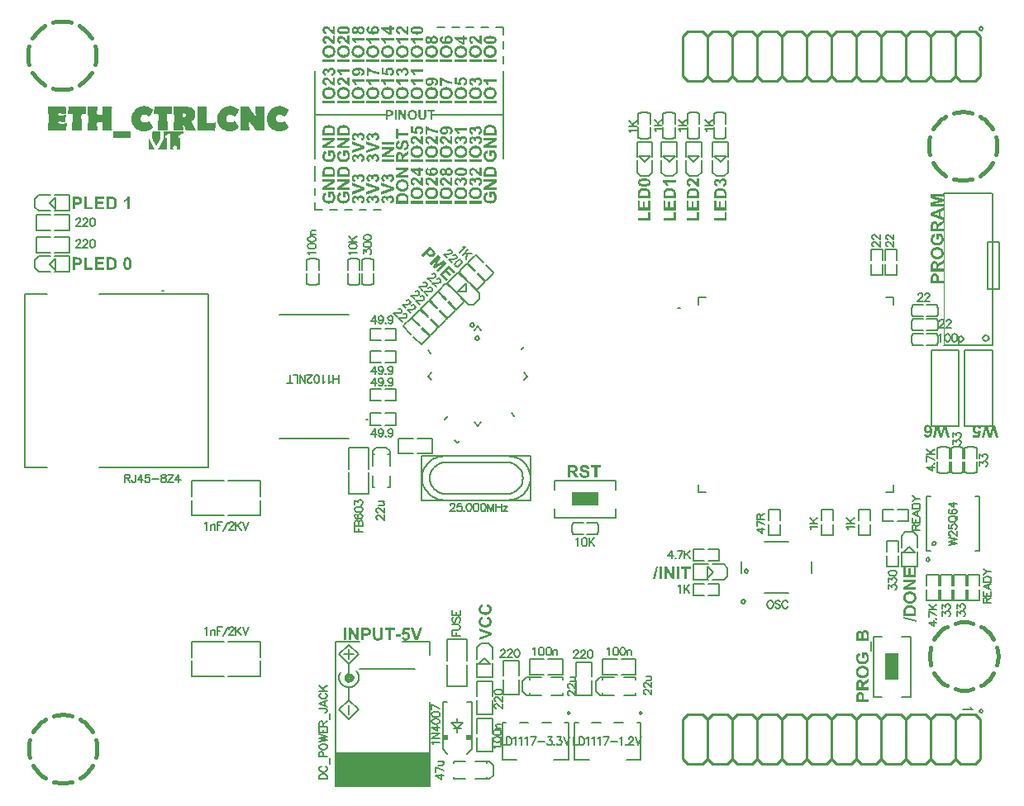
<source format=gto>
%FSTAX23Y23*%
%MOMM*%
%SFA1B1*%

%IPPOS*%
%ADD10C,0.200000*%
%ADD11C,0.399999*%
%ADD12C,0.203200*%
%ADD13C,0.250000*%
%ADD14C,0.127000*%
%ADD15C,0.253999*%
%ADD16C,0.150000*%
%ADD17C,0.152000*%
%ADD18C,0.000000*%
%ADD19C,0.177800*%
%ADD20R,1.399997X2.799994*%
%ADD21R,2.799994X1.399997*%
%ADD22R,0.599999X0.599999*%
%ADD23R,9.699981X3.499993*%
%LNksz8851-1*%
%LPD*%
G36*
X39063Y68499D02*
X38866D01*
X3847Y69142*
Y68499*
X38288*
Y69475*
X38478*
X38881Y68818*
Y69475*
X39063*
Y68499*
G37*
G36*
X41107Y68961D02*
Y68959D01*
Y68953*
Y68943*
Y68932*
Y68918*
X41106Y68901*
Y68883*
Y68865*
X41103Y68824*
X411Y68781*
X41099Y68763*
X41096Y68745*
X41093Y68728*
X4109Y68712*
Y68711*
X41089Y68709*
Y68705*
X41088Y68701*
X41083Y68687*
X41078Y6867*
X41069Y6865*
X41059Y68631*
X41047Y68609*
X41031Y6859*
X4103Y68587*
X41024Y68581*
X41014Y68573*
X41002Y68561*
X40985Y68549*
X40965Y68536*
X40942Y68522*
X40917Y68511*
X40916*
X40914Y68509*
X4091Y68508*
X40904Y68506*
X40897Y68504*
X40889Y68501*
X40878Y68498*
X40866Y68497*
X40839Y68491*
X40807Y68485*
X4077Y68483*
X4073Y68481*
X40707*
X40694Y68483*
X40682*
X40666Y68484*
X40651Y68485*
X40617Y68488*
X40582Y68494*
X40546Y68502*
X40531Y68506*
X40517Y68512*
X40515*
X40514Y68514*
X40505Y68518*
X40491Y68525*
X40476Y68535*
X40457Y68547*
X40438Y68561*
X40419Y68578*
X40402Y68597*
X40401Y686*
X40395Y68605*
X40388Y68616*
X4038Y68631*
X40371Y68646*
X40362Y68664*
X40355Y68684*
X40347Y68705*
Y68707*
X40346Y68709*
Y68714*
X40345Y68721*
X40343Y68729*
X40342Y6874*
X4034Y68753*
X40339Y68767*
X40336Y68784*
X40335Y68803*
X40333Y68822*
X40332Y68845*
X40331Y68869*
Y68896*
X40329Y68924*
Y68953*
Y69475*
X40527*
Y68945*
Y68943*
Y68939*
Y68934*
Y68925*
Y68914*
Y68903*
X40528Y68877*
Y68849*
X40529Y68822*
X40531Y6881*
Y68798*
X40532Y6879*
X40534Y68781*
Y68779*
X40536Y68771*
X40541Y6876*
X40546Y68746*
X40553Y68731*
X40565Y68715*
X40577Y68698*
X40593Y68684*
X40596Y68683*
X40601Y68678*
X40613Y68673*
X40627Y68667*
X40646Y6866*
X40669Y68655*
X40694Y6865*
X40724Y68649*
X40738*
X40752Y6865*
X4077Y68653*
X40792Y68657*
X40811Y68663*
X40832Y68671*
X40849Y68683*
X40851Y68684*
X40856Y68688*
X40863Y68695*
X40872Y68705*
X4088Y68718*
X40889Y68732*
X40896Y68748*
X409Y68766*
Y68769*
X40902Y68776*
X40903Y68788*
X40906Y68805*
Y68817*
X40907Y68829*
Y68843*
X40909Y68857*
Y68874*
X4091Y68893*
Y68912*
Y68934*
Y69475*
X41107*
Y68961*
G37*
G36*
X42021Y6931D02*
X41733D01*
Y68499*
X41536*
Y6931*
X41247*
Y69475*
X42021*
Y6931*
G37*
G36*
X38099Y68499D02*
X37902D01*
Y69475*
X38099*
Y68499*
G37*
G36*
X37374Y69474D02*
X37411D01*
X37451Y69471*
X3749Y69468*
X37507Y69466*
X37524Y69465*
X37538Y69462*
X37549Y69459*
X37551*
X37553Y69458*
X37558Y69457*
X37563Y69455*
X37579Y69448*
X37599Y6944*
X3762Y69427*
X37644Y6941*
X37666Y69389*
X37689Y69364*
Y69362*
X37692Y69361*
X37694Y69357*
X37697Y69351*
X37703Y69342*
X37707Y69334*
X37713Y69324*
X37718Y69313*
X37728Y69285*
X37738Y69254*
X37744Y69216*
X37747Y69175*
Y69173*
Y6917*
Y69166*
Y69159*
X37745Y69152*
Y69142*
X37742Y69123*
X37738Y69099*
X37733Y69072*
X37724Y69046*
X37713Y69022*
X37711Y6902*
X37707Y69013*
X377Y69001*
X3769Y68987*
X37679Y68973*
X37663Y68956*
X37648Y68941*
X3763Y68927*
X37627Y68925*
X37621Y68921*
X37611Y68915*
X37599Y68908*
X37583Y689*
X37566Y68893*
X37548Y68886*
X37528Y6888*
X37525*
X37521Y68879*
X37515*
X37508Y68877*
X37498Y68876*
X37489Y68874*
X37476*
X37463Y68873*
X37448Y68872*
X37431Y6887*
X37412Y68869*
X37393*
X37372Y68867*
X37197*
Y68499*
X36999*
Y69475*
X37359*
X37374Y69474*
G37*
G36*
X39723Y69492D02*
X39737D01*
X39755Y69489*
X39777Y69486*
X39801Y69482*
X39826Y69476*
X39853Y69469*
X39881Y69461*
X39909Y6945*
X39939Y69437*
X39967Y69421*
X39995Y69403*
X40022Y69382*
X40047Y69358*
X40049Y69357*
X40053Y69352*
X4006Y69344*
X40067Y69334*
X40077Y6932*
X40088Y69303*
X40099Y69283*
X40112Y69261*
X40125Y69237*
X40136Y69209*
X40147Y69177*
X40157Y69145*
X40166Y69108*
X40171Y6907*
X40176Y69029*
X40177Y68986*
Y68983*
Y68976*
X40176Y68963*
Y68946*
X40173Y68927*
X4017Y68904*
X40166Y68877*
X40161Y6885*
X40154Y68821*
X40146Y6879*
X40135Y68759*
X40122Y68728*
X40108Y68698*
X4009Y68669*
X4007Y6864*
X40047Y68614*
X40046Y68612*
X40042Y68608*
X40035Y68601*
X40023Y68592*
X40011Y68583*
X39995Y68571*
X39977Y6856*
X39957Y68547*
X39933Y68535*
X39908Y68523*
X39879Y68512*
X39848Y68502*
X39816Y68494*
X39781Y68487*
X39744Y68483*
X39705Y68481*
X39695*
X39684Y68483*
X39669Y68484*
X39651Y68485*
X3963Y68488*
X39606Y68492*
X39581Y68498*
X39552Y68505*
X39526Y68514*
X39496Y68525*
X39468Y68537*
X39438Y68552*
X39411Y6857*
X39385Y6859*
X39359Y68614*
X39358Y68615*
X39354Y68619*
X39348Y68628*
X3934Y68638*
X3933Y68652*
X39318Y68669*
X39307Y68687*
X39296Y68709*
X39283Y68733*
X39272Y68762*
X39261Y68791*
X39251Y68824*
X39242Y68859*
X39237Y68897*
X39232Y68938*
X39231Y6898*
Y68982*
Y68987*
Y68994*
X39232Y69006*
Y69018*
X39234Y69032*
X39235Y69049*
X39237Y69068*
X39242Y69107*
X39249Y69149*
X39261Y69192*
X39275Y69231*
Y69232*
X39276Y69234*
X39279Y69238*
X3928Y69244*
X39289Y69258*
X39299Y69276*
X39311Y69297*
X39327Y69318*
X39345Y69342*
X39365Y69365*
X39366Y69366*
X39368Y69368*
X39375Y69375*
X39387Y69386*
X39403Y69399*
X39421Y69413*
X39442Y69428*
X39466Y69443*
X39492Y69454*
X39493*
X39496Y69455*
X39502Y69458*
X39509Y69459*
X39517Y69464*
X39527Y69466*
X3954Y69469*
X39552Y69474*
X39583Y69481*
X39619Y69488*
X3966Y69492*
X39702Y69493*
X39712*
X39723Y69492*
G37*
G36*
X47718Y67964D02*
X47733D01*
X47751Y67962*
X47772Y6796*
X47814Y67957*
X47859Y67949*
X47905Y67938*
X47949Y67925*
X47951*
X47955Y67923*
X47962Y6792*
X47973Y67916*
X47985Y67912*
X47997Y67905*
X48031Y6789*
X48066Y67871*
X48105Y67847*
X48142Y6782*
X48177Y67788*
X48181Y67784*
X48188Y67775*
X48199Y6776*
X48214Y6774*
X48231Y67714*
X48247Y67684*
X48264Y67647*
X48279Y67607*
Y67605*
X48281Y67603*
Y67597*
X48283Y67592*
X48286Y67571*
X48292Y67546*
X48297Y67514*
X48301Y67475*
X48303Y67429*
X48305Y67379*
Y66894*
X47024*
Y67405*
X47025Y6742*
X47027Y67455*
X47029Y67494*
X47035Y67534*
X4704Y67573*
X47049Y67608*
Y6761*
X47051Y67614*
X47053Y6762*
X47055Y67627*
X47064Y67649*
X47077Y67675*
X47094Y67705*
X47114Y67738*
X47138Y6777*
X47168Y67801*
Y67803*
X47172Y67805*
X47183Y67814*
X47201Y67829*
X47225Y67845*
X47255Y67866*
X4729Y67886*
X47331Y67907*
X47375Y67923*
X47377*
X47381Y67925*
X47388Y67927*
X47398Y67931*
X47409Y67933*
X47423Y67936*
X4744Y6794*
X47459Y67945*
X47479Y67949*
X47503Y67953*
X47527Y67957*
X47555Y67958*
X47612Y67964*
X47677Y67966*
X47679*
X47685*
X47692*
X47703*
X47718Y67964*
G37*
G36*
X48305Y6636D02*
X47461Y6584D01*
X48305*
Y65601*
X47024*
Y65851*
X47886Y66381*
X47024*
Y6662*
X48305*
Y6636*
G37*
G36*
X48136Y65357D02*
X4814Y65351D01*
X48146Y65346*
X48153Y65336*
X4816Y65327*
X48179Y65301*
X48199Y65266*
X48223Y65225*
X48247Y65179*
X4827Y65124*
Y65122*
X48272Y65116*
X48275Y65109*
X48279Y65098*
X48283Y65083*
X48288Y65066*
X48294Y65048*
X48299Y65027*
X4831Y64981*
X4832Y64927*
X48327Y64872*
X48329Y64812*
Y64792*
X48327Y64779*
Y64761*
X48325Y6474*
X48322Y64718*
X48318Y64692*
X48309Y64638*
X48294Y64579*
X48273Y64518*
X4826Y6449*
X48246Y64461*
X48244Y64459*
X48242Y64455*
X48236Y64446*
X48229Y64437*
X48222Y64424*
X4821Y64411*
X48197Y64394*
X48183Y64377*
X48149Y6434*
X48107Y64303*
X48059Y64268*
X48003Y64237*
X48001*
X47996Y64233*
X47986Y64229*
X47975Y64225*
X4796Y6422*
X47944Y64213*
X47923Y64207*
X47901Y642*
X47877Y64192*
X47849Y64187*
X47792Y64174*
X47729Y64166*
X4766Y64163*
X47659*
X47651*
X4764*
X47627Y64164*
X47609*
X47588Y64166*
X47566Y6417*
X4754Y64174*
X47486Y64183*
X47425Y64198*
X47364Y64218*
X47335Y64231*
X47305Y64246*
X47303Y64248*
X47298Y6425*
X4729Y64255*
X47279Y64261*
X47266Y6427*
X47251Y64281*
X47235Y64294*
X47216Y64307*
X47198Y64324*
X47177Y64342*
X47157Y64363*
X47136Y64385*
X47118Y64409*
X47098Y64433*
X47064Y6449*
Y64492*
X47061Y64496*
X47059Y64503*
X47053Y64512*
X47049Y64525*
X47044Y64538*
X47038Y64557*
X47031Y64575*
X47025Y64596*
X4702Y6462*
X47014Y64646*
X47009Y64672*
X47001Y64731*
X46999Y64798*
Y6482*
X47001Y64837*
X47003Y64857*
X47005Y64881*
X47007Y64907*
X47012Y64935*
X47024Y64994*
X47042Y65055*
X47053Y65087*
X47066Y65116*
X47081Y65144*
X47099Y6517*
X47101Y65172*
X47103Y65175*
X47111Y65183*
X47118Y65192*
X47127Y65203*
X4714Y65214*
X47155Y65227*
X47172Y65242*
X4719Y65257*
X47211Y65272*
X47233Y65286*
X47259Y65299*
X47285Y65314*
X47312Y65325*
X47344Y65336*
X47375Y65344*
X47423Y65087*
X47422*
X4742Y65085*
X47409Y65081*
X47392Y65074*
X4737Y65062*
X47346Y65049*
X47322Y65031*
X47298Y65009*
X47275Y64983*
X47273Y64979*
X47266Y6497*
X47257Y64953*
X47248Y64933*
X47236Y64905*
X47229Y64874*
X47222Y64838*
X4722Y64798*
Y64781*
X47222Y6477*
X47223Y64755*
X47225Y64738*
X47229Y6472*
X47233Y647*
X47246Y64657*
X47255Y64635*
X47266Y64612*
X47279Y6459*
X47292Y64568*
X47311Y64548*
X47329Y64527*
X47331Y64525*
X47335Y64524*
X4734Y64518*
X47349Y64512*
X47361Y64505*
X47373Y64496*
X4739Y64487*
X47409Y64479*
X47431Y6447*
X47455Y64461*
X47481Y64451*
X47509Y64444*
X4754Y64438*
X47575Y64433*
X4761Y64431*
X47649Y64429*
X47651*
X47659*
X47672*
X47686Y64431*
X47707Y64433*
X47727Y64435*
X47753Y64438*
X47779Y64442*
X47835Y64453*
X47892Y64472*
X4792Y64483*
X47946Y64496*
X47972Y64512*
X47994Y64529*
X47996Y64531*
X47999Y64535*
X48005Y6454*
X48012Y64548*
X4802Y64559*
X48031Y6457*
X4804Y64585*
X48051Y64601*
X48062Y6462*
X48072Y64638*
X4809Y64685*
X48097Y64711*
X48103Y64737*
X48107Y64766*
X48109Y64796*
Y64811*
X48107Y64825*
X48105Y64848*
X48101Y64872*
X48096Y64899*
X48088Y64929*
X48077Y64959*
Y64961*
X48075Y64962*
X48072Y64972*
X48064Y64988*
X48055Y65007*
X48044Y65029*
X48031Y65053*
X48016Y65077*
X47999Y65099*
X47835*
Y64803*
X47618*
Y65361*
X48133*
X48136Y65357*
G37*
G36*
X47718Y63695D02*
X47733D01*
X47751Y63694*
X47772Y63692*
X47814Y63688*
X47859Y63681*
X47905Y6367*
X47949Y63657*
X47951*
X47955Y63655*
X47962Y63651*
X47973Y63647*
X47985Y63644*
X47997Y63636*
X48031Y63621*
X48066Y63603*
X48105Y63579*
X48142Y63551*
X48177Y6352*
X48181Y63516*
X48188Y63507*
X48199Y63492*
X48214Y63471*
X48231Y63445*
X48247Y63416*
X48264Y63379*
X48279Y63338*
Y63336*
X48281Y63334*
Y63329*
X48283Y63323*
X48286Y63303*
X48292Y63277*
X48297Y63246*
X48301Y63207*
X48303Y6316*
X48305Y6311*
Y62625*
X47024*
Y63136*
X47025Y63151*
X47027Y63186*
X47029Y63225*
X47035Y63266*
X4704Y63305*
X47049Y6334*
Y63342*
X47051Y63346*
X47053Y63351*
X47055Y63358*
X47064Y63381*
X47077Y63407*
X47094Y63436*
X47114Y6347*
X47138Y63501*
X47168Y63533*
Y63534*
X47172Y63536*
X47183Y63545*
X47201Y6356*
X47225Y63577*
X47255Y63597*
X4729Y63618*
X47331Y63638*
X47375Y63655*
X47377*
X47381Y63657*
X47388Y63658*
X47398Y63662*
X47409Y63664*
X47423Y63668*
X4744Y63671*
X47459Y63677*
X47479Y63681*
X47503Y63684*
X47527Y63688*
X47555Y6369*
X47612Y63695*
X47677Y63697*
X47679*
X47685*
X47692*
X47703*
X47718Y63695*
G37*
G36*
X48305Y62092D02*
X47461Y61572D01*
X48305*
Y61333*
X47024*
Y61583*
X47886Y62112*
X47024*
Y62351*
X48305*
Y62092*
G37*
G36*
X48136Y61088D02*
X4814Y61083D01*
X48146Y61077*
X48153Y61068*
X4816Y61059*
X48179Y61033*
X48199Y60998*
X48223Y60957*
X48247Y60911*
X4827Y60855*
Y60853*
X48272Y60848*
X48275Y6084*
X48279Y60829*
X48283Y60814*
X48288Y60798*
X48294Y60779*
X48299Y60759*
X4831Y60712*
X4832Y60659*
X48327Y60603*
X48329Y60544*
Y60524*
X48327Y60511*
Y60492*
X48325Y60472*
X48322Y6045*
X48318Y60424*
X48309Y6037*
X48294Y60311*
X48273Y6025*
X4826Y60222*
X48246Y60192*
X48244Y6019*
X48242Y60187*
X48236Y60177*
X48229Y60168*
X48222Y60155*
X4821Y60142*
X48197Y60125*
X48183Y60109*
X48149Y60072*
X48107Y60035*
X48059Y6*
X48003Y59968*
X48001*
X47996Y59964*
X47986Y59961*
X47975Y59957*
X4796Y59951*
X47944Y59944*
X47923Y59938*
X47901Y59931*
X47877Y59924*
X47849Y59918*
X47792Y59905*
X47729Y59898*
X4766Y59894*
X47659*
X47651*
X4764*
X47627Y59896*
X47609*
X47588Y59898*
X47566Y59901*
X4754Y59905*
X47486Y59914*
X47425Y59929*
X47364Y5995*
X47335Y59963*
X47305Y59977*
X47303Y59979*
X47298Y59981*
X4729Y59987*
X47279Y59992*
X47266Y60001*
X47251Y60013*
X47235Y60025*
X47216Y60038*
X47198Y60055*
X47177Y60074*
X47157Y60094*
X47136Y60116*
X47118Y6014*
X47098Y60164*
X47064Y60222*
Y60224*
X47061Y60227*
X47059Y60235*
X47053Y60244*
X47049Y60257*
X47044Y6027*
X47038Y60288*
X47031Y60307*
X47025Y60327*
X4702Y60351*
X47014Y60377*
X47009Y60403*
X47001Y60462*
X46999Y60529*
Y60551*
X47001Y60568*
X47003Y60588*
X47005Y60612*
X47007Y60638*
X47012Y60666*
X47024Y60725*
X47042Y60787*
X47053Y60818*
X47066Y60848*
X47081Y60875*
X47099Y60901*
X47101Y60903*
X47103Y60907*
X47111Y60914*
X47118Y60924*
X47127Y60935*
X4714Y60946*
X47155Y60959*
X47172Y60974*
X4719Y60988*
X47211Y61003*
X47233Y61018*
X47259Y61031*
X47285Y61046*
X47312Y61057*
X47344Y61068*
X47375Y61075*
X47423Y60818*
X47422*
X4742Y60816*
X47409Y60812*
X47392Y60805*
X4737Y60794*
X47346Y60781*
X47322Y60762*
X47298Y6074*
X47275Y60714*
X47273Y60711*
X47266Y60701*
X47257Y60685*
X47248Y60664*
X47236Y60637*
X47229Y60605*
X47222Y6057*
X4722Y60529*
Y60512*
X47222Y60501*
X47223Y60487*
X47225Y6047*
X47229Y60451*
X47233Y60431*
X47246Y60388*
X47255Y60366*
X47266Y60344*
X47279Y60322*
X47292Y603*
X47311Y60279*
X47329Y60259*
X47331Y60257*
X47335Y60255*
X4734Y6025*
X47349Y60244*
X47361Y60237*
X47373Y60227*
X4739Y60218*
X47409Y60211*
X47431Y60201*
X47455Y60192*
X47481Y60183*
X47509Y60175*
X4754Y6017*
X47575Y60164*
X4761Y60163*
X47649Y60161*
X47651*
X47659*
X47672*
X47686Y60163*
X47707Y60164*
X47727Y60166*
X47753Y6017*
X47779Y60174*
X47835Y60185*
X47892Y60203*
X4792Y60214*
X47946Y60227*
X47972Y60244*
X47994Y60261*
X47996Y60262*
X47999Y60266*
X48005Y60272*
X48012Y60279*
X4802Y6029*
X48031Y60301*
X4804Y60316*
X48051Y60333*
X48062Y60351*
X48072Y6037*
X4809Y60416*
X48097Y60442*
X48103Y60468*
X48107Y60498*
X48109Y60527*
Y60542*
X48107Y60557*
X48105Y60579*
X48101Y60603*
X48096Y60631*
X48088Y60661*
X48077Y6069*
Y60692*
X48075Y60694*
X48072Y60703*
X48064Y6072*
X48055Y60738*
X48044Y60761*
X48031Y60785*
X48016Y60809*
X47999Y60831*
X47835*
Y60535*
X47618*
Y61092*
X48133*
X48136Y61088*
G37*
G36*
X46805Y62703D02*
X46803D01*
X46799*
X46792Y62705*
X46783Y62707*
X46772Y62709*
X46759Y6271*
X46725Y62718*
X46688Y62729*
X46647Y62744*
X46603Y62762*
X4656Y62786*
X46559*
X46555Y6279*
X46547Y62794*
X4654Y62801*
X46527Y62809*
X46514Y6282*
X46497Y62833*
X46479Y62847*
X46457Y62864*
X46435Y62884*
X46409Y62907*
X46381Y62933*
X46353Y6296*
X46322Y62992*
X46288Y63025*
X46253Y63062*
X46251Y63064*
X46246Y6307*
X46238Y63077*
X46227Y63088*
X46216Y63103*
X46201Y63118*
X46168Y63151*
X46133Y63184*
X46098Y63218*
X46083Y63233*
X46066Y63247*
X46053Y63258*
X46042Y63266*
X46038Y63268*
X46029Y63273*
X46014Y63283*
X45994Y63292*
X45972Y63301*
X45946Y6331*
X4592Y63316*
X45892Y63318*
X4589*
X45888*
X45879*
X45862Y63316*
X45844Y63312*
X45823Y63307*
X45803Y63299*
X45783Y63288*
X45764Y63273*
X45762Y63271*
X45757Y63266*
X45749Y63255*
X45742Y63242*
X45735Y63223*
X45727Y63203*
X45722Y63179*
X4572Y63151*
Y63138*
X45722Y63123*
X45725Y63107*
X45731Y63086*
X4574Y63066*
X45751Y63046*
X45766Y63027*
X45768Y63025*
X45775Y6302*
X45786Y63012*
X45803Y63005*
X45823Y62996*
X45851Y62988*
X45883Y62981*
X4592Y62977*
X45896Y62733*
X45894*
X45886Y62734*
X45877*
X45862Y62738*
X45846Y6274*
X45827Y62746*
X45807Y62751*
X45783Y62757*
X45736Y62775*
X45688Y62797*
X45664Y62812*
X45642Y62829*
X45624Y62847*
X45605Y62868*
X45603Y6287*
X45601Y62873*
X45598Y62879*
X4559Y62888*
X45585Y62899*
X45577Y62914*
X45568Y62929*
X45561Y62947*
X45551Y62968*
X45544Y6299*
X45529Y63038*
X4552Y63096*
X45518Y63125*
X45516Y63157*
Y63175*
X45518Y63188*
X4552Y63205*
X45522Y63223*
X45525Y63244*
X45529Y63266*
X45542Y63314*
X45561Y63362*
X45572Y63388*
X45585Y6341*
X45601Y63434*
X4562Y63455*
X45622Y63457*
X45624Y6346*
X45631Y63464*
X45638Y63471*
X45648Y63481*
X45661Y6349*
X45673Y63499*
X4569Y6351*
X45727Y63529*
X4577Y63547*
X45794Y63555*
X4582Y63558*
X45848Y63562*
X45875Y63564*
X45879*
X4589*
X45907Y63562*
X45927Y6356*
X45953Y63557*
X45981Y63551*
X46011Y63544*
X4604Y63533*
X46044Y63531*
X46053Y63527*
X4607Y6352*
X4609Y63508*
X46114Y63495*
X46142Y63479*
X46172Y63458*
X46203Y63434*
X46205Y63433*
X46214Y63425*
X46227Y63414*
X46246Y63397*
X46268Y63375*
X46298Y63347*
X46329Y63314*
X46368Y63273*
X4637Y63271*
X46372Y63268*
X46377Y63262*
X46385Y63255*
X46403Y63234*
X46425Y6321*
X46449Y63186*
X46473Y63162*
X46494Y6314*
X46503Y63133*
X4651Y63125*
X46512Y63123*
X46516Y6312*
X46523Y63114*
X46533Y63107*
X46553Y6309*
X46577Y63075*
Y63564*
X46805*
Y62703*
G37*
G36*
X46449Y62579D02*
X46464Y62577D01*
X46481Y62573*
X46501Y6257*
X46522Y62566*
X46566Y62551*
X4659Y6254*
X46616Y62529*
X4664Y62514*
X46664Y62497*
X46688Y62479*
X4671Y62457*
X46712Y62455*
X46716Y62451*
X46722Y62444*
X46729Y62434*
X46738Y62422*
X46747Y62409*
X46759Y6239*
X4677Y62372*
X46781Y62351*
X46792Y62327*
X46801Y62301*
X4681Y62275*
X46818Y62246*
X46823Y62216*
X46827Y62183*
X46829Y62149*
Y62133*
X46827Y6212*
X46825Y62105*
X46823Y62088*
X4682Y6207*
X46816Y62047*
X46805Y62003*
X46786Y61955*
X46775Y61929*
X46762Y61907*
X46746Y61883*
X46729Y6186*
X46727Y61859*
X46723Y61855*
X46718Y61849*
X4671Y61842*
X46701Y61833*
X46688Y61823*
X46675Y61812*
X46659Y61801*
X4664Y6179*
X46622Y61777*
X46577Y61757*
X46525Y6174*
X46497Y61733*
X46468Y61729*
X46438Y61966*
X4644*
X46442*
X46453Y61968*
X4647Y61972*
X4649Y61977*
X46512Y61986*
X46536Y61996*
X46559Y6201*
X46579Y62027*
X46581Y62029*
X46586Y62036*
X46594Y62047*
X46601Y6206*
X4661Y62079*
X46618Y62099*
X46623Y62122*
X46625Y62147*
Y62151*
X46623Y6216*
X46622Y62173*
X46618Y62192*
X4661Y62212*
X46601Y62233*
X46586Y62255*
X46568Y62275*
X46566Y62277*
X46557Y62284*
X46544Y62292*
X46527Y62303*
X46505Y62312*
X46477Y62322*
X46446Y62327*
X4641Y62329*
X46409*
X46407*
X46396*
X46379Y62327*
X46357Y62323*
X46333Y62316*
X46309Y62307*
X46285Y62294*
X46262Y62277*
X4626Y62275*
X46253Y62268*
X46244Y62257*
X46235Y62244*
X46223Y62225*
X46216Y62205*
X46209Y62183*
X46207Y62157*
Y62138*
X46209Y62125*
X4621Y62109*
X46214Y62088*
X4622Y62068*
X46225Y62044*
X46027Y6207*
Y62086*
X46025Y62105*
X46023Y62127*
X46018Y62151*
X46011Y62177*
X45999Y62201*
X45985Y62223*
X45983Y62225*
X45975Y62233*
X45966Y6224*
X45951Y62251*
X45935Y6226*
X45914Y6227*
X4589Y62275*
X45862Y62277*
X45859*
X45851*
X4584Y62275*
X45825Y62272*
X45809Y62268*
X45792Y6226*
X45773Y62251*
X45759Y62238*
X45757Y62236*
X45753Y62231*
X45746Y62223*
X45738Y6221*
X45733Y62196*
X45725Y62179*
X45722Y62157*
X4572Y62135*
Y62123*
X45722Y62112*
X45725Y62097*
X45731Y62081*
X45738Y62062*
X45749Y62044*
X45764Y62027*
X45766Y62025*
X45772Y6202*
X45783Y62012*
X45798Y62003*
X45814Y61994*
X45836Y61986*
X45862Y61979*
X45892Y61973*
X45855Y61748*
X45853*
X45849Y61749*
X45844*
X45835Y61751*
X45814Y61757*
X45786Y61764*
X45757Y61775*
X45725Y61786*
X45696Y61801*
X45668Y61818*
X45664Y6182*
X45657Y61827*
X45644Y61838*
X45627Y61853*
X45611Y61872*
X45592Y61894*
X45574Y61922*
X45557Y61951*
Y61953*
X45555Y61955*
X45551Y61966*
X45544Y61985*
X45536Y62007*
X45529Y62035*
X45522Y62068*
X45518Y62103*
X45516Y62142*
Y62159*
X45518Y62172*
X4552Y62188*
X45522Y62205*
X45525Y62225*
X45531Y62246*
X45544Y62292*
X45553Y62316*
X45566Y62342*
X45579Y62366*
X45594Y62388*
X45612Y62412*
X45633Y62433*
X45635Y62434*
X45636Y62436*
X45642Y62442*
X45649Y62447*
X45668Y62462*
X45694Y62479*
X45725Y62496*
X45762Y62509*
X45803Y6252*
X45823Y62522*
X45846Y62523*
X45848*
X45853*
X45862Y62522*
X45873Y6252*
X45888Y62518*
X45905Y62514*
X45923Y62509*
X45944Y62501*
X45964Y6249*
X45986Y62479*
X46009Y62464*
X46031Y62446*
X46053Y62423*
X46075Y62399*
X46096Y62372*
X46116Y62338*
Y6234*
X46118Y62344*
Y62349*
X46122Y62357*
X46127Y62377*
X46138Y62401*
X46153Y62429*
X46172Y62459*
X46196Y62488*
X46223Y62514*
X46227Y62518*
X46238Y62525*
X46255Y62534*
X46279Y62547*
X46307Y6256*
X46342Y6257*
X46379Y62577*
X46422Y62581*
X46423*
X46429*
X46438*
X46449Y62579*
G37*
G36*
X46196Y61588D02*
X46218D01*
X46244Y61585*
X46273Y61581*
X46309Y61575*
X46344Y6157*
X46383Y61561*
X46423Y61549*
X46464Y61535*
X46505Y61518*
X46544Y61499*
X46583Y61475*
X4662Y61449*
X46655Y6142*
X46657Y61418*
X46662Y61412*
X46672Y61403*
X46683Y61388*
X46696Y61372*
X4671Y61351*
X46725Y61327*
X46742Y61301*
X46759Y6127*
X46773Y61236*
X46788Y61199*
X46801Y61159*
X46812Y61116*
X46822Y6107*
X46827Y61022*
X46829Y6097*
Y60957*
X46827Y60942*
X46825Y60924*
X46823Y60899*
X4682Y60872*
X46814Y6084*
X46807Y60807*
X46797Y6077*
X46786Y60735*
X46772Y60696*
X46755Y60659*
X46736Y6062*
X46712Y60585*
X46686Y60549*
X46655Y60516*
X46653Y60514*
X46647Y60509*
X46636Y60501*
X46623Y6049*
X46605Y60477*
X46583Y60462*
X46559Y60448*
X46529Y60433*
X46497Y60416*
X4646Y60401*
X46422Y60387*
X46379Y60374*
X46333Y60362*
X46283Y60355*
X46229Y6035*
X46173Y60348*
X46172*
X46164*
X46155*
X4614Y6035*
X46123*
X46105Y60351*
X46083Y60353*
X46059Y60355*
X46007Y60362*
X45951Y60372*
X45896Y60387*
X45844Y60405*
X45842*
X4584Y60407*
X45835Y60411*
X45827Y60412*
X45809Y60424*
X45785Y60437*
X45757Y60453*
X45729Y60474*
X45698Y60498*
X45668Y60524*
X45666Y60525*
X45664Y60527*
X45655Y60537*
X4564Y60553*
X45624Y60574*
X45605Y60598*
X45585Y60625*
X45566Y60657*
X45551Y6069*
Y60692*
X45549Y60696*
X45546Y60703*
X45544Y60712*
X45538Y60724*
X45535Y60737*
X45531Y60753*
X45525Y6077*
X45516Y60811*
X45507Y60857*
X45501Y60911*
X45499Y60966*
Y60979*
X45501Y60994*
Y61012*
X45505Y61036*
X45509Y61064*
X45514Y61096*
X45522Y61129*
X45531Y61164*
X45542Y61201*
X45557Y61238*
X45574Y61277*
X45594Y61314*
X45618Y61351*
X45646Y61386*
X45677Y6142*
X45679Y61422*
X45685Y61427*
X45696Y61436*
X45709Y61446*
X45727Y61459*
X45749Y61473*
X45775Y61488*
X45805Y61505*
X45836Y61522*
X45873Y61536*
X45914Y61551*
X45957Y61564*
X46005Y61575*
X46055Y61583*
X46109Y61588*
X46166Y6159*
X4617*
X46179*
X46196Y61588*
G37*
G36*
X46805Y59894D02*
X45524D01*
Y60153*
X46805*
Y59894*
G37*
G36*
X46449Y6782D02*
X46464Y67819D01*
X46481Y67815*
X46501Y67811*
X46522Y67808*
X46566Y67793*
X4659Y67782*
X46616Y6777*
X4664Y67756*
X46664Y67739*
X46688Y6772*
X4671Y67698*
X46712Y67696*
X46716Y67693*
X46722Y67685*
X46729Y67676*
X46738Y67663*
X46747Y6765*
X46759Y67632*
X4677Y67613*
X46781Y67593*
X46792Y67569*
X46801Y67543*
X4681Y67517*
X46818Y67487*
X46823Y67458*
X46827Y67424*
X46829Y67391*
Y67374*
X46827Y67361*
X46825Y67346*
X46823Y6733*
X4682Y67311*
X46816Y67289*
X46805Y67245*
X46786Y67196*
X46775Y67171*
X46762Y67148*
X46746Y67124*
X46729Y67102*
X46727Y671*
X46723Y67096*
X46718Y67091*
X4671Y67084*
X46701Y67074*
X46688Y67065*
X46675Y67054*
X46659Y67043*
X4664Y67032*
X46622Y67019*
X46577Y66998*
X46525Y66982*
X46497Y66974*
X46468Y66971*
X46438Y67208*
X4644*
X46442*
X46453Y67209*
X4647Y67213*
X4649Y67219*
X46512Y67228*
X46536Y67237*
X46559Y67252*
X46579Y67269*
X46581Y67271*
X46586Y67278*
X46594Y67289*
X46601Y67302*
X4661Y67321*
X46618Y67341*
X46623Y67363*
X46625Y67389*
Y67393*
X46623Y67402*
X46622Y67415*
X46618Y67433*
X4661Y67454*
X46601Y67474*
X46586Y67496*
X46568Y67517*
X46566Y67519*
X46557Y67526*
X46544Y67533*
X46527Y67545*
X46505Y67554*
X46477Y67563*
X46446Y67569*
X4641Y67571*
X46409*
X46407*
X46396*
X46379Y67569*
X46357Y67565*
X46333Y67558*
X46309Y67548*
X46285Y67535*
X46262Y67519*
X4626Y67517*
X46253Y67509*
X46244Y67498*
X46235Y67485*
X46223Y67467*
X46216Y67446*
X46209Y67424*
X46207Y67398*
Y6738*
X46209Y67367*
X4621Y6735*
X46214Y6733*
X4622Y6731*
X46225Y67285*
X46027Y67311*
Y67328*
X46025Y67346*
X46023Y67369*
X46018Y67393*
X46011Y67419*
X45999Y67443*
X45985Y67465*
X45983Y67467*
X45975Y67474*
X45966Y67482*
X45951Y67493*
X45935Y67502*
X45914Y67511*
X4589Y67517*
X45862Y67519*
X45859*
X45851*
X4584Y67517*
X45825Y67513*
X45809Y67509*
X45792Y67502*
X45773Y67493*
X45759Y6748*
X45757Y67478*
X45753Y67472*
X45746Y67465*
X45738Y67452*
X45733Y67437*
X45725Y67421*
X45722Y67398*
X4572Y67376*
Y67365*
X45722Y67354*
X45725Y67339*
X45731Y67322*
X45738Y67304*
X45749Y67285*
X45764Y67269*
X45766Y67267*
X45772Y67261*
X45783Y67254*
X45798Y67245*
X45814Y67235*
X45836Y67228*
X45862Y67221*
X45892Y67215*
X45855Y66989*
X45853*
X45849Y66991*
X45844*
X45835Y66993*
X45814Y66998*
X45786Y67006*
X45757Y67017*
X45725Y67028*
X45696Y67043*
X45668Y67059*
X45664Y67061*
X45657Y67069*
X45644Y6708*
X45627Y67095*
X45611Y67113*
X45592Y67135*
X45574Y67163*
X45557Y67193*
Y67195*
X45555Y67196*
X45551Y67208*
X45544Y67226*
X45536Y67248*
X45529Y67276*
X45522Y6731*
X45518Y67345*
X45516Y67383*
Y674*
X45518Y67413*
X4552Y6743*
X45522Y67446*
X45525Y67467*
X45531Y67487*
X45544Y67533*
X45553Y67558*
X45566Y67583*
X45579Y67608*
X45594Y6763*
X45612Y67654*
X45633Y67674*
X45635Y67676*
X45636Y67678*
X45642Y67683*
X45649Y67689*
X45668Y67704*
X45694Y6772*
X45725Y67737*
X45762Y6775*
X45803Y67761*
X45823Y67763*
X45846Y67765*
X45848*
X45853*
X45862Y67763*
X45873Y67761*
X45888Y67759*
X45905Y67756*
X45923Y6775*
X45944Y67743*
X45964Y67732*
X45986Y6772*
X46009Y67706*
X46031Y67687*
X46053Y67665*
X46075Y67641*
X46096Y67613*
X46116Y6758*
Y67582*
X46118Y67585*
Y67591*
X46122Y67598*
X46127Y67619*
X46138Y67643*
X46153Y67671*
X46172Y677*
X46196Y6773*
X46223Y67756*
X46227Y67759*
X46238Y67767*
X46255Y67776*
X46279Y67789*
X46307Y67802*
X46342Y67811*
X46379Y67819*
X46422Y67822*
X46423*
X46429*
X46438*
X46449Y6782*
G37*
G36*
Y66824D02*
X46464Y66822D01*
X46481Y66819*
X46501Y66815*
X46522Y66811*
X46566Y66797*
X4659Y66785*
X46616Y66774*
X4664Y66759*
X46664Y66743*
X46688Y66724*
X4671Y66702*
X46712Y667*
X46716Y66697*
X46722Y66689*
X46729Y6668*
X46738Y66667*
X46747Y66654*
X46759Y66635*
X4677Y66617*
X46781Y66597*
X46792Y66572*
X46801Y66547*
X4681Y66521*
X46818Y66491*
X46823Y66461*
X46827Y66428*
X46829Y66395*
Y66378*
X46827Y66365*
X46825Y6635*
X46823Y66334*
X4682Y66315*
X46816Y66293*
X46805Y66248*
X46786Y662*
X46775Y66174*
X46762Y66152*
X46746Y66128*
X46729Y66106*
X46727Y66104*
X46723Y661*
X46718Y66095*
X4671Y66087*
X46701Y66078*
X46688Y66069*
X46675Y66058*
X46659Y66047*
X4664Y66035*
X46622Y66023*
X46577Y66002*
X46525Y65985*
X46497Y65978*
X46468Y65974*
X46438Y66211*
X4644*
X46442*
X46453Y66213*
X4647Y66217*
X4649Y66223*
X46512Y66232*
X46536Y66241*
X46559Y66256*
X46579Y66272*
X46581Y66274*
X46586Y66282*
X46594Y66293*
X46601Y66306*
X4661Y66324*
X46618Y66345*
X46623Y66367*
X46625Y66393*
Y66397*
X46623Y66406*
X46622Y66419*
X46618Y66437*
X4661Y66458*
X46601Y66478*
X46586Y665*
X46568Y66521*
X46566Y66522*
X46557Y6653*
X46544Y66537*
X46527Y66548*
X46505Y66558*
X46477Y66567*
X46446Y66572*
X4641Y66574*
X46409*
X46407*
X46396*
X46379Y66572*
X46357Y66569*
X46333Y66561*
X46309Y66552*
X46285Y66539*
X46262Y66522*
X4626Y66521*
X46253Y66513*
X46244Y66502*
X46235Y66489*
X46223Y66471*
X46216Y6645*
X46209Y66428*
X46207Y66402*
Y66384*
X46209Y66371*
X4621Y66354*
X46214Y66334*
X4622Y66313*
X46225Y66289*
X46027Y66315*
Y66332*
X46025Y6635*
X46023Y66372*
X46018Y66397*
X46011Y66422*
X45999Y66447*
X45985Y66469*
X45983Y66471*
X45975Y66478*
X45966Y66485*
X45951Y66497*
X45935Y66506*
X45914Y66515*
X4589Y66521*
X45862Y66522*
X45859*
X45851*
X4584Y66521*
X45825Y66517*
X45809Y66513*
X45792Y66506*
X45773Y66497*
X45759Y66484*
X45757Y66482*
X45753Y66476*
X45746Y66469*
X45738Y66456*
X45733Y66441*
X45725Y66424*
X45722Y66402*
X4572Y6638*
Y66369*
X45722Y66358*
X45725Y66343*
X45731Y66326*
X45738Y66308*
X45749Y66289*
X45764Y66272*
X45766Y66271*
X45772Y66265*
X45783Y66258*
X45798Y66248*
X45814Y66239*
X45836Y66232*
X45862Y66224*
X45892Y66219*
X45855Y65993*
X45853*
X45849Y65995*
X45844*
X45835Y65997*
X45814Y66002*
X45786Y6601*
X45757Y66021*
X45725Y66032*
X45696Y66047*
X45668Y66063*
X45664Y66065*
X45657Y66073*
X45644Y66084*
X45627Y66098*
X45611Y66117*
X45592Y66139*
X45574Y66167*
X45557Y66197*
Y66198*
X45555Y662*
X45551Y66211*
X45544Y6623*
X45536Y66252*
X45529Y6628*
X45522Y66313*
X45518Y66348*
X45516Y66387*
Y66404*
X45518Y66417*
X4552Y66434*
X45522Y6645*
X45525Y66471*
X45531Y66491*
X45544Y66537*
X45553Y66561*
X45566Y66587*
X45579Y66611*
X45594Y66634*
X45612Y66658*
X45633Y66678*
X45635Y6668*
X45636Y66682*
X45642Y66687*
X45649Y66693*
X45668Y66708*
X45694Y66724*
X45725Y66741*
X45762Y66754*
X45803Y66765*
X45823Y66767*
X45846Y66769*
X45848*
X45853*
X45862Y66767*
X45873Y66765*
X45888Y66763*
X45905Y66759*
X45923Y66754*
X45944Y66747*
X45964Y66735*
X45986Y66724*
X46009Y66709*
X46031Y66691*
X46053Y66669*
X46075Y66645*
X46096Y66617*
X46116Y66584*
Y66585*
X46118Y66589*
Y66595*
X46122Y66602*
X46127Y66622*
X46138Y66647*
X46153Y66674*
X46172Y66704*
X46196Y66734*
X46223Y66759*
X46227Y66763*
X46238Y66771*
X46255Y6678*
X46279Y66793*
X46307Y66806*
X46342Y66815*
X46379Y66822*
X46422Y66826*
X46423*
X46429*
X46438*
X46449Y66824*
G37*
G36*
X46196Y65834D02*
X46218D01*
X46244Y6583*
X46273Y65826*
X46309Y65821*
X46344Y65815*
X46383Y65806*
X46423Y65795*
X46464Y6578*
X46505Y65763*
X46544Y65745*
X46583Y65721*
X4662Y65695*
X46655Y65665*
X46657Y65663*
X46662Y65658*
X46672Y65648*
X46683Y65634*
X46696Y65617*
X4671Y65597*
X46725Y65573*
X46742Y65547*
X46759Y65515*
X46773Y65482*
X46788Y65445*
X46801Y65404*
X46812Y65361*
X46822Y65315*
X46827Y65267*
X46829Y65215*
Y65202*
X46827Y65187*
X46825Y65169*
X46823Y65145*
X4682Y65117*
X46814Y65086*
X46807Y65052*
X46797Y65015*
X46786Y6498*
X46772Y64941*
X46755Y64904*
X46736Y64865*
X46712Y6483*
X46686Y64795*
X46655Y64762*
X46653Y6476*
X46647Y64754*
X46636Y64747*
X46623Y64736*
X46605Y64723*
X46583Y64708*
X46559Y64693*
X46529Y64678*
X46497Y64662*
X4646Y64647*
X46422Y64632*
X46379Y64619*
X46333Y64608*
X46283Y646*
X46229Y64595*
X46173Y64593*
X46172*
X46164*
X46155*
X4614Y64595*
X46123*
X46105Y64597*
X46083Y64599*
X46059Y646*
X46007Y64608*
X45951Y64617*
X45896Y64632*
X45844Y6465*
X45842*
X4584Y64652*
X45835Y64656*
X45827Y64658*
X45809Y64669*
X45785Y64682*
X45757Y64699*
X45729Y64719*
X45698Y64743*
X45668Y64769*
X45666Y64771*
X45664Y64773*
X45655Y64782*
X4564Y64799*
X45624Y64819*
X45605Y64843*
X45585Y64871*
X45566Y64902*
X45551Y64936*
Y64937*
X45549Y64941*
X45546Y64949*
X45544Y64958*
X45538Y64969*
X45535Y64982*
X45531Y64999*
X45525Y65015*
X45516Y65056*
X45507Y65102*
X45501Y65156*
X45499Y65211*
Y65224*
X45501Y65239*
Y65258*
X45505Y65282*
X45509Y6531*
X45514Y65341*
X45522Y65374*
X45531Y6541*
X45542Y65447*
X45557Y65484*
X45574Y65523*
X45594Y6556*
X45618Y65597*
X45646Y65632*
X45677Y65665*
X45679Y65667*
X45685Y65673*
X45696Y65682*
X45709Y65691*
X45727Y65704*
X45749Y65719*
X45775Y65734*
X45805Y6575*
X45836Y65767*
X45873Y65782*
X45914Y65797*
X45957Y6581*
X46005Y65821*
X46055Y65828*
X46109Y65834*
X46166Y65836*
X4617*
X46179*
X46196Y65834*
G37*
G36*
X46805Y64139D02*
X45524D01*
Y64399*
X46805*
Y64139*
G37*
G36*
X43223Y67815D02*
X43253Y67813D01*
X43286Y67809*
X43322Y67806*
X4336Y678*
X43403Y67793*
X43444Y67785*
X43486Y67774*
X43529Y67761*
X43568Y67746*
X43607Y67728*
X43642Y67709*
X43673Y67685*
X43675Y67683*
X43681Y6768*
X43688Y67672*
X43697Y67661*
X43709Y67648*
X43723Y67633*
X43736Y67615*
X43751Y67595*
X43766Y67572*
X43779Y67546*
X43792Y67519*
X43805Y67489*
X43814Y67456*
X43822Y67422*
X43827Y67387*
X43829Y67348*
Y67333*
X43827Y67324*
Y67311*
X43825Y67296*
X4382Y67261*
X43809Y67222*
X43796Y67184*
X43775Y67143*
X43764Y67124*
X43749Y67106*
X43747Y67104*
X43746Y67102*
X4374Y67096*
X43735Y67091*
X43725Y67084*
X43716Y67074*
X43703Y67067*
X4369Y67056*
X43673Y67046*
X43657Y67035*
X43636Y67026*
X43614Y67017*
X43592Y67008*
X43566Y67*
X4354Y66993*
X4351Y66987*
X43483Y67224*
X43486*
X43496Y67226*
X43509Y67228*
X43523Y67233*
X43542Y67239*
X43561Y67246*
X43577Y67256*
X43592Y67269*
X43594Y67271*
X43597Y67276*
X43603Y67283*
X43609Y67295*
X43614Y6731*
X4362Y67324*
X43623Y67345*
X43625Y67365*
Y67369*
X43623Y67378*
X43622Y67391*
X43616Y67409*
X43609Y6743*
X43596Y6745*
X43579Y67472*
X43557Y67493*
X43553Y67495*
X43549Y67498*
X43542Y67502*
X43535Y67506*
X43523Y67511*
X4351Y67515*
X43494Y67522*
X43475Y67528*
X43455Y67533*
X43431Y67539*
X43405Y67545*
X43375Y6755*
X43342Y67554*
X43305Y67558*
X43266Y67561*
X43268Y67559*
X4327Y67558*
X43275Y67552*
X43283Y67545*
X4329Y67535*
X43299Y67524*
X4332Y67498*
X4334Y67465*
X43357Y67424*
X43364Y67402*
X43368Y6738*
X43372Y67356*
X43373Y6733*
Y67315*
X43372Y67304*
X4337Y67291*
X43368Y67276*
X43359Y67241*
X43346Y672*
X43335Y6718*
X43323Y67158*
X4331Y67135*
X43296Y67113*
X43277Y67091*
X43257Y67071*
X43255Y67069*
X43251Y67065*
X43244Y67061*
X43236Y67054*
X43223Y67045*
X4321Y67035*
X43194Y67026*
X43175Y67017*
X43155Y67006*
X43131Y66996*
X43107Y66987*
X43079Y66978*
X43051Y66971*
X4302Y66967*
X42986Y66963*
X42953Y66961*
X42951*
X42944*
X42935*
X4292Y66963*
X42903Y66965*
X42885Y66967*
X42862Y66971*
X4284Y66976*
X4279Y66989*
X42762Y66998*
X42736Y67009*
X42711Y67022*
X42685Y67039*
X42661Y67056*
X42636Y67076*
X42635Y67078*
X42631Y67082*
X42625Y67087*
X42618Y67096*
X42609Y67109*
X42598Y67122*
X42588Y67139*
X42575Y67158*
X42564Y67176*
X42555Y672*
X42544Y67224*
X42535Y6725*
X42527Y67278*
X42522Y67308*
X42518Y67337*
X42516Y67371*
Y6738*
X42518Y67389*
Y67404*
X4252Y67421*
X42524Y67439*
X42529Y67461*
X42535Y67483*
X42544Y67509*
X42553Y67535*
X42566Y67561*
X42581Y67589*
X42598Y67615*
X42618Y67641*
X42642Y67667*
X42668Y67691*
X4267Y67693*
X42675Y67696*
X42685Y67702*
X42698Y67711*
X42714Y6772*
X42735Y67732*
X42759Y67743*
X42786Y67754*
X4282Y67765*
X42857Y67778*
X42898Y67787*
X42942Y67796*
X42992Y67806*
X43046Y67811*
X43103Y67815*
X43166Y67817*
X43168*
X4317*
X43175*
X43181*
X43199*
X43223Y67815*
G37*
G36*
X43805Y65952D02*
X43803D01*
X43799*
X43792Y65954*
X43783Y65956*
X43772Y65958*
X43759Y6596*
X43725Y65967*
X43688Y65978*
X43647Y65993*
X43603Y66011*
X43561Y66035*
X43559*
X43555Y66039*
X43547Y66043*
X4354Y6605*
X43527Y66058*
X43514Y66069*
X43497Y66082*
X43479Y66097*
X43457Y66113*
X43435Y66134*
X43409Y66156*
X43381Y66182*
X43353Y6621*
X43322Y66241*
X43288Y66274*
X43253Y66311*
X43251Y66313*
X43246Y66319*
X43238Y66326*
X43227Y66337*
X43216Y66352*
X43201Y66367*
X43168Y664*
X43133Y66434*
X43098Y66467*
X43083Y66482*
X43066Y66497*
X43053Y66508*
X43042Y66515*
X43038Y66517*
X43029Y66522*
X43014Y66532*
X42994Y66541*
X42972Y6655*
X42946Y6656*
X4292Y66565*
X42892Y66567*
X4289*
X42888*
X42879*
X42862Y66565*
X42844Y66561*
X42823Y66556*
X42803Y66548*
X42783Y66537*
X42764Y66522*
X42762Y66521*
X42757Y66515*
X42749Y66504*
X42742Y66491*
X42735Y66472*
X42727Y66452*
X42722Y66428*
X4272Y664*
Y66387*
X42722Y66372*
X42725Y66356*
X42731Y66335*
X4274Y66315*
X42751Y66295*
X42766Y66276*
X42768Y66274*
X42775Y66269*
X42786Y66261*
X42803Y66254*
X42823Y66245*
X42851Y66237*
X42883Y6623*
X4292Y66226*
X42896Y65982*
X42894*
X42886Y65984*
X42877*
X42862Y65987*
X42846Y65989*
X42827Y65995*
X42807Y66*
X42783Y66006*
X42736Y66024*
X42688Y66047*
X42664Y66061*
X42642Y66078*
X42624Y66097*
X42605Y66117*
X42603Y66119*
X42601Y66123*
X42598Y66128*
X4259Y66137*
X42585Y66148*
X42577Y66163*
X42568Y66178*
X42561Y66197*
X42551Y66217*
X42544Y66239*
X42529Y66287*
X4252Y66345*
X42518Y66374*
X42516Y66406*
Y66424*
X42518Y66437*
X4252Y66454*
X42522Y66472*
X42525Y66493*
X42529Y66515*
X42542Y66563*
X42561Y66611*
X42572Y66637*
X42585Y66659*
X42601Y66684*
X4262Y66704*
X42622Y66706*
X42624Y66709*
X42631Y66713*
X42638Y66721*
X42648Y6673*
X42661Y66739*
X42673Y66748*
X4269Y66759*
X42727Y66778*
X4277Y66797*
X42794Y66804*
X4282Y66808*
X42848Y66811*
X42875Y66813*
X42879*
X4289*
X42907Y66811*
X42927Y66809*
X42953Y66806*
X42981Y668*
X43011Y66793*
X4304Y66782*
X43044Y6678*
X43053Y66776*
X4307Y66769*
X4309Y66758*
X43114Y66745*
X43142Y66728*
X43172Y66708*
X43203Y66684*
X43205Y66682*
X43214Y66674*
X43227Y66663*
X43246Y66647*
X43268Y66624*
X43298Y66597*
X43329Y66563*
X43368Y66522*
X4337Y66521*
X43372Y66517*
X43377Y66511*
X43385Y66504*
X43403Y66484*
X43425Y6646*
X43449Y66435*
X43473Y66411*
X43494Y66389*
X43503Y66382*
X4351Y66374*
X43512Y66372*
X43516Y66369*
X43523Y66363*
X43533Y66356*
X43553Y66339*
X43577Y66324*
Y66813*
X43805*
Y65952*
G37*
G36*
X43196Y65834D02*
X43218D01*
X43244Y6583*
X43273Y65826*
X43309Y65821*
X43344Y65815*
X43383Y65806*
X43423Y65795*
X43464Y6578*
X43505Y65763*
X43544Y65745*
X43583Y65721*
X4362Y65695*
X43655Y65665*
X43657Y65663*
X43662Y65658*
X43672Y65648*
X43683Y65634*
X43696Y65617*
X4371Y65597*
X43725Y65573*
X43742Y65547*
X43759Y65515*
X43773Y65482*
X43788Y65445*
X43801Y65404*
X43812Y65361*
X43822Y65315*
X43827Y65267*
X43829Y65215*
Y65202*
X43827Y65187*
X43825Y65169*
X43823Y65145*
X4382Y65117*
X43814Y65086*
X43807Y65052*
X43797Y65015*
X43786Y6498*
X43772Y64941*
X43755Y64904*
X43736Y64865*
X43712Y6483*
X43686Y64795*
X43655Y64762*
X43653Y6476*
X43647Y64754*
X43636Y64747*
X43623Y64736*
X43605Y64723*
X43583Y64708*
X43559Y64693*
X43529Y64678*
X43497Y64662*
X4346Y64647*
X43422Y64632*
X43379Y64619*
X43333Y64608*
X43283Y646*
X43229Y64595*
X43173Y64593*
X43172*
X43164*
X43155*
X4314Y64595*
X43123*
X43105Y64597*
X43083Y64599*
X43059Y646*
X43007Y64608*
X42951Y64617*
X42896Y64632*
X42844Y6465*
X42842*
X4284Y64652*
X42835Y64656*
X42827Y64658*
X42809Y64669*
X42785Y64682*
X42757Y64699*
X42729Y64719*
X42698Y64743*
X42668Y64769*
X42666Y64771*
X42664Y64773*
X42655Y64782*
X4264Y64799*
X42624Y64819*
X42605Y64843*
X42585Y64871*
X42566Y64902*
X42551Y64936*
Y64937*
X42549Y64941*
X42546Y64949*
X42544Y64958*
X42538Y64969*
X42535Y64982*
X42531Y64999*
X42525Y65015*
X42516Y65056*
X42507Y65102*
X42501Y65156*
X42499Y65211*
Y65224*
X42501Y65239*
Y65258*
X42505Y65282*
X42509Y6531*
X42514Y65341*
X42522Y65374*
X42531Y6541*
X42542Y65447*
X42557Y65484*
X42574Y65523*
X42594Y6556*
X42618Y65597*
X42646Y65632*
X42677Y65665*
X42679Y65667*
X42685Y65673*
X42696Y65682*
X42709Y65691*
X42727Y65704*
X42749Y65719*
X42775Y65734*
X42805Y6575*
X42836Y65767*
X42873Y65782*
X42914Y65797*
X42957Y6581*
X43005Y65821*
X43055Y65828*
X43109Y65834*
X43166Y65836*
X4317*
X43179*
X43196Y65834*
G37*
G36*
X43805Y64139D02*
X42524D01*
Y64399*
X43805*
Y64139*
G37*
G36*
X43459Y63573D02*
X43473Y63571D01*
X43492Y6357*
X4351Y63566*
X43531Y6356*
X43577Y63547*
X43601Y63538*
X43625Y63527*
X43649Y63514*
X43673Y63497*
X43696Y63481*
X43718Y6346*
X4372Y63458*
X43723Y63455*
X43729Y63449*
X43735Y6344*
X43744Y63429*
X43753Y63414*
X43762Y63399*
X43773Y63381*
X43784Y6336*
X43794Y63336*
X43803Y63312*
X43812Y63286*
X43818Y63257*
X43823Y63225*
X43827Y63194*
X43829Y63158*
Y63142*
X43827Y63129*
X43825Y63114*
X43823Y63097*
X43822Y63079*
X43818Y63057*
X43807Y6301*
X4379Y62962*
X43781Y62938*
X43768Y62914*
X43755Y6289*
X43738Y62868*
X43736Y62866*
X43733Y62862*
X43727Y62855*
X43718Y62846*
X43707Y62836*
X43694Y62825*
X43677Y62812*
X4366Y62799*
X4364Y62786*
X43618Y62773*
X43594Y62762*
X43566Y62753*
X43538Y62744*
X43507Y62736*
X43475Y62733*
X4344Y62731*
X43438*
X43435*
X43429*
X43422*
X43401Y62733*
X43377Y62736*
X43347Y62744*
X43314Y62751*
X43281Y62764*
X43248Y62781*
X43246*
X43244Y62783*
X43233Y6279*
X43218Y62803*
X43198Y62821*
X43175Y62844*
X43153Y62871*
X43133Y62905*
X43112Y62944*
Y62942*
X4311Y6294*
X43105Y62929*
X43096Y62912*
X43085Y62892*
X43068Y62868*
X43049Y62846*
X43027Y62823*
X43003Y62805*
X42999Y62803*
X4299Y62797*
X42977Y62792*
X42957Y62784*
X42935Y62775*
X42907Y6277*
X42879Y62764*
X42848Y62762*
X42846*
X42842*
X42835*
X42823Y62764*
X42812Y62766*
X42798Y62768*
X42764Y62775*
X42727Y62786*
X42686Y62805*
X42668Y62816*
X42648Y62829*
X42629Y62846*
X42611Y62862*
X42609Y62864*
X42607Y62868*
X42601Y62873*
X42596Y62881*
X42588Y62892*
X42581Y62903*
X42572Y62918*
X42562Y62936*
X42555Y62955*
X42546Y62975*
X42538Y62999*
X42531Y63025*
X42525Y63053*
X4252Y63083*
X42518Y63114*
X42516Y63147*
Y63166*
X42518Y63177*
X4252Y63194*
X42522Y6321*
X42524Y63231*
X42527Y63251*
X42538Y63297*
X42555Y63346*
X42566Y63368*
X42579Y63392*
X42594Y63412*
X42611Y63433*
X42612Y63434*
X42614Y63436*
X4262Y63442*
X42627Y63449*
X42636Y63457*
X42648Y63464*
X42675Y63484*
X42711Y63503*
X42749Y63518*
X42796Y63531*
X42822Y63533*
X42848Y63534*
X42849*
X42851*
X42862*
X42879Y63533*
X42901Y63529*
X42925Y63523*
X42951Y63514*
X42979Y63503*
X43007Y63486*
X43011Y63484*
X43018Y63477*
X43031Y63468*
X43046Y63453*
X43064Y63434*
X43081Y63412*
X43098Y63386*
X43112Y63357*
Y63358*
X43114Y63362*
X43116Y63368*
X4312Y63375*
X43131Y63394*
X43146Y63418*
X43162Y63444*
X43185Y63471*
X4321Y63497*
X4324Y6352*
X43244Y63521*
X43255Y63529*
X43272Y63538*
X43294Y63547*
X43322Y63558*
X43355Y63566*
X4339Y63573*
X43429Y63575*
X43431*
X43436*
X43446*
X43459Y63573*
G37*
G36*
X43805Y61707D02*
X43803D01*
X43799*
X43792Y61709*
X43783Y6171*
X43772Y61712*
X43759Y61714*
X43725Y61722*
X43688Y61733*
X43647Y61748*
X43603Y61766*
X43561Y6179*
X43559*
X43555Y61794*
X43547Y61798*
X4354Y61805*
X43527Y61812*
X43514Y61823*
X43497Y61836*
X43479Y61851*
X43457Y61868*
X43435Y61888*
X43409Y6191*
X43381Y61936*
X43353Y61964*
X43322Y61996*
X43288Y62029*
X43253Y62066*
X43251Y62068*
X43246Y62073*
X43238Y62081*
X43227Y62092*
X43216Y62107*
X43201Y62122*
X43168Y62155*
X43133Y62188*
X43098Y62222*
X43083Y62236*
X43066Y62251*
X43053Y62262*
X43042Y6227*
X43038Y62272*
X43029Y62277*
X43014Y62286*
X42994Y62296*
X42972Y62305*
X42946Y62314*
X4292Y6232*
X42892Y62322*
X4289*
X42888*
X42879*
X42862Y6232*
X42844Y62316*
X42823Y6231*
X42803Y62303*
X42783Y62292*
X42764Y62277*
X42762Y62275*
X42757Y6227*
X42749Y62259*
X42742Y62246*
X42735Y62227*
X42727Y62207*
X42722Y62183*
X4272Y62155*
Y62142*
X42722Y62127*
X42725Y6211*
X42731Y6209*
X4274Y6207*
X42751Y62049*
X42766Y62031*
X42768Y62029*
X42775Y62023*
X42786Y62016*
X42803Y62009*
X42823Y61999*
X42851Y61992*
X42883Y61985*
X4292Y61981*
X42896Y61736*
X42894*
X42886Y61738*
X42877*
X42862Y61742*
X42846Y61744*
X42827Y61749*
X42807Y61755*
X42783Y6176*
X42736Y61779*
X42688Y61801*
X42664Y61816*
X42642Y61833*
X42624Y61851*
X42605Y61872*
X42603Y61873*
X42601Y61877*
X42598Y61883*
X4259Y61892*
X42585Y61903*
X42577Y61918*
X42568Y61933*
X42561Y61951*
X42551Y61972*
X42544Y61994*
X42529Y62042*
X4252Y62099*
X42518Y62129*
X42516Y6216*
Y62179*
X42518Y62192*
X4252Y62209*
X42522Y62227*
X42525Y62247*
X42529Y6227*
X42542Y62318*
X42561Y62366*
X42572Y62392*
X42585Y62414*
X42601Y62438*
X4262Y62459*
X42622Y6246*
X42624Y62464*
X42631Y62468*
X42638Y62475*
X42648Y62484*
X42661Y62494*
X42673Y62503*
X4269Y62514*
X42727Y62533*
X4277Y62551*
X42794Y62559*
X4282Y62562*
X42848Y62566*
X42875Y62568*
X42879*
X4289*
X42907Y62566*
X42927Y62564*
X42953Y6256*
X42981Y62555*
X43011Y62547*
X4304Y62536*
X43044Y62534*
X43053Y62531*
X4307Y62523*
X4309Y62512*
X43114Y62499*
X43142Y62483*
X43172Y62462*
X43203Y62438*
X43205Y62436*
X43214Y62429*
X43227Y62418*
X43246Y62401*
X43268Y62379*
X43298Y62351*
X43329Y62318*
X43368Y62277*
X4337Y62275*
X43372Y62272*
X43377Y62266*
X43385Y62259*
X43403Y62238*
X43425Y62214*
X43449Y6219*
X43473Y62166*
X43494Y62144*
X43503Y62136*
X4351Y62129*
X43512Y62127*
X43516Y62123*
X43523Y62118*
X43533Y6211*
X43553Y62094*
X43577Y62079*
Y62568*
X43805*
Y61707*
G37*
G36*
X43196Y61588D02*
X43218D01*
X43244Y61585*
X43273Y61581*
X43309Y61575*
X43344Y6157*
X43383Y61561*
X43423Y61549*
X43464Y61535*
X43505Y61518*
X43544Y61499*
X43583Y61475*
X4362Y61449*
X43655Y6142*
X43657Y61418*
X43662Y61412*
X43672Y61403*
X43683Y61388*
X43696Y61372*
X4371Y61351*
X43725Y61327*
X43742Y61301*
X43759Y6127*
X43773Y61236*
X43788Y61199*
X43801Y61159*
X43812Y61116*
X43822Y6107*
X43827Y61022*
X43829Y6097*
Y60957*
X43827Y60942*
X43825Y60924*
X43823Y60899*
X4382Y60872*
X43814Y6084*
X43807Y60807*
X43797Y6077*
X43786Y60735*
X43772Y60696*
X43755Y60659*
X43736Y6062*
X43712Y60585*
X43686Y60549*
X43655Y60516*
X43653Y60514*
X43647Y60509*
X43636Y60501*
X43623Y6049*
X43605Y60477*
X43583Y60462*
X43559Y60448*
X43529Y60433*
X43497Y60416*
X4346Y60401*
X43422Y60387*
X43379Y60374*
X43333Y60362*
X43283Y60355*
X43229Y6035*
X43173Y60348*
X43172*
X43164*
X43155*
X4314Y6035*
X43123*
X43105Y60351*
X43083Y60353*
X43059Y60355*
X43007Y60362*
X42951Y60372*
X42896Y60387*
X42844Y60405*
X42842*
X4284Y60407*
X42835Y60411*
X42827Y60412*
X42809Y60424*
X42785Y60437*
X42757Y60453*
X42729Y60474*
X42698Y60498*
X42668Y60524*
X42666Y60525*
X42664Y60527*
X42655Y60537*
X4264Y60553*
X42624Y60574*
X42605Y60598*
X42585Y60625*
X42566Y60657*
X42551Y6069*
Y60692*
X42549Y60696*
X42546Y60703*
X42544Y60712*
X42538Y60724*
X42535Y60737*
X42531Y60753*
X42525Y6077*
X42516Y60811*
X42507Y60857*
X42501Y60911*
X42499Y60966*
Y60979*
X42501Y60994*
Y61012*
X42505Y61036*
X42509Y61064*
X42514Y61096*
X42522Y61129*
X42531Y61164*
X42542Y61201*
X42557Y61238*
X42574Y61277*
X42594Y61314*
X42618Y61351*
X42646Y61386*
X42677Y6142*
X42679Y61422*
X42685Y61427*
X42696Y61436*
X42709Y61446*
X42727Y61459*
X42749Y61473*
X42775Y61488*
X42805Y61505*
X42836Y61522*
X42873Y61536*
X42914Y61551*
X42957Y61564*
X43005Y61575*
X43055Y61583*
X43109Y61588*
X43166Y6159*
X4317*
X43179*
X43196Y61588*
G37*
G36*
X43805Y59894D02*
X42524D01*
Y60153*
X43805*
Y59894*
G37*
G36*
X44733Y63564D02*
X44762Y63562D01*
X44798Y63558*
X44835Y63555*
X44875Y63551*
X44918Y63544*
X44962Y63534*
X45005Y63525*
X45047Y63512*
X4509Y63499*
X45129Y63481*
X45166Y63462*
X45197Y6344*
X45199Y63438*
X45203Y63434*
X4521Y63429*
X45218Y63421*
X45227Y6341*
X45238Y63397*
X45251Y63381*
X45262Y63364*
X45275Y63344*
X45288Y63323*
X45299Y63299*
X45309Y63273*
X45316Y63246*
X45323Y63214*
X45327Y63183*
X45329Y63149*
Y63142*
X45327Y63131*
Y63118*
X45325Y63103*
X45322Y63084*
X45318Y63064*
X4531Y63042*
X45303Y63018*
X45294Y62994*
X45283Y62968*
X45268Y62944*
X45253Y62918*
X45233Y62894*
X45212Y6287*
X45186Y62847*
X45185Y62846*
X45179Y62842*
X4517Y62836*
X45159Y62831*
X45142Y62821*
X45122Y62812*
X45096Y62801*
X45068Y62792*
X45035Y62781*
X44997Y6277*
X44955Y6276*
X44909Y62753*
X44857Y62746*
X44799Y6274*
X44738Y62736*
X44672Y62734*
X4467*
X44668*
X44662*
X44655*
X44636*
X44612Y62736*
X44583Y62738*
X44548Y62742*
X44511Y62746*
X4447Y62749*
X44427Y62757*
X44385Y62764*
X4434Y62775*
X44298Y62786*
X44257Y62801*
X44218Y62818*
X44181Y62836*
X44149Y62859*
X44148Y6286*
X44144Y62864*
X44136Y6287*
X44129Y62879*
X44118Y62888*
X44107Y62901*
X44096Y62918*
X44083Y62934*
X4407Y62955*
X44059Y62975*
X44048Y62999*
X44036Y63025*
X44029Y63053*
X44022Y63084*
X44018Y63116*
X44016Y63149*
Y63168*
X44018Y63181*
X4402Y63196*
X44024Y63214*
X44027Y63233*
X44033Y63255*
X4404Y63279*
X44049Y63301*
X44059Y63325*
X44072Y63349*
X44088Y63373*
X44105Y63397*
X44125Y6342*
X44149Y6344*
X44151Y63442*
X44157Y63445*
X44166Y63451*
X44179Y6346*
X44198Y6347*
X4422Y63481*
X44244Y63492*
X44275Y63503*
X44309Y63514*
X44348Y63527*
X4439Y63536*
X44438Y63545*
X4449Y63555*
X44546Y6356*
X44607Y63564*
X44673Y63566*
X44675*
X44677*
X44683*
X4469*
X44709*
X44733Y63564*
G37*
G36*
X44949Y62579D02*
X44964Y62577D01*
X44981Y62573*
X45001Y6257*
X45022Y62566*
X45066Y62551*
X4509Y6254*
X45116Y62529*
X4514Y62514*
X45164Y62497*
X45188Y62479*
X4521Y62457*
X45212Y62455*
X45216Y62451*
X45222Y62444*
X45229Y62434*
X45238Y62422*
X45247Y62409*
X45259Y6239*
X4527Y62372*
X45281Y62351*
X45292Y62327*
X45301Y62301*
X4531Y62275*
X45318Y62246*
X45323Y62216*
X45327Y62183*
X45329Y62149*
Y62133*
X45327Y6212*
X45325Y62105*
X45323Y62088*
X4532Y6207*
X45316Y62047*
X45305Y62003*
X45286Y61955*
X45275Y61929*
X45262Y61907*
X45246Y61883*
X45229Y6186*
X45227Y61859*
X45223Y61855*
X45218Y61849*
X4521Y61842*
X45201Y61833*
X45188Y61823*
X45175Y61812*
X45159Y61801*
X4514Y6179*
X45122Y61777*
X45077Y61757*
X45025Y6174*
X44997Y61733*
X44968Y61729*
X44938Y61966*
X4494*
X44942*
X44953Y61968*
X4497Y61972*
X4499Y61977*
X45012Y61986*
X45036Y61996*
X45059Y6201*
X45079Y62027*
X45081Y62029*
X45086Y62036*
X45094Y62047*
X45101Y6206*
X4511Y62079*
X45118Y62099*
X45123Y62122*
X45125Y62147*
Y62151*
X45123Y6216*
X45122Y62173*
X45118Y62192*
X4511Y62212*
X45101Y62233*
X45086Y62255*
X45068Y62275*
X45066Y62277*
X45057Y62284*
X45044Y62292*
X45027Y62303*
X45005Y62312*
X44977Y62322*
X44946Y62327*
X4491Y62329*
X44909*
X44907*
X44896*
X44879Y62327*
X44857Y62323*
X44833Y62316*
X44809Y62307*
X44785Y62294*
X44762Y62277*
X4476Y62275*
X44753Y62268*
X44744Y62257*
X44735Y62244*
X44723Y62225*
X44716Y62205*
X44709Y62183*
X44707Y62157*
Y62138*
X44709Y62125*
X4471Y62109*
X44714Y62088*
X4472Y62068*
X44725Y62044*
X44527Y6207*
Y62086*
X44525Y62105*
X44523Y62127*
X44518Y62151*
X44511Y62177*
X44499Y62201*
X44485Y62223*
X44483Y62225*
X44475Y62233*
X44466Y6224*
X44451Y62251*
X44435Y6226*
X44414Y6227*
X4439Y62275*
X44362Y62277*
X44359*
X44351*
X4434Y62275*
X44325Y62272*
X44309Y62268*
X44292Y6226*
X44273Y62251*
X44259Y62238*
X44257Y62236*
X44253Y62231*
X44246Y62223*
X44238Y6221*
X44233Y62196*
X44225Y62179*
X44222Y62157*
X4422Y62135*
Y62123*
X44222Y62112*
X44225Y62097*
X44231Y62081*
X44238Y62062*
X44249Y62044*
X44264Y62027*
X44266Y62025*
X44272Y6202*
X44283Y62012*
X44298Y62003*
X44314Y61994*
X44336Y61986*
X44362Y61979*
X44392Y61973*
X44355Y61748*
X44353*
X44349Y61749*
X44344*
X44335Y61751*
X44314Y61757*
X44286Y61764*
X44257Y61775*
X44225Y61786*
X44196Y61801*
X44168Y61818*
X44164Y6182*
X44157Y61827*
X44144Y61838*
X44127Y61853*
X44111Y61872*
X44092Y61894*
X44074Y61922*
X44057Y61951*
Y61953*
X44055Y61955*
X44051Y61966*
X44044Y61985*
X44036Y62007*
X44029Y62035*
X44022Y62068*
X44018Y62103*
X44016Y62142*
Y62159*
X44018Y62172*
X4402Y62188*
X44022Y62205*
X44025Y62225*
X44031Y62246*
X44044Y62292*
X44053Y62316*
X44066Y62342*
X44079Y62366*
X44094Y62388*
X44112Y62412*
X44133Y62433*
X44135Y62434*
X44136Y62436*
X44142Y62442*
X44149Y62447*
X44168Y62462*
X44194Y62479*
X44225Y62496*
X44262Y62509*
X44303Y6252*
X44323Y62522*
X44346Y62523*
X44348*
X44353*
X44362Y62522*
X44373Y6252*
X44388Y62518*
X44405Y62514*
X44423Y62509*
X44444Y62501*
X44464Y6249*
X44486Y62479*
X44509Y62464*
X44531Y62446*
X44553Y62423*
X44575Y62399*
X44596Y62372*
X44616Y62338*
Y6234*
X44618Y62344*
Y62349*
X44622Y62357*
X44627Y62377*
X44638Y62401*
X44653Y62429*
X44672Y62459*
X44696Y62488*
X44723Y62514*
X44727Y62518*
X44738Y62525*
X44755Y62534*
X44779Y62547*
X44807Y6256*
X44842Y6257*
X44879Y62577*
X44922Y62581*
X44923*
X44929*
X44938*
X44949Y62579*
G37*
G36*
X44696Y61588D02*
X44718D01*
X44744Y61585*
X44773Y61581*
X44809Y61575*
X44844Y6157*
X44883Y61561*
X44923Y61549*
X44964Y61535*
X45005Y61518*
X45044Y61499*
X45083Y61475*
X4512Y61449*
X45155Y6142*
X45157Y61418*
X45162Y61412*
X45172Y61403*
X45183Y61388*
X45196Y61372*
X4521Y61351*
X45225Y61327*
X45242Y61301*
X45259Y6127*
X45273Y61236*
X45288Y61199*
X45301Y61159*
X45312Y61116*
X45322Y6107*
X45327Y61022*
X45329Y6097*
Y60957*
X45327Y60942*
X45325Y60924*
X45323Y60899*
X4532Y60872*
X45314Y6084*
X45307Y60807*
X45297Y6077*
X45286Y60735*
X45272Y60696*
X45255Y60659*
X45236Y6062*
X45212Y60585*
X45186Y60549*
X45155Y60516*
X45153Y60514*
X45147Y60509*
X45136Y60501*
X45123Y6049*
X45105Y60477*
X45083Y60462*
X45059Y60448*
X45029Y60433*
X44997Y60416*
X4496Y60401*
X44922Y60387*
X44879Y60374*
X44833Y60362*
X44783Y60355*
X44729Y6035*
X44673Y60348*
X44672*
X44664*
X44655*
X4464Y6035*
X44623*
X44605Y60351*
X44583Y60353*
X44559Y60355*
X44507Y60362*
X44451Y60372*
X44396Y60387*
X44344Y60405*
X44342*
X4434Y60407*
X44335Y60411*
X44327Y60412*
X44309Y60424*
X44285Y60437*
X44257Y60453*
X44229Y60474*
X44198Y60498*
X44168Y60524*
X44166Y60525*
X44164Y60527*
X44155Y60537*
X4414Y60553*
X44124Y60574*
X44105Y60598*
X44085Y60625*
X44066Y60657*
X44051Y6069*
Y60692*
X44049Y60696*
X44046Y60703*
X44044Y60712*
X44038Y60724*
X44035Y60737*
X44031Y60753*
X44025Y6077*
X44016Y60811*
X44007Y60857*
X44001Y60911*
X43999Y60966*
Y60979*
X44001Y60994*
Y61012*
X44005Y61036*
X44009Y61064*
X44014Y61096*
X44022Y61129*
X44031Y61164*
X44042Y61201*
X44057Y61238*
X44074Y61277*
X44094Y61314*
X44118Y61351*
X44146Y61386*
X44177Y6142*
X44179Y61422*
X44185Y61427*
X44196Y61436*
X44209Y61446*
X44227Y61459*
X44249Y61473*
X44275Y61488*
X44305Y61505*
X44336Y61522*
X44373Y61536*
X44414Y61551*
X44457Y61564*
X44505Y61575*
X44555Y61583*
X44609Y61588*
X44666Y6159*
X4467*
X44679*
X44696Y61588*
G37*
G36*
X45305Y59894D02*
X44024D01*
Y60153*
X45305*
Y59894*
G37*
G36*
Y67361D02*
X44377D01*
X44379Y67359*
X44383Y67356*
X44388Y67348*
X44398Y67337*
X44409Y67324*
X4442Y6731*
X44433Y67291*
X44448Y67271*
X44462Y67248*
X44477Y67224*
X44494Y67198*
X44509Y67171*
X44536Y67111*
X44562Y67045*
X4434*
Y67046*
X44338Y67048*
X44336Y67054*
X44335Y67061*
X44325Y6708*
X44314Y67106*
X44299Y67137*
X44279Y67172*
X44253Y67211*
X44223Y67252*
X44222Y67254*
X4422Y67258*
X44214Y67263*
X44207Y67271*
X44188Y67291*
X44164Y67313*
X44135Y67339*
X44098Y67365*
X44059Y67389*
X44016Y67408*
Y67608*
X45305*
Y67361*
G37*
G36*
X44949Y66824D02*
X44964Y66822D01*
X44981Y66819*
X45001Y66815*
X45022Y66811*
X45066Y66797*
X4509Y66785*
X45116Y66774*
X4514Y66759*
X45164Y66743*
X45188Y66724*
X4521Y66702*
X45212Y667*
X45216Y66697*
X45222Y66689*
X45229Y6668*
X45238Y66667*
X45247Y66654*
X45259Y66635*
X4527Y66617*
X45281Y66597*
X45292Y66572*
X45301Y66547*
X4531Y66521*
X45318Y66491*
X45323Y66461*
X45327Y66428*
X45329Y66395*
Y66378*
X45327Y66365*
X45325Y6635*
X45323Y66334*
X4532Y66315*
X45316Y66293*
X45305Y66248*
X45286Y662*
X45275Y66174*
X45262Y66152*
X45246Y66128*
X45229Y66106*
X45227Y66104*
X45223Y661*
X45218Y66095*
X4521Y66087*
X45201Y66078*
X45188Y66069*
X45175Y66058*
X45159Y66047*
X4514Y66035*
X45122Y66023*
X45077Y66002*
X45025Y65985*
X44997Y65978*
X44968Y65974*
X44938Y66211*
X4494*
X44942*
X44953Y66213*
X4497Y66217*
X4499Y66223*
X45012Y66232*
X45036Y66241*
X45059Y66256*
X45079Y66272*
X45081Y66274*
X45086Y66282*
X45094Y66293*
X45101Y66306*
X4511Y66324*
X45118Y66345*
X45123Y66367*
X45125Y66393*
Y66397*
X45123Y66406*
X45122Y66419*
X45118Y66437*
X4511Y66458*
X45101Y66478*
X45086Y665*
X45068Y66521*
X45066Y66522*
X45057Y6653*
X45044Y66537*
X45027Y66548*
X45005Y66558*
X44977Y66567*
X44946Y66572*
X4491Y66574*
X44909*
X44907*
X44896*
X44879Y66572*
X44857Y66569*
X44833Y66561*
X44809Y66552*
X44785Y66539*
X44762Y66522*
X4476Y66521*
X44753Y66513*
X44744Y66502*
X44735Y66489*
X44723Y66471*
X44716Y6645*
X44709Y66428*
X44707Y66402*
Y66384*
X44709Y66371*
X4471Y66354*
X44714Y66334*
X4472Y66313*
X44725Y66289*
X44527Y66315*
Y66332*
X44525Y6635*
X44523Y66372*
X44518Y66397*
X44511Y66422*
X44499Y66447*
X44485Y66469*
X44483Y66471*
X44475Y66478*
X44466Y66485*
X44451Y66497*
X44435Y66506*
X44414Y66515*
X4439Y66521*
X44362Y66522*
X44359*
X44351*
X4434Y66521*
X44325Y66517*
X44309Y66513*
X44292Y66506*
X44273Y66497*
X44259Y66484*
X44257Y66482*
X44253Y66476*
X44246Y66469*
X44238Y66456*
X44233Y66441*
X44225Y66424*
X44222Y66402*
X4422Y6638*
Y66369*
X44222Y66358*
X44225Y66343*
X44231Y66326*
X44238Y66308*
X44249Y66289*
X44264Y66272*
X44266Y66271*
X44272Y66265*
X44283Y66258*
X44298Y66248*
X44314Y66239*
X44336Y66232*
X44362Y66224*
X44392Y66219*
X44355Y65993*
X44353*
X44349Y65995*
X44344*
X44335Y65997*
X44314Y66002*
X44286Y6601*
X44257Y66021*
X44225Y66032*
X44196Y66047*
X44168Y66063*
X44164Y66065*
X44157Y66073*
X44144Y66084*
X44127Y66098*
X44111Y66117*
X44092Y66139*
X44074Y66167*
X44057Y66197*
Y66198*
X44055Y662*
X44051Y66211*
X44044Y6623*
X44036Y66252*
X44029Y6628*
X44022Y66313*
X44018Y66348*
X44016Y66387*
Y66404*
X44018Y66417*
X4402Y66434*
X44022Y6645*
X44025Y66471*
X44031Y66491*
X44044Y66537*
X44053Y66561*
X44066Y66587*
X44079Y66611*
X44094Y66634*
X44112Y66658*
X44133Y66678*
X44135Y6668*
X44136Y66682*
X44142Y66687*
X44149Y66693*
X44168Y66708*
X44194Y66724*
X44225Y66741*
X44262Y66754*
X44303Y66765*
X44323Y66767*
X44346Y66769*
X44348*
X44353*
X44362Y66767*
X44373Y66765*
X44388Y66763*
X44405Y66759*
X44423Y66754*
X44444Y66747*
X44464Y66735*
X44486Y66724*
X44509Y66709*
X44531Y66691*
X44553Y66669*
X44575Y66645*
X44596Y66617*
X44616Y66584*
Y66585*
X44618Y66589*
Y66595*
X44622Y66602*
X44627Y66622*
X44638Y66647*
X44653Y66674*
X44672Y66704*
X44696Y66734*
X44723Y66759*
X44727Y66763*
X44738Y66771*
X44755Y6678*
X44779Y66793*
X44807Y66806*
X44842Y66815*
X44879Y66822*
X44922Y66826*
X44923*
X44929*
X44938*
X44949Y66824*
G37*
G36*
X44696Y65834D02*
X44718D01*
X44744Y6583*
X44773Y65826*
X44809Y65821*
X44844Y65815*
X44883Y65806*
X44923Y65795*
X44964Y6578*
X45005Y65763*
X45044Y65745*
X45083Y65721*
X4512Y65695*
X45155Y65665*
X45157Y65663*
X45162Y65658*
X45172Y65648*
X45183Y65634*
X45196Y65617*
X4521Y65597*
X45225Y65573*
X45242Y65547*
X45259Y65515*
X45273Y65482*
X45288Y65445*
X45301Y65404*
X45312Y65361*
X45322Y65315*
X45327Y65267*
X45329Y65215*
Y65202*
X45327Y65187*
X45325Y65169*
X45323Y65145*
X4532Y65117*
X45314Y65086*
X45307Y65052*
X45297Y65015*
X45286Y6498*
X45272Y64941*
X45255Y64904*
X45236Y64865*
X45212Y6483*
X45186Y64795*
X45155Y64762*
X45153Y6476*
X45147Y64754*
X45136Y64747*
X45123Y64736*
X45105Y64723*
X45083Y64708*
X45059Y64693*
X45029Y64678*
X44997Y64662*
X4496Y64647*
X44922Y64632*
X44879Y64619*
X44833Y64608*
X44783Y646*
X44729Y64595*
X44673Y64593*
X44672*
X44664*
X44655*
X4464Y64595*
X44623*
X44605Y64597*
X44583Y64599*
X44559Y646*
X44507Y64608*
X44451Y64617*
X44396Y64632*
X44344Y6465*
X44342*
X4434Y64652*
X44335Y64656*
X44327Y64658*
X44309Y64669*
X44285Y64682*
X44257Y64699*
X44229Y64719*
X44198Y64743*
X44168Y64769*
X44166Y64771*
X44164Y64773*
X44155Y64782*
X4414Y64799*
X44124Y64819*
X44105Y64843*
X44085Y64871*
X44066Y64902*
X44051Y64936*
Y64937*
X44049Y64941*
X44046Y64949*
X44044Y64958*
X44038Y64969*
X44035Y64982*
X44031Y64999*
X44025Y65015*
X44016Y65056*
X44007Y65102*
X44001Y65156*
X43999Y65211*
Y65224*
X44001Y65239*
Y65258*
X44005Y65282*
X44009Y6531*
X44014Y65341*
X44022Y65374*
X44031Y6541*
X44042Y65447*
X44057Y65484*
X44074Y65523*
X44094Y6556*
X44118Y65597*
X44146Y65632*
X44177Y65665*
X44179Y65667*
X44185Y65673*
X44196Y65682*
X44209Y65691*
X44227Y65704*
X44249Y65719*
X44275Y65734*
X44305Y6575*
X44336Y65767*
X44373Y65782*
X44414Y65797*
X44457Y6581*
X44505Y65821*
X44555Y65828*
X44609Y65834*
X44666Y65836*
X4467*
X44679*
X44696Y65834*
G37*
G36*
X45305Y64139D02*
X44024D01*
Y64399*
X45305*
Y64139*
G37*
G36*
X39305Y63338D02*
X38461Y62818D01*
X39305*
Y62579*
X38024*
Y62829*
X38886Y63358*
X38024*
Y63597*
X39305*
Y63338*
G37*
G36*
X38696Y62373D02*
X38718D01*
X38744Y6237*
X38773Y62366*
X38809Y6236*
X38844Y62355*
X38883Y62346*
X38923Y62334*
X38964Y6232*
X39005Y62303*
X39044Y62284*
X39083Y6226*
X3912Y62235*
X39155Y62205*
X39157Y62203*
X39162Y62197*
X39172Y62188*
X39183Y62173*
X39196Y62157*
X3921Y62136*
X39225Y62112*
X39242Y62086*
X39259Y62055*
X39273Y62022*
X39288Y61985*
X39301Y61944*
X39312Y61901*
X39322Y61855*
X39327Y61807*
X39329Y61755*
Y61742*
X39327Y61727*
X39325Y61709*
X39323Y61685*
X3932Y61657*
X39314Y61625*
X39307Y61592*
X39297Y61555*
X39286Y6152*
X39272Y61481*
X39255Y61444*
X39236Y61405*
X39212Y6137*
X39186Y61335*
X39155Y61301*
X39153Y61299*
X39147Y61294*
X39136Y61286*
X39123Y61275*
X39105Y61262*
X39083Y61248*
X39059Y61233*
X39029Y61218*
X38997Y61201*
X3896Y61186*
X38922Y61172*
X38879Y61159*
X38833Y61148*
X38783Y6114*
X38729Y61135*
X38673Y61133*
X38672*
X38664*
X38655*
X3864Y61135*
X38623*
X38605Y61136*
X38583Y61138*
X38559Y6114*
X38507Y61148*
X38451Y61157*
X38396Y61172*
X38344Y6119*
X38342*
X3834Y61192*
X38335Y61196*
X38327Y61198*
X38309Y61209*
X38285Y61222*
X38257Y61238*
X38229Y61259*
X38198Y61283*
X38168Y61309*
X38166Y61311*
X38164Y61312*
X38155Y61322*
X3814Y61338*
X38124Y61359*
X38105Y61383*
X38085Y61411*
X38066Y61442*
X38051Y61475*
Y61477*
X38049Y61481*
X38046Y61488*
X38044Y61498*
X38038Y61509*
X38035Y61522*
X38031Y61538*
X38025Y61555*
X38016Y61596*
X38007Y61642*
X38001Y61696*
X37999Y61751*
Y61764*
X38001Y61779*
Y61798*
X38005Y61822*
X38009Y61849*
X38014Y61881*
X38022Y61914*
X38031Y61949*
X38042Y61986*
X38057Y62023*
X38074Y62062*
X38094Y62099*
X38118Y62136*
X38146Y62172*
X38177Y62205*
X38179Y62207*
X38185Y62212*
X38196Y62222*
X38209Y62231*
X38227Y62244*
X38249Y62259*
X38275Y62273*
X38305Y6229*
X38336Y62307*
X38373Y62322*
X38414Y62336*
X38457Y62349*
X38505Y6236*
X38555Y62368*
X38609Y62373*
X38666Y62375*
X3867*
X38679*
X38696Y62373*
G37*
G36*
X38718Y60964D02*
X38733D01*
X38751Y60962*
X38772Y60961*
X38814Y60957*
X38859Y60949*
X38905Y60938*
X38949Y60925*
X38951*
X38955Y60924*
X38962Y6092*
X38973Y60916*
X38985Y60912*
X38997Y60905*
X39031Y6089*
X39066Y60872*
X39105Y60848*
X39142Y6082*
X39177Y60788*
X39181Y60785*
X39188Y60775*
X39199Y60761*
X39214Y6074*
X39231Y60714*
X39247Y60685*
X39264Y60648*
X39279Y60607*
Y60605*
X39281Y60603*
Y60598*
X39283Y60592*
X39286Y60572*
X39292Y60546*
X39297Y60514*
X39301Y60475*
X39303Y60429*
X39305Y60379*
Y59894*
X38024*
Y60405*
X38025Y6042*
X38027Y60455*
X38029Y60494*
X38035Y60535*
X3804Y60574*
X38049Y60609*
Y60611*
X38051Y60614*
X38053Y6062*
X38055Y60627*
X38064Y60649*
X38077Y60675*
X38094Y60705*
X38114Y60738*
X38138Y6077*
X38168Y60801*
Y60803*
X38172Y60805*
X38183Y60814*
X38201Y60829*
X38225Y60846*
X38255Y60866*
X3829Y60887*
X38331Y60907*
X38375Y60924*
X38377*
X38381Y60925*
X38388Y60927*
X38398Y60931*
X38409Y60933*
X38423Y60936*
X3844Y6094*
X38459Y60946*
X38479Y60949*
X38503Y60953*
X38527Y60957*
X38555Y60959*
X38612Y60964*
X38677Y60966*
X38679*
X38685*
X38692*
X38703*
X38718Y60964*
G37*
G36*
X37449Y62934D02*
X37464Y62933D01*
X37481Y62929*
X37501Y62925*
X37522Y62921*
X37566Y62907*
X3759Y62896*
X37616Y62884*
X3764Y6287*
X37664Y62853*
X37688Y62834*
X3771Y62812*
X37712Y6281*
X37716Y62807*
X37722Y62799*
X37729Y6279*
X37738Y62777*
X37747Y62764*
X37759Y62746*
X3777Y62727*
X37781Y62707*
X37792Y62683*
X37801Y62657*
X3781Y62631*
X37818Y62601*
X37823Y62572*
X37827Y62538*
X37829Y62505*
Y62488*
X37827Y62475*
X37825Y6246*
X37823Y62444*
X3782Y62425*
X37816Y62403*
X37805Y62359*
X37786Y6231*
X37775Y62284*
X37762Y62262*
X37746Y62238*
X37729Y62216*
X37727Y62214*
X37723Y6221*
X37718Y62205*
X3771Y62197*
X37701Y62188*
X37688Y62179*
X37675Y62168*
X37659Y62157*
X3764Y62146*
X37622Y62133*
X37577Y62112*
X37525Y62096*
X37497Y62088*
X37468Y62085*
X37438Y62322*
X3744*
X37442*
X37453Y62323*
X3747Y62327*
X3749Y62333*
X37512Y62342*
X37536Y62351*
X37559Y62366*
X37579Y62383*
X37581Y62384*
X37586Y62392*
X37594Y62403*
X37601Y62416*
X3761Y62434*
X37618Y62455*
X37623Y62477*
X37625Y62503*
Y62507*
X37623Y62516*
X37622Y62529*
X37618Y62547*
X3761Y62568*
X37601Y62588*
X37586Y62611*
X37568Y62631*
X37566Y62633*
X37557Y6264*
X37544Y62647*
X37527Y62659*
X37505Y62668*
X37477Y62677*
X37446Y62683*
X3741Y62684*
X37409*
X37407*
X37396*
X37379Y62683*
X37357Y62679*
X37333Y62672*
X37309Y62662*
X37285Y62649*
X37262Y62633*
X3726Y62631*
X37253Y62623*
X37244Y62612*
X37235Y62599*
X37223Y62581*
X37216Y6256*
X37209Y62538*
X37207Y62512*
Y62494*
X37209Y62481*
X37211Y62464*
X37214Y62444*
X3722Y62423*
X37225Y62399*
X37027Y62425*
Y62442*
X37025Y6246*
X37023Y62483*
X37018Y62507*
X37011Y62533*
X36999Y62557*
X36985Y62579*
X36983Y62581*
X36975Y62588*
X36966Y62596*
X36951Y62607*
X36935Y62616*
X36914Y62625*
X3689Y62631*
X36862Y62633*
X36859*
X36851*
X3684Y62631*
X36825Y62627*
X36809Y62623*
X36792Y62616*
X36773Y62607*
X36759Y62594*
X36757Y62592*
X36753Y62586*
X36746Y62579*
X36738Y62566*
X36733Y62551*
X36725Y62534*
X36722Y62512*
X3672Y6249*
Y62479*
X36722Y62468*
X36725Y62453*
X36731Y62436*
X36738Y62418*
X36749Y62399*
X36764Y62383*
X36766Y62381*
X36772Y62375*
X36783Y62368*
X36798Y62359*
X36814Y62349*
X36836Y62342*
X36862Y62334*
X36892Y62329*
X36855Y62103*
X36853*
X36849Y62105*
X36844*
X36835Y62107*
X36814Y62112*
X36786Y6212*
X36757Y62131*
X36725Y62142*
X36696Y62157*
X36668Y62173*
X36664Y62175*
X36657Y62183*
X36644Y62194*
X36627Y62209*
X36611Y62227*
X36592Y62249*
X36574Y62277*
X36557Y62307*
Y62309*
X36555Y6231*
X36551Y62322*
X36544Y6234*
X36536Y62362*
X36529Y6239*
X36522Y62423*
X36518Y62459*
X36516Y62497*
Y62514*
X36518Y62527*
X3652Y62544*
X36522Y6256*
X36525Y62581*
X36531Y62601*
X36544Y62647*
X36553Y62672*
X36566Y62697*
X36579Y62721*
X36594Y62744*
X36612Y62768*
X36633Y62788*
X36635Y6279*
X36636Y62792*
X36642Y62797*
X36649Y62803*
X36668Y62818*
X36694Y62834*
X36725Y62851*
X36762Y62864*
X36803Y62875*
X36823Y62877*
X36846Y62879*
X36848*
X36853*
X36862Y62877*
X36873Y62875*
X36888Y62873*
X36905Y6287*
X36923Y62864*
X36944Y62857*
X36964Y62846*
X36986Y62834*
X37009Y6282*
X37031Y62801*
X37053Y62779*
X37075Y62755*
X37096Y62727*
X37116Y62694*
Y62696*
X37118Y62699*
Y62705*
X37122Y62712*
X37127Y62733*
X37138Y62757*
X37153Y62784*
X37172Y62814*
X37196Y62844*
X37223Y6287*
X37227Y62873*
X37238Y62881*
X37255Y6289*
X37279Y62903*
X37307Y62916*
X37342Y62925*
X37379Y62933*
X37422Y62936*
X37423*
X37429*
X37438*
X37449Y62934*
G37*
G36*
X37805Y61562D02*
Y61283D01*
X36524Y60824*
Y61103*
X37472Y61429*
X36524Y61742*
Y62018*
X37805Y61562*
G37*
G36*
X37449Y60744D02*
X37464Y60742D01*
X37481Y60738*
X37501Y60735*
X37522Y60731*
X37566Y60716*
X3759Y60705*
X37616Y60694*
X3764Y60679*
X37664Y60662*
X37688Y60644*
X3771Y60622*
X37712Y6062*
X37716Y60616*
X37722Y60609*
X37729Y60599*
X37738Y60587*
X37747Y60574*
X37759Y60555*
X3777Y60537*
X37781Y60516*
X37792Y60492*
X37801Y60466*
X3781Y6044*
X37818Y60411*
X37823Y60381*
X37827Y60348*
X37829Y60314*
Y60298*
X37827Y60285*
X37825Y6027*
X37823Y60253*
X3782Y60235*
X37816Y60213*
X37805Y60168*
X37786Y6012*
X37775Y60094*
X37762Y60072*
X37746Y60048*
X37729Y60025*
X37727Y60024*
X37723Y6002*
X37718Y60014*
X3771Y60007*
X37701Y59998*
X37688Y59988*
X37675Y59977*
X37659Y59966*
X3764Y59955*
X37622Y59942*
X37577Y59922*
X37525Y59905*
X37497Y59898*
X37468Y59894*
X37438Y60131*
X3744*
X37442*
X37453Y60133*
X3747Y60137*
X3749Y60142*
X37512Y60151*
X37536Y60161*
X37559Y60175*
X37579Y60192*
X37581Y60194*
X37586Y60201*
X37594Y60213*
X37601Y60225*
X3761Y60244*
X37618Y60264*
X37623Y60287*
X37625Y60312*
Y60316*
X37623Y60325*
X37622Y60338*
X37618Y60357*
X3761Y60377*
X37601Y60398*
X37586Y6042*
X37568Y6044*
X37566Y60442*
X37557Y6045*
X37544Y60457*
X37527Y60468*
X37505Y60477*
X37477Y60487*
X37446Y60492*
X3741Y60494*
X37409*
X37407*
X37396*
X37379Y60492*
X37357Y60488*
X37333Y60481*
X37309Y60472*
X37285Y60459*
X37262Y60442*
X3726Y6044*
X37253Y60433*
X37244Y60422*
X37235Y60409*
X37223Y6039*
X37216Y6037*
X37209Y60348*
X37207Y60322*
Y60303*
X37209Y6029*
X37211Y60274*
X37214Y60253*
X3722Y60233*
X37225Y60209*
X37027Y60235*
Y60251*
X37025Y6027*
X37023Y60292*
X37018Y60316*
X37011Y60342*
X36999Y60366*
X36985Y60388*
X36983Y6039*
X36975Y60398*
X36966Y60405*
X36951Y60416*
X36935Y60425*
X36914Y60435*
X3689Y6044*
X36862Y60442*
X36859*
X36851*
X3684Y6044*
X36825Y60437*
X36809Y60433*
X36792Y60425*
X36773Y60416*
X36759Y60403*
X36757Y60401*
X36753Y60396*
X36746Y60388*
X36738Y60375*
X36733Y60361*
X36725Y60344*
X36722Y60322*
X3672Y603*
Y60288*
X36722Y60277*
X36725Y60262*
X36731Y60246*
X36738Y60227*
X36749Y60209*
X36764Y60192*
X36766Y6019*
X36772Y60185*
X36783Y60177*
X36798Y60168*
X36814Y60159*
X36836Y60151*
X36862Y60144*
X36892Y60138*
X36855Y59913*
X36853*
X36849Y59914*
X36844*
X36835Y59916*
X36814Y59922*
X36786Y59929*
X36757Y5994*
X36725Y59951*
X36696Y59966*
X36668Y59983*
X36664Y59985*
X36657Y59992*
X36644Y60003*
X36627Y60018*
X36611Y60037*
X36592Y60059*
X36574Y60087*
X36557Y60116*
Y60118*
X36555Y6012*
X36551Y60131*
X36544Y6015*
X36536Y60172*
X36529Y602*
X36522Y60233*
X36518Y60268*
X36516Y60307*
Y60324*
X36518Y60337*
X3652Y60353*
X36522Y6037*
X36525Y6039*
X36531Y60411*
X36544Y60457*
X36553Y60481*
X36566Y60507*
X36579Y60531*
X36594Y60553*
X36612Y60577*
X36633Y60598*
X36635Y60599*
X36636Y60601*
X36642Y60607*
X36649Y60612*
X36668Y60627*
X36694Y60644*
X36725Y60661*
X36762Y60674*
X36803Y60685*
X36823Y60687*
X36846Y60688*
X36848*
X36853*
X36862Y60687*
X36873Y60685*
X36888Y60683*
X36905Y60679*
X36923Y60674*
X36944Y60666*
X36964Y60655*
X36986Y60644*
X37009Y60629*
X37031Y60611*
X37053Y60588*
X37075Y60564*
X37096Y60537*
X37116Y60503*
Y60505*
X37118Y60509*
Y60514*
X37122Y60522*
X37127Y60542*
X37138Y60566*
X37153Y60594*
X37172Y60624*
X37196Y60653*
X37223Y60679*
X37227Y60683*
X37238Y6069*
X37255Y60699*
X37279Y60712*
X37307Y60725*
X37342Y60735*
X37379Y60742*
X37422Y60746*
X37423*
X37429*
X37438*
X37449Y60744*
G37*
G36*
X40547Y63455D02*
X40805D01*
Y63218*
X40547*
Y62692*
X40335*
X39518Y63247*
Y63455*
X40333*
Y63614*
X40547*
Y63455*
G37*
G36*
X40805Y61707D02*
X40803D01*
X40799*
X40792Y61709*
X40783Y6171*
X40772Y61712*
X40759Y61714*
X40725Y61722*
X40688Y61733*
X40647Y61748*
X40603Y61766*
X4056Y6179*
X40559*
X40555Y61794*
X40547Y61798*
X4054Y61805*
X40527Y61812*
X40514Y61823*
X40497Y61836*
X40479Y61851*
X40457Y61868*
X40435Y61888*
X40409Y6191*
X40381Y61936*
X40353Y61964*
X40322Y61996*
X40288Y62029*
X40253Y62066*
X40251Y62068*
X40246Y62073*
X40238Y62081*
X40227Y62092*
X40216Y62107*
X40201Y62122*
X40168Y62155*
X40133Y62188*
X40098Y62222*
X40083Y62236*
X40066Y62251*
X40053Y62262*
X40042Y6227*
X40038Y62272*
X40029Y62277*
X40014Y62286*
X39994Y62296*
X39972Y62305*
X39946Y62314*
X3992Y6232*
X39892Y62322*
X3989*
X39888*
X39879*
X39862Y6232*
X39844Y62316*
X39823Y6231*
X39803Y62303*
X39783Y62292*
X39764Y62277*
X39762Y62275*
X39757Y6227*
X39749Y62259*
X39742Y62246*
X39735Y62227*
X39727Y62207*
X39722Y62183*
X3972Y62155*
Y62142*
X39722Y62127*
X39725Y6211*
X39731Y6209*
X3974Y6207*
X39751Y62049*
X39766Y62031*
X39768Y62029*
X39775Y62023*
X39786Y62016*
X39803Y62009*
X39823Y61999*
X39851Y61992*
X39883Y61985*
X3992Y61981*
X39896Y61736*
X39894*
X39886Y61738*
X39877*
X39862Y61742*
X39846Y61744*
X39827Y61749*
X39807Y61755*
X39783Y6176*
X39736Y61779*
X39688Y61801*
X39664Y61816*
X39642Y61833*
X39624Y61851*
X39605Y61872*
X39603Y61873*
X39601Y61877*
X39598Y61883*
X3959Y61892*
X39585Y61903*
X39577Y61918*
X39568Y61933*
X39561Y61951*
X39551Y61972*
X39544Y61994*
X39529Y62042*
X3952Y62099*
X39518Y62129*
X39516Y6216*
Y62179*
X39518Y62192*
X3952Y62209*
X39522Y62227*
X39525Y62247*
X39529Y6227*
X39542Y62318*
X39561Y62366*
X39572Y62392*
X39585Y62414*
X39601Y62438*
X3962Y62459*
X39622Y6246*
X39624Y62464*
X39631Y62468*
X39638Y62475*
X39648Y62484*
X39661Y62494*
X39673Y62503*
X3969Y62514*
X39727Y62533*
X3977Y62551*
X39794Y62559*
X3982Y62562*
X39848Y62566*
X39875Y62568*
X39879*
X3989*
X39907Y62566*
X39927Y62564*
X39953Y6256*
X39981Y62555*
X40011Y62547*
X4004Y62536*
X40044Y62534*
X40053Y62531*
X4007Y62523*
X4009Y62512*
X40114Y62499*
X40142Y62483*
X40172Y62462*
X40203Y62438*
X40205Y62436*
X40214Y62429*
X40227Y62418*
X40246Y62401*
X40268Y62379*
X40298Y62351*
X40329Y62318*
X40368Y62277*
X4037Y62275*
X40372Y62272*
X40377Y62266*
X40385Y62259*
X40403Y62238*
X40425Y62214*
X40449Y6219*
X40473Y62166*
X40494Y62144*
X40503Y62136*
X4051Y62129*
X40512Y62127*
X40516Y62123*
X40523Y62118*
X40533Y6211*
X40553Y62094*
X40577Y62079*
Y62568*
X40805*
Y61707*
G37*
G36*
X40196Y61588D02*
X40218D01*
X40244Y61585*
X40273Y61581*
X40309Y61575*
X40344Y6157*
X40383Y61561*
X40423Y61549*
X40464Y61535*
X40505Y61518*
X40544Y61499*
X40583Y61475*
X4062Y61449*
X40655Y6142*
X40657Y61418*
X40662Y61412*
X40672Y61403*
X40683Y61388*
X40696Y61372*
X4071Y61351*
X40725Y61327*
X40742Y61301*
X40759Y6127*
X40773Y61236*
X40788Y61199*
X40801Y61159*
X40812Y61116*
X40822Y6107*
X40827Y61022*
X40829Y6097*
Y60957*
X40827Y60942*
X40825Y60924*
X40823Y60899*
X4082Y60872*
X40814Y6084*
X40807Y60807*
X40797Y6077*
X40786Y60735*
X40772Y60696*
X40755Y60659*
X40736Y6062*
X40712Y60585*
X40686Y60549*
X40655Y60516*
X40653Y60514*
X40647Y60509*
X40636Y60501*
X40623Y6049*
X40605Y60477*
X40583Y60462*
X40559Y60448*
X40529Y60433*
X40497Y60416*
X4046Y60401*
X40422Y60387*
X40379Y60374*
X40333Y60362*
X40283Y60355*
X40229Y6035*
X40173Y60348*
X40172*
X40164*
X40155*
X4014Y6035*
X40123*
X40105Y60351*
X40083Y60353*
X40059Y60355*
X40007Y60362*
X39951Y60372*
X39896Y60387*
X39844Y60405*
X39842*
X3984Y60407*
X39835Y60411*
X39827Y60412*
X39809Y60424*
X39785Y60437*
X39757Y60453*
X39729Y60474*
X39698Y60498*
X39668Y60524*
X39666Y60525*
X39664Y60527*
X39655Y60537*
X3964Y60553*
X39624Y60574*
X39605Y60598*
X39585Y60625*
X39566Y60657*
X39551Y6069*
Y60692*
X39549Y60696*
X39546Y60703*
X39544Y60712*
X39538Y60724*
X39535Y60737*
X39531Y60753*
X39525Y6077*
X39516Y60811*
X39507Y60857*
X39501Y60911*
X39499Y60966*
Y60979*
X39501Y60994*
Y61012*
X39505Y61036*
X39509Y61064*
X39514Y61096*
X39522Y61129*
X39531Y61164*
X39542Y61201*
X39557Y61238*
X39574Y61277*
X39594Y61314*
X39618Y61351*
X39646Y61386*
X39677Y6142*
X39679Y61422*
X39685Y61427*
X39696Y61436*
X39709Y61446*
X39727Y61459*
X39749Y61473*
X39775Y61488*
X39805Y61505*
X39836Y61522*
X39873Y61536*
X39914Y61551*
X39957Y61564*
X40005Y61575*
X40055Y61583*
X40109Y61588*
X40166Y6159*
X4017*
X40179*
X40196Y61588*
G37*
G36*
X40805Y59894D02*
X39524D01*
Y60153*
X40805*
Y59894*
G37*
G36*
X41927Y6359D02*
X41944Y63588D01*
X41962Y63586*
X41985Y63583*
X42007Y63577*
X42059Y63564*
X42085Y63555*
X4211Y63542*
X42136Y63529*
X42162Y63514*
X42188Y63495*
X4221Y63475*
X42212Y63473*
X42216Y6347*
X42222Y63464*
X42229Y63455*
X42238Y63444*
X42247Y63429*
X42259Y63414*
X4227Y63395*
X42281Y63375*
X42292Y63353*
X42301Y63329*
X4231Y63301*
X42318Y63273*
X42323Y63244*
X42327Y63212*
X42329Y63179*
Y6317*
X42327Y6316*
Y63147*
X42323Y63131*
X42322Y6311*
X42316Y6309*
X4231Y63066*
X42303Y63042*
X42292Y63016*
X42281Y62988*
X42266Y62962*
X42249Y62934*
X42229Y62909*
X42205Y62883*
X42179Y62859*
X42177Y62857*
X42172Y62853*
X42162Y62847*
X42149Y6284*
X42133Y62829*
X42112Y6282*
X42088Y62809*
X4206Y62797*
X42027Y62784*
X41992Y62773*
X41951Y62764*
X41905Y62755*
X41857Y62746*
X41803Y6274*
X41746Y62736*
X41683Y62734*
X41681*
X41679*
X41673*
X41668*
X41649*
X41625Y62736*
X41596Y62738*
X41562Y62742*
X41525Y62746*
X41486Y62751*
X41446Y62757*
X41403Y62766*
X41361Y62777*
X41318Y6279*
X41279Y62805*
X4124Y62821*
X41205Y62842*
X41173Y62864*
X41172Y62866*
X41166Y6287*
X41159Y62877*
X41149Y62888*
X41136Y62901*
X41124Y62916*
X41109Y62934*
X41094Y62955*
X41081Y62979*
X41066Y63003*
X41053Y63033*
X4104Y63062*
X41031Y63094*
X41024Y63129*
X41018Y63164*
X41016Y63203*
Y63218*
X41018Y63227*
Y6324*
X4102Y63255*
X41027Y63288*
X41036Y63325*
X41051Y63366*
X41072Y63407*
X41085Y63425*
X41099Y63444*
Y63445*
X41103Y63447*
X41109Y63453*
X41114Y63458*
X41124Y63468*
X41133Y63475*
X41159Y63495*
X41194Y63516*
X41235Y63536*
X41281Y63555*
X41336Y63568*
X41362Y63331*
X41359*
X41351Y63329*
X41338Y63325*
X41322Y63321*
X41305Y63316*
X41286Y63307*
X4127Y63297*
X41255Y63284*
X41253Y63283*
X41249Y63277*
X41244Y6327*
X41236Y63258*
X41231Y63246*
X41225Y63229*
X41222Y63208*
X4122Y63188*
Y63184*
X41222Y63175*
X41223Y6316*
X41229Y63142*
X41236Y63121*
X41249Y63099*
X41266Y63077*
X4129Y63057*
X41294Y63055*
X41298Y63051*
X41305Y63047*
X41312Y63044*
X41323Y63038*
X41336Y63034*
X41353Y63029*
X41372Y63021*
X41392Y63016*
X41416Y6301*
X41442Y63005*
X41472Y62999*
X41505Y62996*
X41542Y62992*
X41581Y62988*
X41579Y6299*
X41575Y62992*
X41572Y62997*
X41564Y63005*
X41555Y63014*
X41546Y63025*
X41525Y63051*
X41507Y63084*
X41488Y63123*
X41481Y63146*
X41477Y63168*
X41473Y63192*
X41472Y63218*
Y63233*
X41473Y63244*
X41475Y63257*
X41477Y63271*
X41481Y6329*
X41486Y63308*
X41501Y63349*
X41511Y63371*
X41522Y63394*
X41535Y63416*
X41551Y63438*
X4157Y6346*
X4159Y63481*
X41592Y63483*
X41596Y63486*
X41601Y63492*
X4161Y63497*
X41623Y63507*
X41636Y63516*
X41653Y63525*
X41672Y63536*
X41692Y63547*
X41716Y63557*
X4174Y63566*
X41768Y63575*
X41796Y63581*
X41827Y63586*
X41859Y6359*
X41894Y63592*
X41896*
X41903*
X41912*
X41927Y6359*
G37*
G36*
X42305Y61707D02*
X42303D01*
X42299*
X42292Y61709*
X42283Y6171*
X42272Y61712*
X42259Y61714*
X42225Y61722*
X42188Y61733*
X42147Y61748*
X42103Y61766*
X4206Y6179*
X42059*
X42055Y61794*
X42047Y61798*
X4204Y61805*
X42027Y61812*
X42014Y61823*
X41997Y61836*
X41979Y61851*
X41957Y61868*
X41935Y61888*
X41909Y6191*
X41881Y61936*
X41853Y61964*
X41822Y61996*
X41788Y62029*
X41753Y62066*
X41751Y62068*
X41746Y62073*
X41738Y62081*
X41727Y62092*
X41716Y62107*
X41701Y62122*
X41668Y62155*
X41633Y62188*
X41598Y62222*
X41583Y62236*
X41566Y62251*
X41553Y62262*
X41542Y6227*
X41538Y62272*
X41529Y62277*
X41514Y62286*
X41494Y62296*
X41472Y62305*
X41446Y62314*
X4142Y6232*
X41392Y62322*
X4139*
X41388*
X41379*
X41362Y6232*
X41344Y62316*
X41323Y6231*
X41303Y62303*
X41283Y62292*
X41264Y62277*
X41262Y62275*
X41257Y6227*
X41249Y62259*
X41242Y62246*
X41235Y62227*
X41227Y62207*
X41222Y62183*
X4122Y62155*
Y62142*
X41222Y62127*
X41225Y6211*
X41231Y6209*
X4124Y6207*
X41251Y62049*
X41266Y62031*
X41268Y62029*
X41275Y62023*
X41286Y62016*
X41303Y62009*
X41323Y61999*
X41351Y61992*
X41383Y61985*
X4142Y61981*
X41396Y61736*
X41394*
X41386Y61738*
X41377*
X41362Y61742*
X41346Y61744*
X41327Y61749*
X41307Y61755*
X41283Y6176*
X41236Y61779*
X41188Y61801*
X41164Y61816*
X41142Y61833*
X41124Y61851*
X41105Y61872*
X41103Y61873*
X41101Y61877*
X41098Y61883*
X4109Y61892*
X41085Y61903*
X41077Y61918*
X41068Y61933*
X41061Y61951*
X41051Y61972*
X41044Y61994*
X41029Y62042*
X4102Y62099*
X41018Y62129*
X41016Y6216*
Y62179*
X41018Y62192*
X4102Y62209*
X41022Y62227*
X41025Y62247*
X41029Y6227*
X41042Y62318*
X41061Y62366*
X41072Y62392*
X41085Y62414*
X41101Y62438*
X4112Y62459*
X41122Y6246*
X41124Y62464*
X41131Y62468*
X41138Y62475*
X41148Y62484*
X41161Y62494*
X41173Y62503*
X4119Y62514*
X41227Y62533*
X4127Y62551*
X41294Y62559*
X4132Y62562*
X41348Y62566*
X41375Y62568*
X41379*
X4139*
X41407Y62566*
X41427Y62564*
X41453Y6256*
X41481Y62555*
X41511Y62547*
X4154Y62536*
X41544Y62534*
X41553Y62531*
X4157Y62523*
X4159Y62512*
X41614Y62499*
X41642Y62483*
X41672Y62462*
X41703Y62438*
X41705Y62436*
X41714Y62429*
X41727Y62418*
X41746Y62401*
X41768Y62379*
X41798Y62351*
X41829Y62318*
X41868Y62277*
X4187Y62275*
X41872Y62272*
X41877Y62266*
X41885Y62259*
X41903Y62238*
X41925Y62214*
X41949Y6219*
X41973Y62166*
X41994Y62144*
X42003Y62136*
X4201Y62129*
X42012Y62127*
X42016Y62123*
X42023Y62118*
X42033Y6211*
X42053Y62094*
X42077Y62079*
Y62568*
X42305*
Y61707*
G37*
G36*
X41696Y61588D02*
X41718D01*
X41744Y61585*
X41773Y61581*
X41809Y61575*
X41844Y6157*
X41883Y61561*
X41923Y61549*
X41964Y61535*
X42005Y61518*
X42044Y61499*
X42083Y61475*
X4212Y61449*
X42155Y6142*
X42157Y61418*
X42162Y61412*
X42172Y61403*
X42183Y61388*
X42196Y61372*
X4221Y61351*
X42225Y61327*
X42242Y61301*
X42259Y6127*
X42273Y61236*
X42288Y61199*
X42301Y61159*
X42312Y61116*
X42322Y6107*
X42327Y61022*
X42329Y6097*
Y60957*
X42327Y60942*
X42325Y60924*
X42323Y60899*
X4232Y60872*
X42314Y6084*
X42307Y60807*
X42297Y6077*
X42286Y60735*
X42272Y60696*
X42255Y60659*
X42236Y6062*
X42212Y60585*
X42186Y60549*
X42155Y60516*
X42153Y60514*
X42147Y60509*
X42136Y60501*
X42123Y6049*
X42105Y60477*
X42083Y60462*
X42059Y60448*
X42029Y60433*
X41997Y60416*
X4196Y60401*
X41922Y60387*
X41879Y60374*
X41833Y60362*
X41783Y60355*
X41729Y6035*
X41673Y60348*
X41672*
X41664*
X41655*
X4164Y6035*
X41623*
X41605Y60351*
X41583Y60353*
X41559Y60355*
X41507Y60362*
X41451Y60372*
X41396Y60387*
X41344Y60405*
X41342*
X4134Y60407*
X41335Y60411*
X41327Y60412*
X41309Y60424*
X41285Y60437*
X41257Y60453*
X41229Y60474*
X41198Y60498*
X41168Y60524*
X41166Y60525*
X41164Y60527*
X41155Y60537*
X4114Y60553*
X41124Y60574*
X41105Y60598*
X41085Y60625*
X41066Y60657*
X41051Y6069*
Y60692*
X41049Y60696*
X41046Y60703*
X41044Y60712*
X41038Y60724*
X41035Y60737*
X41031Y60753*
X41025Y6077*
X41016Y60811*
X41007Y60857*
X41001Y60911*
X40999Y60966*
Y60979*
X41001Y60994*
Y61012*
X41005Y61036*
X41009Y61064*
X41014Y61096*
X41022Y61129*
X41031Y61164*
X41042Y61201*
X41057Y61238*
X41074Y61277*
X41094Y61314*
X41118Y61351*
X41146Y61386*
X41177Y6142*
X41179Y61422*
X41185Y61427*
X41196Y61436*
X41209Y61446*
X41227Y61459*
X41249Y61473*
X41275Y61488*
X41305Y61505*
X41336Y61522*
X41373Y61536*
X41414Y61551*
X41457Y61564*
X41505Y61575*
X41555Y61583*
X41609Y61588*
X41666Y6159*
X4167*
X41679*
X41696Y61588*
G37*
G36*
X42305Y59894D02*
X41024D01*
Y60153*
X42305*
Y59894*
G37*
G36*
X4122Y67819D02*
X41223Y67815D01*
X41229Y67809*
X41236Y67802*
X41248Y67793*
X41261Y67782*
X41275Y67769*
X41294Y67754*
X41314Y67739*
X41336Y67722*
X41361Y67704*
X41386Y67685*
X41416Y67667*
X41446Y67648*
X41479Y67628*
X41514Y67608*
X41516Y67606*
X41523Y67602*
X41533Y67596*
X41548Y67589*
X41564Y67582*
X41586Y67571*
X4161Y67559*
X41636Y67546*
X41666Y67533*
X41698Y67521*
X41731Y67506*
X41766Y67493*
X41842Y67467*
X41922Y67443*
X41923*
X41931Y67441*
X41942Y67437*
X41959Y67433*
X41977Y6743*
X41997Y67426*
X42023Y67421*
X42049Y67415*
X42079Y67409*
X42109Y67406*
X42173Y67396*
X4224Y67391*
X42305Y67389*
Y67152*
X42301*
X42294*
X42279Y67154*
X42259*
X42235Y67156*
X42207Y67159*
X42173Y67163*
X42138Y67169*
X42099Y67174*
X42057Y67182*
X42012Y67191*
X41964Y672*
X41916Y67213*
X41866Y67226*
X41816Y67243*
X41764Y67261*
X4176Y67263*
X41751Y67267*
X41736Y67272*
X41718Y6728*
X41694Y67291*
X41664Y67304*
X41633Y67319*
X41598Y67335*
X41561Y67354*
X41522Y67374*
X41479Y67396*
X41438Y67422*
X41351Y67476*
X41268Y67537*
Y6698*
X4104*
Y6782*
X41218*
X4122Y67819*
G37*
G36*
X42305Y65952D02*
X42303D01*
X42299*
X42292Y65954*
X42283Y65956*
X42272Y65958*
X42259Y6596*
X42225Y65967*
X42188Y65978*
X42147Y65993*
X42103Y66011*
X4206Y66035*
X42059*
X42055Y66039*
X42047Y66043*
X4204Y6605*
X42027Y66058*
X42014Y66069*
X41997Y66082*
X41979Y66097*
X41957Y66113*
X41935Y66134*
X41909Y66156*
X41881Y66182*
X41853Y6621*
X41822Y66241*
X41788Y66274*
X41753Y66311*
X41751Y66313*
X41746Y66319*
X41738Y66326*
X41727Y66337*
X41716Y66352*
X41701Y66367*
X41668Y664*
X41633Y66434*
X41598Y66467*
X41583Y66482*
X41566Y66497*
X41553Y66508*
X41542Y66515*
X41538Y66517*
X41529Y66522*
X41514Y66532*
X41494Y66541*
X41472Y6655*
X41446Y6656*
X4142Y66565*
X41392Y66567*
X4139*
X41388*
X41379*
X41362Y66565*
X41344Y66561*
X41323Y66556*
X41303Y66548*
X41283Y66537*
X41264Y66522*
X41262Y66521*
X41257Y66515*
X41249Y66504*
X41242Y66491*
X41235Y66472*
X41227Y66452*
X41222Y66428*
X4122Y664*
Y66387*
X41222Y66372*
X41225Y66356*
X41231Y66335*
X4124Y66315*
X41251Y66295*
X41266Y66276*
X41268Y66274*
X41275Y66269*
X41286Y66261*
X41303Y66254*
X41323Y66245*
X41351Y66237*
X41383Y6623*
X4142Y66226*
X41396Y65982*
X41394*
X41386Y65984*
X41377*
X41362Y65987*
X41346Y65989*
X41327Y65995*
X41307Y66*
X41283Y66006*
X41236Y66024*
X41188Y66047*
X41164Y66061*
X41142Y66078*
X41124Y66097*
X41105Y66117*
X41103Y66119*
X41101Y66123*
X41098Y66128*
X4109Y66137*
X41085Y66148*
X41077Y66163*
X41068Y66178*
X41061Y66197*
X41051Y66217*
X41044Y66239*
X41029Y66287*
X4102Y66345*
X41018Y66374*
X41016Y66406*
Y66424*
X41018Y66437*
X4102Y66454*
X41022Y66472*
X41025Y66493*
X41029Y66515*
X41042Y66563*
X41061Y66611*
X41072Y66637*
X41085Y66659*
X41101Y66684*
X4112Y66704*
X41122Y66706*
X41124Y66709*
X41131Y66713*
X41138Y66721*
X41148Y6673*
X41161Y66739*
X41173Y66748*
X4119Y66759*
X41227Y66778*
X4127Y66797*
X41294Y66804*
X4132Y66808*
X41348Y66811*
X41375Y66813*
X41379*
X4139*
X41407Y66811*
X41427Y66809*
X41453Y66806*
X41481Y668*
X41511Y66793*
X4154Y66782*
X41544Y6678*
X41553Y66776*
X4157Y66769*
X4159Y66758*
X41614Y66745*
X41642Y66728*
X41672Y66708*
X41703Y66684*
X41705Y66682*
X41714Y66674*
X41727Y66663*
X41746Y66647*
X41768Y66624*
X41798Y66597*
X41829Y66563*
X41868Y66522*
X4187Y66521*
X41872Y66517*
X41877Y66511*
X41885Y66504*
X41903Y66484*
X41925Y6646*
X41949Y66435*
X41973Y66411*
X41994Y66389*
X42003Y66382*
X4201Y66374*
X42012Y66372*
X42016Y66369*
X42023Y66363*
X42033Y66356*
X42053Y66339*
X42077Y66324*
Y66813*
X42305*
Y65952*
G37*
G36*
X41696Y65834D02*
X41718D01*
X41744Y6583*
X41773Y65826*
X41809Y65821*
X41844Y65815*
X41883Y65806*
X41923Y65795*
X41964Y6578*
X42005Y65763*
X42044Y65745*
X42083Y65721*
X4212Y65695*
X42155Y65665*
X42157Y65663*
X42162Y65658*
X42172Y65648*
X42183Y65634*
X42196Y65617*
X4221Y65597*
X42225Y65573*
X42242Y65547*
X42259Y65515*
X42273Y65482*
X42288Y65445*
X42301Y65404*
X42312Y65361*
X42322Y65315*
X42327Y65267*
X42329Y65215*
Y65202*
X42327Y65187*
X42325Y65169*
X42323Y65145*
X4232Y65117*
X42314Y65086*
X42307Y65052*
X42297Y65015*
X42286Y6498*
X42272Y64941*
X42255Y64904*
X42236Y64865*
X42212Y6483*
X42186Y64795*
X42155Y64762*
X42153Y6476*
X42147Y64754*
X42136Y64747*
X42123Y64736*
X42105Y64723*
X42083Y64708*
X42059Y64693*
X42029Y64678*
X41997Y64662*
X4196Y64647*
X41922Y64632*
X41879Y64619*
X41833Y64608*
X41783Y646*
X41729Y64595*
X41673Y64593*
X41672*
X41664*
X41655*
X4164Y64595*
X41623*
X41605Y64597*
X41583Y64599*
X41559Y646*
X41507Y64608*
X41451Y64617*
X41396Y64632*
X41344Y6465*
X41342*
X4134Y64652*
X41335Y64656*
X41327Y64658*
X41309Y64669*
X41285Y64682*
X41257Y64699*
X41229Y64719*
X41198Y64743*
X41168Y64769*
X41166Y64771*
X41164Y64773*
X41155Y64782*
X4114Y64799*
X41124Y64819*
X41105Y64843*
X41085Y64871*
X41066Y64902*
X41051Y64936*
Y64937*
X41049Y64941*
X41046Y64949*
X41044Y64958*
X41038Y64969*
X41035Y64982*
X41031Y64999*
X41025Y65015*
X41016Y65056*
X41007Y65102*
X41001Y65156*
X40999Y65211*
Y65224*
X41001Y65239*
Y65258*
X41005Y65282*
X41009Y6531*
X41014Y65341*
X41022Y65374*
X41031Y6541*
X41042Y65447*
X41057Y65484*
X41074Y65523*
X41094Y6556*
X41118Y65597*
X41146Y65632*
X41177Y65665*
X41179Y65667*
X41185Y65673*
X41196Y65682*
X41209Y65691*
X41227Y65704*
X41249Y65719*
X41275Y65734*
X41305Y6575*
X41336Y65767*
X41373Y65782*
X41414Y65797*
X41457Y6581*
X41505Y65821*
X41555Y65828*
X41609Y65834*
X41666Y65836*
X4167*
X41679*
X41696Y65834*
G37*
G36*
X42305Y64139D02*
X41024D01*
Y64399*
X42305*
Y64139*
G37*
G36*
X3824Y67174D02*
X39305D01*
Y66915*
X3824*
Y66535*
X38024*
Y67552*
X3824*
Y67174*
G37*
G36*
X3896Y66404D02*
X38973Y66402D01*
X38999Y66398*
X39033Y66391*
X39068Y6638*
X39103Y66363*
X3914Y66343*
X39142*
X39144Y66339*
X39155Y66332*
X39173Y66317*
X39194Y66298*
X39218Y66274*
X3924Y66243*
X39262Y6621*
X39283Y66169*
Y66167*
X39284Y66163*
X39286Y66158*
X3929Y66148*
X39294Y66137*
X39297Y66124*
X39301Y6611*
X39305Y66093*
X3931Y66073*
X39314Y66052*
X39322Y66004*
X39327Y6595*
X39329Y65891*
Y65867*
X39327Y6585*
X39325Y6583*
X39323Y65808*
X3932Y65782*
X39314Y65754*
X39301Y65693*
X39292Y65661*
X39283Y65632*
X3927Y656*
X39255Y65571*
X39238Y65543*
X39218Y65517*
X39216Y65515*
X39212Y65511*
X39207Y65504*
X39197Y65497*
X39185Y65486*
X3917Y65474*
X39153Y65461*
X39135Y65449*
X39112Y65436*
X39088Y65423*
X3906Y6541*
X39031Y65397*
X38999Y65387*
X38964Y65376*
X38927Y65369*
X38888Y65363*
X38864Y65615*
X38866*
X3887Y65617*
X38877*
X38885Y65619*
X38907Y65626*
X38935Y65636*
X38966Y65647*
X38997Y65663*
X39025Y65682*
X39051Y65706*
X39053Y6571*
X3906Y65719*
X3907Y65734*
X39081Y65756*
X39092Y65784*
X39101Y65815*
X39109Y65852*
X3911Y65895*
Y65915*
X39107Y65937*
X39103Y65965*
X39097Y65995*
X39088Y66026*
X39075Y66056*
X39059Y66082*
X39057Y66085*
X39049Y66093*
X39038Y66102*
X39023Y66115*
X39005Y66126*
X38983Y66137*
X3896Y66145*
X38935Y66147*
X38933*
X38927*
X38918Y66145*
X38907Y66143*
X38896Y66139*
X38883Y66135*
X3887Y66128*
X38857Y66119*
X38855Y66117*
X38851Y66113*
X38846Y66108*
X38838Y66098*
X38829Y66085*
X3882Y66069*
X3881Y6605*
X38801Y66026*
Y66024*
X38798Y66017*
X38794Y66004*
X3879Y65995*
X38788Y65984*
X38785Y65971*
X38779Y65956*
X38775Y65939*
X3877Y65921*
X38764Y65898*
X38759Y65874*
X38751Y65848*
X38744Y65819*
Y65817*
X38742Y6581*
X38738Y65798*
X38735Y65786*
X38729Y65769*
X38723Y65748*
X38716Y65728*
X38709Y65704*
X3869Y65656*
X38668Y6561*
X38657Y65586*
X38644Y65565*
X38631Y65545*
X38618Y65528*
X38616Y65526*
X38612Y65523*
X38607Y65517*
X38599Y6551*
X38588Y655*
X38575Y65491*
X38562Y6548*
X38546Y65471*
X38507Y65449*
X38462Y6543*
X38438Y65423*
X38414Y65417*
X38386Y65413*
X38359Y65411*
X38357*
X38355*
X38349*
X38342*
X38323Y65415*
X38299Y65419*
X38272Y65424*
X3824Y65434*
X38207Y65447*
X38175Y65465*
X38173*
X38172Y65467*
X38161Y65476*
X38146Y65487*
X38127Y65506*
X38107Y65528*
X38085Y65556*
X38064Y65587*
X38046Y65624*
Y65626*
X38044Y6563*
X38042Y65636*
X38038Y65643*
X38035Y65654*
X38031Y65665*
X38027Y6568*
X38022Y65697*
X38014Y65734*
X38007Y65776*
X38001Y65824*
X37999Y65878*
Y659*
X38001Y65917*
X38003Y65937*
X38005Y65961*
X38009Y65985*
X38012Y66013*
X38025Y66073*
X38035Y66102*
X38044Y66132*
X38057Y66161*
X38072Y66189*
X38088Y66215*
X38107Y66239*
X38109Y66241*
X38112Y66245*
X38118Y6625*
X38125Y66258*
X38136Y66267*
X38149Y66278*
X38164Y66289*
X38181Y66302*
X38201Y66313*
X38222Y66324*
X38246Y66335*
X38272Y66345*
X38298Y66354*
X38327Y66361*
X38357Y66367*
X3839Y66369*
X38399Y6611*
X38398*
X38396*
X38383Y66106*
X38366Y66102*
X38346Y66095*
X38322Y66085*
X38299Y66073*
X38277Y66056*
X38259Y66037*
X38257Y66035*
X38251Y66028*
X38244Y66015*
X38236Y65997*
X38229Y65974*
X38222Y65947*
X38216Y65913*
X38214Y65874*
Y65856*
X38216Y65836*
X3822Y65811*
X38225Y65784*
X38235Y65754*
X38246Y65726*
X38262Y657*
X38264Y65698*
X38268Y65695*
X38273Y65687*
X38283Y6568*
X38294Y65673*
X38309Y65665*
X38323Y65661*
X38342Y6566*
X38344*
X38349*
X38359Y65661*
X38368Y65665*
X38381Y65669*
X38394Y65674*
X38407Y65684*
X3842Y65697*
X38422Y65698*
X38427Y65708*
X38431Y65713*
X38435Y65723*
X3844Y65732*
X38446Y65745*
X38451Y6576*
X38459Y65776*
X38466Y65797*
X38473Y65817*
X38481Y65843*
X38488Y65871*
X38496Y659*
X38505Y65934*
Y65935*
X38507Y65943*
X38509Y65952*
X38512Y65965*
X38516Y6598*
X38522Y65998*
X38527Y66019*
X38533Y66039*
X38548Y66084*
X38562Y6613*
X38579Y66174*
X38588Y66193*
X38598Y66211*
Y66213*
X38599Y66215*
X38607Y66226*
X38618Y66243*
X38633Y66263*
X38651Y66285*
X38673Y6631*
X38699Y66334*
X38729Y66354*
X38733Y66356*
X38744Y66361*
X3876Y66371*
X38785Y6638*
X38814Y66389*
X38849Y66398*
X38888Y66404*
X38933Y66406*
X38935*
X38938*
X38944*
X38951*
X3896Y66404*
G37*
G36*
X39305Y6498D02*
X39027Y64795D01*
X39025Y64793*
X3902Y64791*
X39012Y64786*
X39003Y64778*
X38992Y64771*
X38977Y64762*
X38948Y64741*
X38914Y64717*
X38885Y64695*
X38857Y64675*
X38848Y64665*
X38838Y64658*
X38836Y64656*
X38833Y64652*
X38825Y64645*
X38816Y64636*
X38809Y64623*
X38799Y6461*
X38792Y64595*
X38785Y6458*
Y64578*
X38783Y64573*
X38779Y64563*
X38777Y64549*
X38773Y6453*
X38772Y64508*
X3877Y64482*
Y64399*
X39305*
Y64139*
X38024*
Y64717*
X38025Y64734*
Y64754*
X38027Y64774*
Y64799*
X38033Y64847*
X38038Y64897*
X38048Y64943*
X38053Y64963*
X38059Y64982*
Y64984*
X38061Y64986*
X38066Y64997*
X38075Y65013*
X38086Y65036*
X38105Y6506*
X38125Y65084*
X38151Y65108*
X38183Y6513*
X38185*
X38186Y65132*
X38192Y65136*
X38198Y65139*
X38216Y65149*
X3824Y6516*
X3827Y65169*
X38303Y65178*
X38342Y65186*
X38383Y65187*
X38385*
X38388*
X38398*
X38407Y65186*
X3842*
X38433Y65184*
X38466Y65176*
X38505Y65167*
X38544Y65152*
X38585Y6513*
X38603Y65117*
X38622Y65102*
X38623Y651*
X38625Y65099*
X38631Y65093*
X38636Y65086*
X38644Y65078*
X38653Y65067*
X38662Y65054*
X38672Y65039*
X38683Y65023*
X38692Y65002*
X38701Y64982*
X3871Y6496*
X3872Y64934*
X38727Y64908*
X38735Y6488*
X3874Y64849*
Y6485*
X38742Y64852*
X38749Y64863*
X38759Y64878*
X38772Y64897*
X38788Y64919*
X38805Y64941*
X38825Y64965*
X38848Y64986*
X38849Y64987*
X38859Y64997*
X38873Y65008*
X38896Y65024*
X38923Y65047*
X38942Y65058*
X3896Y65071*
X38981Y65086*
X39003Y651*
X39029Y65117*
X39055Y65134*
X39305Y65291*
Y6498*
G37*
G36*
X40401Y67845D02*
X40416D01*
X40433Y67841*
X40451Y67839*
X4047Y67835*
X40514Y67824*
X40562Y67808*
X40588Y67796*
X40612Y67785*
X40636Y6777*
X4066Y67754*
X40662Y67752*
X40668Y67748*
X40675Y67741*
X40686Y67732*
X40699Y67719*
X40714Y67702*
X40729Y67683*
X40744Y67663*
X4076Y67639*
X40775Y67613*
X4079Y67585*
X40803Y67554*
X40814Y67521*
X40822Y67485*
X40827Y67446*
X40829Y67406*
Y67389*
X40827Y67376*
X40825Y67361*
X40823Y67343*
X40822Y67324*
X40818Y67302*
X40807Y67258*
X40788Y67208*
X40779Y67184*
X40766Y67159*
X40751Y67137*
X40735Y67115*
X40733Y67113*
X40731Y67109*
X40725Y67104*
X40718Y67096*
X40707Y67089*
X40696Y67078*
X40683Y67069*
X40668Y67058*
X40649Y67045*
X40631Y67034*
X40586Y67013*
X40536Y66995*
X40509Y66989*
X40479Y66984*
X40453Y67228*
X40457*
X40466Y6723*
X40483Y67233*
X40501Y67239*
X40522Y67246*
X40544Y67258*
X40564Y67272*
X40585Y67289*
X40586Y67291*
X40592Y67298*
X40599Y6731*
X40609Y67324*
X40618Y67341*
X40625Y67361*
X40631Y67385*
X40633Y67409*
Y67413*
X40631Y67422*
X40629Y67437*
X40625Y67456*
X40618Y67476*
X40607Y67498*
X4059Y67521*
X4057Y67541*
X40566Y67543*
X40559Y6755*
X40544Y67558*
X40522Y67569*
X40496Y67578*
X40464Y67587*
X40425Y67593*
X40381Y67595*
X40379*
X40375*
X4037*
X4036*
X4034Y67593*
X40314Y67587*
X40285Y67582*
X40255Y67572*
X40227Y67559*
X40203Y67541*
X40201Y67539*
X40194Y67532*
X40185Y67519*
X40172Y67504*
X4016Y67483*
X40151Y67459*
X40144Y67432*
X40142Y67402*
Y67391*
X40144Y67383*
X40148Y67365*
X40153Y67339*
X40164Y6731*
X40181Y67278*
X40192Y67261*
X40205Y67245*
X4022Y67228*
X40236Y67211*
X40209Y67013*
X3954Y67139*
Y67789*
X3977*
Y67324*
X39988Y67285*
Y67287*
X39986Y67289*
X39981Y673*
X39975Y67317*
X39966Y67337*
X39959Y67363*
X39953Y67391*
X39948Y67422*
X39946Y67454*
Y67471*
X39948Y67482*
X39949Y67495*
X39951Y67511*
X39955Y6753*
X39961Y6755*
X39975Y67593*
X39985Y67617*
X39996Y67639*
X40011Y67663*
X40027Y67687*
X40046Y67709*
X40066Y67732*
X40068Y67733*
X40072Y67737*
X40079Y67743*
X40088Y6775*
X40099Y67758*
X40114Y67769*
X40131Y67778*
X40149Y67789*
X4017Y678*
X40194Y67809*
X4022Y6782*
X40246Y67828*
X40275Y67835*
X40307Y67841*
X4034Y67845*
X40375Y67846*
X40377*
X40383*
X4039*
X40401Y67845*
G37*
G36*
X40805Y65952D02*
X40803D01*
X40799*
X40792Y65954*
X40783Y65956*
X40772Y65958*
X40759Y6596*
X40725Y65967*
X40688Y65978*
X40647Y65993*
X40603Y66011*
X4056Y66035*
X40559*
X40555Y66039*
X40547Y66043*
X4054Y6605*
X40527Y66058*
X40514Y66069*
X40497Y66082*
X40479Y66097*
X40457Y66113*
X40435Y66134*
X40409Y66156*
X40381Y66182*
X40353Y6621*
X40322Y66241*
X40288Y66274*
X40253Y66311*
X40251Y66313*
X40246Y66319*
X40238Y66326*
X40227Y66337*
X40216Y66352*
X40201Y66367*
X40168Y664*
X40133Y66434*
X40098Y66467*
X40083Y66482*
X40066Y66497*
X40053Y66508*
X40042Y66515*
X40038Y66517*
X40029Y66522*
X40014Y66532*
X39994Y66541*
X39972Y6655*
X39946Y6656*
X3992Y66565*
X39892Y66567*
X3989*
X39888*
X39879*
X39862Y66565*
X39844Y66561*
X39823Y66556*
X39803Y66548*
X39783Y66537*
X39764Y66522*
X39762Y66521*
X39757Y66515*
X39749Y66504*
X39742Y66491*
X39735Y66472*
X39727Y66452*
X39722Y66428*
X3972Y664*
Y66387*
X39722Y66372*
X39725Y66356*
X39731Y66335*
X3974Y66315*
X39751Y66295*
X39766Y66276*
X39768Y66274*
X39775Y66269*
X39786Y66261*
X39803Y66254*
X39823Y66245*
X39851Y66237*
X39883Y6623*
X3992Y66226*
X39896Y65982*
X39894*
X39886Y65984*
X39877*
X39862Y65987*
X39846Y65989*
X39827Y65995*
X39807Y66*
X39783Y66006*
X39736Y66024*
X39688Y66047*
X39664Y66061*
X39642Y66078*
X39624Y66097*
X39605Y66117*
X39603Y66119*
X39601Y66123*
X39598Y66128*
X3959Y66137*
X39585Y66148*
X39577Y66163*
X39568Y66178*
X39561Y66197*
X39551Y66217*
X39544Y66239*
X39529Y66287*
X3952Y66345*
X39518Y66374*
X39516Y66406*
Y66424*
X39518Y66437*
X3952Y66454*
X39522Y66472*
X39525Y66493*
X39529Y66515*
X39542Y66563*
X39561Y66611*
X39572Y66637*
X39585Y66659*
X39601Y66684*
X3962Y66704*
X39622Y66706*
X39624Y66709*
X39631Y66713*
X39638Y66721*
X39648Y6673*
X39661Y66739*
X39673Y66748*
X3969Y66759*
X39727Y66778*
X3977Y66797*
X39794Y66804*
X3982Y66808*
X39848Y66811*
X39875Y66813*
X39879*
X3989*
X39907Y66811*
X39927Y66809*
X39953Y66806*
X39981Y668*
X40011Y66793*
X4004Y66782*
X40044Y6678*
X40053Y66776*
X4007Y66769*
X4009Y66758*
X40114Y66745*
X40142Y66728*
X40172Y66708*
X40203Y66684*
X40205Y66682*
X40214Y66674*
X40227Y66663*
X40246Y66647*
X40268Y66624*
X40298Y66597*
X40329Y66563*
X40368Y66522*
X4037Y66521*
X40372Y66517*
X40377Y66511*
X40385Y66504*
X40403Y66484*
X40425Y6646*
X40449Y66435*
X40473Y66411*
X40494Y66389*
X40503Y66382*
X4051Y66374*
X40512Y66372*
X40516Y66369*
X40523Y66363*
X40533Y66356*
X40553Y66339*
X40577Y66324*
Y66813*
X40805*
Y65952*
G37*
G36*
X40196Y65834D02*
X40218D01*
X40244Y6583*
X40273Y65826*
X40309Y65821*
X40344Y65815*
X40383Y65806*
X40423Y65795*
X40464Y6578*
X40505Y65763*
X40544Y65745*
X40583Y65721*
X4062Y65695*
X40655Y65665*
X40657Y65663*
X40662Y65658*
X40672Y65648*
X40683Y65634*
X40696Y65617*
X4071Y65597*
X40725Y65573*
X40742Y65547*
X40759Y65515*
X40773Y65482*
X40788Y65445*
X40801Y65404*
X40812Y65361*
X40822Y65315*
X40827Y65267*
X40829Y65215*
Y65202*
X40827Y65187*
X40825Y65169*
X40823Y65145*
X4082Y65117*
X40814Y65086*
X40807Y65052*
X40797Y65015*
X40786Y6498*
X40772Y64941*
X40755Y64904*
X40736Y64865*
X40712Y6483*
X40686Y64795*
X40655Y64762*
X40653Y6476*
X40647Y64754*
X40636Y64747*
X40623Y64736*
X40605Y64723*
X40583Y64708*
X40559Y64693*
X40529Y64678*
X40497Y64662*
X4046Y64647*
X40422Y64632*
X40379Y64619*
X40333Y64608*
X40283Y646*
X40229Y64595*
X40173Y64593*
X40172*
X40164*
X40155*
X4014Y64595*
X40123*
X40105Y64597*
X40083Y64599*
X40059Y646*
X40007Y64608*
X39951Y64617*
X39896Y64632*
X39844Y6465*
X39842*
X3984Y64652*
X39835Y64656*
X39827Y64658*
X39809Y64669*
X39785Y64682*
X39757Y64699*
X39729Y64719*
X39698Y64743*
X39668Y64769*
X39666Y64771*
X39664Y64773*
X39655Y64782*
X3964Y64799*
X39624Y64819*
X39605Y64843*
X39585Y64871*
X39566Y64902*
X39551Y64936*
Y64937*
X39549Y64941*
X39546Y64949*
X39544Y64958*
X39538Y64969*
X39535Y64982*
X39531Y64999*
X39525Y65015*
X39516Y65056*
X39507Y65102*
X39501Y65156*
X39499Y65211*
Y65224*
X39501Y65239*
Y65258*
X39505Y65282*
X39509Y6531*
X39514Y65341*
X39522Y65374*
X39531Y6541*
X39542Y65447*
X39557Y65484*
X39574Y65523*
X39594Y6556*
X39618Y65597*
X39646Y65632*
X39677Y65665*
X39679Y65667*
X39685Y65673*
X39696Y65682*
X39709Y65691*
X39727Y65704*
X39749Y65719*
X39775Y65734*
X39805Y6575*
X39836Y65767*
X39873Y65782*
X39914Y65797*
X39957Y6581*
X40005Y65821*
X40055Y65828*
X40109Y65834*
X40166Y65836*
X4017*
X40179*
X40196Y65834*
G37*
G36*
X40805Y64139D02*
X39524D01*
Y64399*
X40805*
Y64139*
G37*
G36*
X37829Y6593D02*
X36548D01*
Y66189*
X37829*
Y6593*
G37*
G36*
Y65406D02*
X36985Y64886D01*
X37829*
Y64647*
X36548*
Y64897*
X3741Y65426*
X36548*
Y65665*
X37829*
Y65406*
G37*
G36*
Y64139D02*
X36548D01*
Y64399*
X37829*
Y64139*
G37*
G36*
X32698Y67941D02*
X32713D01*
X32731Y67939*
X32751Y67937*
X32794Y67933*
X32839Y67926*
X32885Y67915*
X32929Y67902*
X32931*
X32935Y679*
X32942Y67896*
X32953Y67893*
X32964Y67889*
X32977Y67882*
X33011Y67867*
X33046Y67848*
X33085Y67824*
X33122Y67796*
X33157Y67765*
X33161Y67761*
X33168Y67752*
X33179Y67737*
X33194Y67717*
X33211Y67691*
X33227Y67661*
X33244Y67624*
X33259Y67583*
Y67582*
X33261Y6758*
Y67574*
X33263Y67569*
X33266Y67548*
X33272Y67522*
X33277Y67491*
X33281Y67452*
X33283Y67406*
X33285Y67356*
Y66871*
X32004*
Y67382*
X32005Y67396*
X32007Y67432*
X32009Y67471*
X32015Y67511*
X3202Y6755*
X32029Y67585*
Y67587*
X32031Y67591*
X32033Y67596*
X32035Y67604*
X32044Y67626*
X32057Y67652*
X32074Y67682*
X32094Y67715*
X32118Y67746*
X32148Y67778*
Y6778*
X32152Y67782*
X32163Y67791*
X32181Y67806*
X32205Y67822*
X32235Y67843*
X3227Y67863*
X32311Y67883*
X32355Y679*
X32357*
X32361Y67902*
X32368Y67904*
X32377Y67908*
X32389Y67909*
X32403Y67913*
X3242Y67917*
X32439Y67922*
X32459Y67926*
X32483Y6793*
X32507Y67933*
X32535Y67935*
X32592Y67941*
X32657Y67943*
X32659*
X32664*
X32672*
X32683*
X32698Y67941*
G37*
G36*
X33285Y66337D02*
X3244Y65817D01*
X33285*
Y65578*
X32004*
Y65828*
X32866Y66358*
X32004*
Y66597*
X33285*
Y66337*
G37*
G36*
X33116Y65334D02*
X3312Y65328D01*
X33126Y65323*
X33133Y65313*
X3314Y65304*
X33159Y65278*
X33179Y65243*
X33203Y65202*
X33227Y65156*
X3325Y651*
Y65099*
X33251Y65093*
X33255Y65086*
X33259Y65074*
X33263Y6506*
X33268Y65043*
X33274Y65024*
X33279Y65004*
X3329Y64958*
X333Y64904*
X33307Y64849*
X33309Y64789*
Y64769*
X33307Y64756*
Y64737*
X33305Y64717*
X33301Y64695*
X33298Y64669*
X33288Y64615*
X33274Y64556*
X33253Y64495*
X3324Y64467*
X33226Y64437*
X33224Y64436*
X33222Y64432*
X33216Y64423*
X33209Y64413*
X33201Y644*
X3319Y64388*
X33177Y64371*
X33163Y64354*
X33129Y64317*
X33087Y6428*
X33038Y64245*
X32983Y64213*
X32981*
X32976Y6421*
X32966Y64206*
X32955Y64202*
X3294Y64197*
X32924Y64189*
X32903Y64184*
X32881Y64176*
X32857Y64169*
X32829Y64163*
X32772Y6415*
X32709Y64143*
X3264Y64139*
X32639*
X32631*
X3262*
X32607Y64141*
X32589*
X32568Y64143*
X32546Y64147*
X3252Y6415*
X32466Y6416*
X32405Y64175*
X32344Y64195*
X32314Y64208*
X32285Y64223*
X32283Y64225*
X32277Y64226*
X3227Y64232*
X32259Y64238*
X32246Y64247*
X32231Y64258*
X32214Y64271*
X32196Y64284*
X32177Y643*
X32157Y64319*
X32137Y64339*
X32116Y64362*
X32098Y64386*
X32077Y6441*
X32044Y64467*
Y64469*
X3204Y64473*
X32039Y6448*
X32033Y64489*
X32029Y64502*
X32024Y64515*
X32018Y64534*
X32011Y64552*
X32005Y64573*
X32Y64597*
X31994Y64623*
X31989Y64649*
X31981Y64708*
X31979Y64774*
Y64797*
X31981Y64813*
X31983Y64834*
X31985Y64858*
X31987Y64884*
X31992Y64912*
X32004Y64971*
X32022Y65032*
X32033Y65063*
X32046Y65093*
X32061Y65121*
X32079Y65147*
X32081Y65149*
X32083Y65152*
X3209Y6516*
X32098Y65169*
X32107Y6518*
X3212Y65191*
X32135Y65204*
X32152Y65219*
X3217Y65234*
X3219Y65249*
X32213Y65263*
X32239Y65276*
X32264Y65291*
X32292Y65302*
X32324Y65313*
X32355Y65321*
X32403Y65063*
X32402*
X324Y65062*
X32389Y65058*
X32372Y6505*
X3235Y65039*
X32326Y65026*
X32302Y65008*
X32277Y64986*
X32255Y6496*
X32253Y64956*
X32246Y64947*
X32237Y6493*
X32227Y6491*
X32216Y64882*
X32209Y6485*
X32202Y64815*
X322Y64774*
Y64758*
X32202Y64747*
X32203Y64732*
X32205Y64715*
X32209Y64697*
X32213Y64676*
X32226Y64634*
X32235Y64612*
X32246Y64589*
X32259Y64567*
X32272Y64545*
X3229Y64525*
X32309Y64504*
X32311Y64502*
X32314Y645*
X3232Y64495*
X32329Y64489*
X3234Y64482*
X32353Y64473*
X3237Y64463*
X32389Y64456*
X32411Y64447*
X32435Y64437*
X32461Y64428*
X32489Y64421*
X3252Y64415*
X32555Y6441*
X3259Y64408*
X32629Y64406*
X32631*
X32639*
X32651*
X32666Y64408*
X32687Y6441*
X32707Y64412*
X32733Y64415*
X32759Y64419*
X32814Y6443*
X32872Y64449*
X329Y6446*
X32926Y64473*
X32951Y64489*
X32974Y64506*
X32976Y64508*
X32979Y64512*
X32985Y64517*
X32992Y64525*
X33Y64536*
X33011Y64547*
X3302Y64562*
X33031Y64578*
X33042Y64597*
X33051Y64615*
X3307Y64662*
X33077Y64687*
X33083Y64713*
X33087Y64743*
X33088Y64773*
Y64787*
X33087Y64802*
X33085Y64825*
X33081Y64849*
X33076Y64876*
X33068Y64906*
X33057Y64936*
Y64937*
X33055Y64939*
X33051Y64949*
X33044Y64965*
X33035Y64984*
X33024Y65006*
X33011Y6503*
X32996Y65054*
X32979Y65076*
X32814*
Y6478*
X32598*
Y65337*
X33113*
X33116Y65334*
G37*
G36*
X35929Y6718D02*
X35944Y67178D01*
X35961Y67174*
X35981Y67171*
X36001Y67167*
X36046Y67152*
X3607Y67141*
X36096Y6713*
X3612Y67115*
X36144Y67098*
X36168Y6708*
X3619Y67058*
X36192Y67056*
X36196Y67052*
X36201Y67045*
X36209Y67035*
X36218Y67022*
X36227Y67009*
X36238Y66991*
X3625Y66972*
X36261Y66952*
X36272Y66928*
X36281Y66902*
X3629Y66876*
X36298Y66847*
X36303Y66817*
X36307Y66784*
X36309Y6675*
Y66734*
X36307Y66721*
X36305Y66706*
X36303Y66689*
X363Y66671*
X36296Y66648*
X36285Y66604*
X36266Y66556*
X36255Y6653*
X36242Y66508*
X36226Y66484*
X36209Y66461*
X36207Y6646*
X36203Y66456*
X36198Y6645*
X3619Y66443*
X36181Y66434*
X36168Y66424*
X36155Y66413*
X36138Y66402*
X3612Y66391*
X36101Y66378*
X36057Y66358*
X36005Y66341*
X35977Y66334*
X35948Y6633*
X35918Y66567*
X3592*
X35922*
X35933Y66569*
X3595Y66572*
X3597Y66578*
X35992Y66587*
X36016Y66597*
X36038Y66611*
X36059Y66628*
X36061Y6663*
X36066Y66637*
X36074Y66648*
X36081Y66661*
X3609Y6668*
X36098Y667*
X36103Y66722*
X36105Y66748*
Y66752*
X36103Y66761*
X36101Y66774*
X36098Y66793*
X3609Y66813*
X36081Y66834*
X36066Y66856*
X36048Y66876*
X36046Y66878*
X36037Y66885*
X36024Y66893*
X36007Y66904*
X35985Y66913*
X35957Y66922*
X35926Y66928*
X3589Y6693*
X35888*
X35887*
X35876*
X35859Y66928*
X35837Y66924*
X35813Y66917*
X35789Y66908*
X35764Y66895*
X35742Y66878*
X3574Y66876*
X35733Y66869*
X35724Y66858*
X35714Y66845*
X35703Y66826*
X35696Y66806*
X35689Y66784*
X35687Y66758*
Y66739*
X35689Y66726*
X3569Y66709*
X35694Y66689*
X357Y66669*
X35705Y66645*
X35507Y66671*
Y66687*
X35505Y66706*
X35503Y66728*
X35498Y66752*
X3549Y66778*
X35479Y66802*
X35464Y66824*
X35463Y66826*
X35455Y66834*
X35446Y66841*
X35431Y66852*
X35414Y66861*
X35394Y66871*
X3537Y66876*
X35342Y66878*
X35339*
X35331*
X3532Y66876*
X35305Y66872*
X35289Y66869*
X35272Y66861*
X35253Y66852*
X35239Y66839*
X35237Y66837*
X35233Y66832*
X35226Y66824*
X35218Y66811*
X35213Y66797*
X35205Y6678*
X35202Y66758*
X352Y66735*
Y66724*
X35202Y66713*
X35205Y66698*
X35211Y66682*
X35218Y66663*
X35229Y66645*
X35244Y66628*
X35246Y66626*
X35252Y66621*
X35263Y66613*
X35277Y66604*
X35294Y66595*
X35316Y66587*
X35342Y6658*
X35372Y66574*
X35335Y66348*
X35333*
X35329Y6635*
X35324*
X35314Y66352*
X35294Y66358*
X35266Y66365*
X35237Y66376*
X35205Y66387*
X35176Y66402*
X35148Y66419*
X35144Y66421*
X35137Y66428*
X35124Y66439*
X35107Y66454*
X3509Y66472*
X35072Y66495*
X35053Y66522*
X35037Y66552*
Y66554*
X35035Y66556*
X35031Y66567*
X35024Y66585*
X35016Y66608*
X35009Y66635*
X35002Y66669*
X34998Y66704*
X34996Y66743*
Y66759*
X34998Y66772*
X35Y66789*
X35002Y66806*
X35005Y66826*
X35011Y66847*
X35024Y66893*
X35033Y66917*
X35046Y66943*
X35059Y66967*
X35074Y66989*
X35092Y67013*
X35113Y67034*
X35115Y67035*
X35116Y67037*
X35122Y67043*
X35129Y67048*
X35148Y67063*
X35174Y6708*
X35205Y67096*
X35242Y67109*
X35283Y67121*
X35303Y67122*
X35326Y67124*
X35327*
X35333*
X35342Y67122*
X35353Y67121*
X35368Y67119*
X35385Y67115*
X35403Y67109*
X35424Y67102*
X35444Y67091*
X35466Y6708*
X35489Y67065*
X35511Y67046*
X35533Y67024*
X35555Y67*
X35576Y66972*
X35596Y66939*
Y66941*
X35598Y66945*
Y6695*
X35602Y66958*
X35607Y66978*
X35618Y67002*
X35633Y6703*
X35651Y67059*
X35676Y67089*
X35703Y67115*
X35707Y67119*
X35718Y67126*
X35735Y67135*
X35759Y67148*
X35787Y67161*
X35822Y67171*
X35859Y67178*
X35901Y67182*
X35903*
X35909*
X35918*
X35929Y6718*
G37*
G36*
X36285Y65808D02*
Y65528D01*
X35003Y65069*
Y65349*
X35951Y65674*
X35003Y65987*
Y66263*
X36285Y65808*
G37*
G36*
X35929Y64989D02*
X35944Y64987D01*
X35961Y64984*
X35981Y6498*
X36001Y64976*
X36046Y64962*
X3607Y6495*
X36096Y64939*
X3612Y64924*
X36144Y64908*
X36168Y64889*
X3619Y64867*
X36192Y64865*
X36196Y64862*
X36201Y64854*
X36209Y64845*
X36218Y64832*
X36227Y64819*
X36238Y648*
X3625Y64782*
X36261Y64762*
X36272Y64737*
X36281Y64712*
X3629Y64686*
X36298Y64656*
X36303Y64626*
X36307Y64593*
X36309Y6456*
Y64543*
X36307Y6453*
X36305Y64515*
X36303Y64499*
X363Y6448*
X36296Y64458*
X36285Y64413*
X36266Y64365*
X36255Y64339*
X36242Y64317*
X36226Y64293*
X36209Y64271*
X36207Y64269*
X36203Y64265*
X36198Y6426*
X3619Y64252*
X36181Y64243*
X36168Y64234*
X36155Y64223*
X36138Y64212*
X3612Y642*
X36101Y64188*
X36057Y64167*
X36005Y6415*
X35977Y64143*
X35948Y64139*
X35918Y64376*
X3592*
X35922*
X35933Y64378*
X3595Y64382*
X3597Y64388*
X35992Y64397*
X36016Y64406*
X36038Y64421*
X36059Y64437*
X36061Y64439*
X36066Y64447*
X36074Y64458*
X36081Y64471*
X3609Y64489*
X36098Y6451*
X36103Y64532*
X36105Y64558*
Y64562*
X36103Y64571*
X36101Y64584*
X36098Y64602*
X3609Y64623*
X36081Y64643*
X36066Y64665*
X36048Y64686*
X36046Y64687*
X36037Y64695*
X36024Y64702*
X36007Y64713*
X35985Y64723*
X35957Y64732*
X35926Y64737*
X3589Y64739*
X35888*
X35887*
X35876*
X35859Y64737*
X35837Y64734*
X35813Y64726*
X35789Y64717*
X35764Y64704*
X35742Y64687*
X3574Y64686*
X35733Y64678*
X35724Y64667*
X35714Y64654*
X35703Y64636*
X35696Y64615*
X35689Y64593*
X35687Y64567*
Y64549*
X35689Y64536*
X3569Y64519*
X35694Y64499*
X357Y64478*
X35705Y64454*
X35507Y6448*
Y64497*
X35505Y64515*
X35503Y64537*
X35498Y64562*
X3549Y64587*
X35479Y64612*
X35464Y64634*
X35463Y64636*
X35455Y64643*
X35446Y6465*
X35431Y64662*
X35414Y64671*
X35394Y6468*
X3537Y64686*
X35342Y64687*
X35339*
X35331*
X3532Y64686*
X35305Y64682*
X35289Y64678*
X35272Y64671*
X35253Y64662*
X35239Y64649*
X35237Y64647*
X35233Y64641*
X35226Y64634*
X35218Y64621*
X35213Y64606*
X35205Y64589*
X35202Y64567*
X352Y64545*
Y64534*
X35202Y64523*
X35205Y64508*
X35211Y64491*
X35218Y64473*
X35229Y64454*
X35244Y64437*
X35246Y64436*
X35252Y6443*
X35263Y64423*
X35277Y64413*
X35294Y64404*
X35316Y64397*
X35342Y64389*
X35372Y64384*
X35335Y64158*
X35333*
X35329Y6416*
X35324*
X35314Y64162*
X35294Y64167*
X35266Y64175*
X35237Y64186*
X35205Y64197*
X35176Y64212*
X35148Y64228*
X35144Y6423*
X35137Y64238*
X35124Y64249*
X35107Y64263*
X3509Y64282*
X35072Y64304*
X35053Y64332*
X35037Y64362*
Y64363*
X35035Y64365*
X35031Y64376*
X35024Y64395*
X35016Y64417*
X35009Y64445*
X35002Y64478*
X34998Y64513*
X34996Y64552*
Y64569*
X34998Y64582*
X35Y64599*
X35002Y64615*
X35005Y64636*
X35011Y64656*
X35024Y64702*
X35033Y64726*
X35046Y64752*
X35059Y64776*
X35074Y64799*
X35092Y64823*
X35113Y64843*
X35115Y64845*
X35116Y64847*
X35122Y64852*
X35129Y64858*
X35148Y64873*
X35174Y64889*
X35205Y64906*
X35242Y64919*
X35283Y6493*
X35303Y64932*
X35326Y64934*
X35327*
X35333*
X35342Y64932*
X35353Y6493*
X35368Y64928*
X35385Y64924*
X35403Y64919*
X35424Y64912*
X35444Y649*
X35466Y64889*
X35489Y64874*
X35511Y64856*
X35533Y64834*
X35555Y6481*
X35576Y64782*
X35596Y64749*
Y6475*
X35598Y64754*
Y6476*
X35602Y64767*
X35607Y64787*
X35618Y64812*
X35633Y64839*
X35651Y64869*
X35676Y64899*
X35703Y64924*
X35707Y64928*
X35718Y64936*
X35735Y64945*
X35759Y64958*
X35787Y64971*
X35822Y6498*
X35859Y64987*
X35901Y64991*
X35903*
X35909*
X35918*
X35929Y64989*
G37*
G36*
X34429Y6718D02*
X34444Y67178D01*
X34461Y67174*
X34481Y67171*
X34501Y67167*
X34546Y67152*
X3457Y67141*
X34596Y6713*
X3462Y67115*
X34644Y67098*
X34668Y6708*
X3469Y67058*
X34692Y67056*
X34696Y67052*
X34701Y67045*
X34709Y67035*
X34718Y67022*
X34727Y67009*
X34738Y66991*
X3475Y66972*
X34761Y66952*
X34772Y66928*
X34781Y66902*
X3479Y66876*
X34798Y66847*
X34803Y66817*
X34807Y66784*
X34809Y6675*
Y66734*
X34807Y66721*
X34805Y66706*
X34803Y66689*
X348Y66671*
X34796Y66648*
X34785Y66604*
X34766Y66556*
X34755Y6653*
X34742Y66508*
X34726Y66484*
X34709Y66461*
X34707Y6646*
X34703Y66456*
X34698Y6645*
X3469Y66443*
X34681Y66434*
X34668Y66424*
X34655Y66413*
X34638Y66402*
X3462Y66391*
X34601Y66378*
X34557Y66358*
X34505Y66341*
X34477Y66334*
X34448Y6633*
X34418Y66567*
X3442*
X34422*
X34433Y66569*
X3445Y66572*
X3447Y66578*
X34492Y66587*
X34516Y66597*
X34538Y66611*
X34559Y66628*
X34561Y6663*
X34566Y66637*
X34574Y66648*
X34581Y66661*
X3459Y6668*
X34598Y667*
X34603Y66722*
X34605Y66748*
Y66752*
X34603Y66761*
X34601Y66774*
X34598Y66793*
X3459Y66813*
X34581Y66834*
X34566Y66856*
X34548Y66876*
X34546Y66878*
X34537Y66885*
X34524Y66893*
X34507Y66904*
X34485Y66913*
X34457Y66922*
X34426Y66928*
X3439Y6693*
X34388*
X34387*
X34376*
X34359Y66928*
X34337Y66924*
X34313Y66917*
X34289Y66908*
X34264Y66895*
X34242Y66878*
X3424Y66876*
X34233Y66869*
X34224Y66858*
X34214Y66845*
X34203Y66826*
X34196Y66806*
X34189Y66784*
X34187Y66758*
Y66739*
X34189Y66726*
X3419Y66709*
X34194Y66689*
X342Y66669*
X34205Y66645*
X34007Y66671*
Y66687*
X34005Y66706*
X34003Y66728*
X33998Y66752*
X3399Y66778*
X33979Y66802*
X33964Y66824*
X33963Y66826*
X33955Y66834*
X33946Y66841*
X33931Y66852*
X33914Y66861*
X33894Y66871*
X3387Y66876*
X33842Y66878*
X33839*
X33831*
X3382Y66876*
X33805Y66872*
X33789Y66869*
X33772Y66861*
X33753Y66852*
X33739Y66839*
X33737Y66837*
X33733Y66832*
X33726Y66824*
X33718Y66811*
X33713Y66797*
X33705Y6678*
X33702Y66758*
X337Y66735*
Y66724*
X33702Y66713*
X33705Y66698*
X33711Y66682*
X33718Y66663*
X33729Y66645*
X33744Y66628*
X33746Y66626*
X33752Y66621*
X33763Y66613*
X33777Y66604*
X33794Y66595*
X33816Y66587*
X33842Y6658*
X33872Y66574*
X33835Y66348*
X33833*
X33829Y6635*
X33824*
X33814Y66352*
X33794Y66358*
X33766Y66365*
X33737Y66376*
X33705Y66387*
X33676Y66402*
X33648Y66419*
X33644Y66421*
X33637Y66428*
X33624Y66439*
X33607Y66454*
X3359Y66472*
X33572Y66495*
X33553Y66522*
X33537Y66552*
Y66554*
X33535Y66556*
X33531Y66567*
X33524Y66585*
X33516Y66608*
X33509Y66635*
X33502Y66669*
X33498Y66704*
X33496Y66743*
Y66759*
X33498Y66772*
X335Y66789*
X33502Y66806*
X33505Y66826*
X33511Y66847*
X33524Y66893*
X33533Y66917*
X33546Y66943*
X33559Y66967*
X33574Y66989*
X33592Y67013*
X33613Y67034*
X33615Y67035*
X33616Y67037*
X33622Y67043*
X33629Y67048*
X33648Y67063*
X33674Y6708*
X33705Y67096*
X33742Y67109*
X33783Y67121*
X33803Y67122*
X33826Y67124*
X33827*
X33833*
X33842Y67122*
X33853Y67121*
X33868Y67119*
X33885Y67115*
X33903Y67109*
X33924Y67102*
X33944Y67091*
X33966Y6708*
X33989Y67065*
X34011Y67046*
X34033Y67024*
X34055Y67*
X34076Y66972*
X34096Y66939*
Y66941*
X34098Y66945*
Y6695*
X34102Y66958*
X34107Y66978*
X34118Y67002*
X34133Y6703*
X34151Y67059*
X34176Y67089*
X34203Y67115*
X34207Y67119*
X34218Y67126*
X34235Y67135*
X34259Y67148*
X34287Y67161*
X34322Y67171*
X34359Y67178*
X34401Y67182*
X34403*
X34409*
X34418*
X34429Y6718*
G37*
G36*
X34785Y65808D02*
Y65528D01*
X33503Y65069*
Y65349*
X34451Y65674*
X33503Y65987*
Y66263*
X34785Y65808*
G37*
G36*
X34429Y64989D02*
X34444Y64987D01*
X34461Y64984*
X34481Y6498*
X34501Y64976*
X34546Y64962*
X3457Y6495*
X34596Y64939*
X3462Y64924*
X34644Y64908*
X34668Y64889*
X3469Y64867*
X34692Y64865*
X34696Y64862*
X34701Y64854*
X34709Y64845*
X34718Y64832*
X34727Y64819*
X34738Y648*
X3475Y64782*
X34761Y64762*
X34772Y64737*
X34781Y64712*
X3479Y64686*
X34798Y64656*
X34803Y64626*
X34807Y64593*
X34809Y6456*
Y64543*
X34807Y6453*
X34805Y64515*
X34803Y64499*
X348Y6448*
X34796Y64458*
X34785Y64413*
X34766Y64365*
X34755Y64339*
X34742Y64317*
X34726Y64293*
X34709Y64271*
X34707Y64269*
X34703Y64265*
X34698Y6426*
X3469Y64252*
X34681Y64243*
X34668Y64234*
X34655Y64223*
X34638Y64212*
X3462Y642*
X34601Y64188*
X34557Y64167*
X34505Y6415*
X34477Y64143*
X34448Y64139*
X34418Y64376*
X3442*
X34422*
X34433Y64378*
X3445Y64382*
X3447Y64388*
X34492Y64397*
X34516Y64406*
X34538Y64421*
X34559Y64437*
X34561Y64439*
X34566Y64447*
X34574Y64458*
X34581Y64471*
X3459Y64489*
X34598Y6451*
X34603Y64532*
X34605Y64558*
Y64562*
X34603Y64571*
X34601Y64584*
X34598Y64602*
X3459Y64623*
X34581Y64643*
X34566Y64665*
X34548Y64686*
X34546Y64687*
X34537Y64695*
X34524Y64702*
X34507Y64713*
X34485Y64723*
X34457Y64732*
X34426Y64737*
X3439Y64739*
X34388*
X34387*
X34376*
X34359Y64737*
X34337Y64734*
X34313Y64726*
X34289Y64717*
X34264Y64704*
X34242Y64687*
X3424Y64686*
X34233Y64678*
X34224Y64667*
X34214Y64654*
X34203Y64636*
X34196Y64615*
X34189Y64593*
X34187Y64567*
Y64549*
X34189Y64536*
X3419Y64519*
X34194Y64499*
X342Y64478*
X34205Y64454*
X34007Y6448*
Y64497*
X34005Y64515*
X34003Y64537*
X33998Y64562*
X3399Y64587*
X33979Y64612*
X33964Y64634*
X33963Y64636*
X33955Y64643*
X33946Y6465*
X33931Y64662*
X33914Y64671*
X33894Y6468*
X3387Y64686*
X33842Y64687*
X33839*
X33831*
X3382Y64686*
X33805Y64682*
X33789Y64678*
X33772Y64671*
X33753Y64662*
X33739Y64649*
X33737Y64647*
X33733Y64641*
X33726Y64634*
X33718Y64621*
X33713Y64606*
X33705Y64589*
X33702Y64567*
X337Y64545*
Y64534*
X33702Y64523*
X33705Y64508*
X33711Y64491*
X33718Y64473*
X33729Y64454*
X33744Y64437*
X33746Y64436*
X33752Y6443*
X33763Y64423*
X33777Y64413*
X33794Y64404*
X33816Y64397*
X33842Y64389*
X33872Y64384*
X33835Y64158*
X33833*
X33829Y6416*
X33824*
X33814Y64162*
X33794Y64167*
X33766Y64175*
X33737Y64186*
X33705Y64197*
X33676Y64212*
X33648Y64228*
X33644Y6423*
X33637Y64238*
X33624Y64249*
X33607Y64263*
X3359Y64282*
X33572Y64304*
X33553Y64332*
X33537Y64362*
Y64363*
X33535Y64365*
X33531Y64376*
X33524Y64395*
X33516Y64417*
X33509Y64445*
X33502Y64478*
X33498Y64513*
X33496Y64552*
Y64569*
X33498Y64582*
X335Y64599*
X33502Y64615*
X33505Y64636*
X33511Y64656*
X33524Y64702*
X33533Y64726*
X33546Y64752*
X33559Y64776*
X33574Y64799*
X33592Y64823*
X33613Y64843*
X33615Y64845*
X33616Y64847*
X33622Y64852*
X33629Y64858*
X33648Y64873*
X33674Y64889*
X33705Y64906*
X33742Y64919*
X33783Y6493*
X33803Y64932*
X33826Y64934*
X33827*
X33833*
X33842Y64932*
X33853Y6493*
X33868Y64928*
X33885Y64924*
X33903Y64919*
X33924Y64912*
X33944Y649*
X33966Y64889*
X33989Y64874*
X34011Y64856*
X34033Y64834*
X34055Y6481*
X34076Y64782*
X34096Y64749*
Y6475*
X34098Y64754*
Y6476*
X34102Y64767*
X34107Y64787*
X34118Y64812*
X34133Y64839*
X34151Y64869*
X34176Y64899*
X34203Y64924*
X34207Y64928*
X34218Y64936*
X34235Y64945*
X34259Y64958*
X34287Y64971*
X34322Y6498*
X34359Y64987*
X34401Y64991*
X34403*
X34409*
X34418*
X34429Y64989*
G37*
G36*
X32698Y63695D02*
X32713D01*
X32731Y63694*
X32751Y63692*
X32794Y63688*
X32839Y63681*
X32885Y6367*
X32929Y63657*
X32931*
X32935Y63655*
X32942Y63651*
X32953Y63647*
X32964Y63644*
X32977Y63636*
X33011Y63621*
X33046Y63603*
X33085Y63579*
X33122Y63551*
X33157Y6352*
X33161Y63516*
X33168Y63507*
X33179Y63492*
X33194Y63471*
X33211Y63445*
X33227Y63416*
X33244Y63379*
X33259Y63338*
Y63336*
X33261Y63334*
Y63329*
X33263Y63323*
X33266Y63303*
X33272Y63277*
X33277Y63246*
X33281Y63207*
X33283Y6316*
X33285Y6311*
Y62625*
X32004*
Y63136*
X32005Y63151*
X32007Y63186*
X32009Y63225*
X32015Y63266*
X3202Y63305*
X32029Y6334*
Y63342*
X32031Y63346*
X32033Y63351*
X32035Y63358*
X32044Y63381*
X32057Y63407*
X32074Y63436*
X32094Y6347*
X32118Y63501*
X32148Y63533*
Y63534*
X32152Y63536*
X32163Y63545*
X32181Y6356*
X32205Y63577*
X32235Y63597*
X3227Y63618*
X32311Y63638*
X32355Y63655*
X32357*
X32361Y63657*
X32368Y63658*
X32377Y63662*
X32389Y63664*
X32403Y63668*
X3242Y63671*
X32439Y63677*
X32459Y63681*
X32483Y63684*
X32507Y63688*
X32535Y6369*
X32592Y63695*
X32657Y63697*
X32659*
X32664*
X32672*
X32683*
X32698Y63695*
G37*
G36*
X33285Y62092D02*
X3244Y61572D01*
X33285*
Y61333*
X32004*
Y61583*
X32866Y62112*
X32004*
Y62351*
X33285*
Y62092*
G37*
G36*
X33116Y61088D02*
X3312Y61083D01*
X33126Y61077*
X33133Y61068*
X3314Y61059*
X33159Y61033*
X33179Y60998*
X33203Y60957*
X33227Y60911*
X3325Y60855*
Y60853*
X33251Y60848*
X33255Y6084*
X33259Y60829*
X33263Y60814*
X33268Y60798*
X33274Y60779*
X33279Y60759*
X3329Y60712*
X333Y60659*
X33307Y60603*
X33309Y60544*
Y60524*
X33307Y60511*
Y60492*
X33305Y60472*
X33301Y6045*
X33298Y60424*
X33288Y6037*
X33274Y60311*
X33253Y6025*
X3324Y60222*
X33226Y60192*
X33224Y6019*
X33222Y60187*
X33216Y60177*
X33209Y60168*
X33201Y60155*
X3319Y60142*
X33177Y60125*
X33163Y60109*
X33129Y60072*
X33087Y60035*
X33038Y6*
X32983Y59968*
X32981*
X32976Y59964*
X32966Y59961*
X32955Y59957*
X3294Y59951*
X32924Y59944*
X32903Y59938*
X32881Y59931*
X32857Y59924*
X32829Y59918*
X32772Y59905*
X32709Y59898*
X3264Y59894*
X32639*
X32631*
X3262*
X32607Y59896*
X32589*
X32568Y59898*
X32546Y59901*
X3252Y59905*
X32466Y59914*
X32405Y59929*
X32344Y5995*
X32314Y59963*
X32285Y59977*
X32283Y59979*
X32277Y59981*
X3227Y59987*
X32259Y59992*
X32246Y60001*
X32231Y60013*
X32214Y60025*
X32196Y60038*
X32177Y60055*
X32157Y60074*
X32137Y60094*
X32116Y60116*
X32098Y6014*
X32077Y60164*
X32044Y60222*
Y60224*
X3204Y60227*
X32039Y60235*
X32033Y60244*
X32029Y60257*
X32024Y6027*
X32018Y60288*
X32011Y60307*
X32005Y60327*
X32Y60351*
X31994Y60377*
X31989Y60403*
X31981Y60462*
X31979Y60529*
Y60551*
X31981Y60568*
X31983Y60588*
X31985Y60612*
X31987Y60638*
X31992Y60666*
X32004Y60725*
X32022Y60787*
X32033Y60818*
X32046Y60848*
X32061Y60875*
X32079Y60901*
X32081Y60903*
X32083Y60907*
X3209Y60914*
X32098Y60924*
X32107Y60935*
X3212Y60946*
X32135Y60959*
X32152Y60974*
X3217Y60988*
X3219Y61003*
X32213Y61018*
X32239Y61031*
X32264Y61046*
X32292Y61057*
X32324Y61068*
X32355Y61075*
X32403Y60818*
X32402*
X324Y60816*
X32389Y60812*
X32372Y60805*
X3235Y60794*
X32326Y60781*
X32302Y60762*
X32277Y6074*
X32255Y60714*
X32253Y60711*
X32246Y60701*
X32237Y60685*
X32227Y60664*
X32216Y60637*
X32209Y60605*
X32202Y6057*
X322Y60529*
Y60512*
X32202Y60501*
X32203Y60487*
X32205Y6047*
X32209Y60451*
X32213Y60431*
X32226Y60388*
X32235Y60366*
X32246Y60344*
X32259Y60322*
X32272Y603*
X3229Y60279*
X32309Y60259*
X32311Y60257*
X32314Y60255*
X3232Y6025*
X32329Y60244*
X3234Y60237*
X32353Y60227*
X3237Y60218*
X32389Y60211*
X32411Y60201*
X32435Y60192*
X32461Y60183*
X32489Y60175*
X3252Y6017*
X32555Y60164*
X3259Y60163*
X32629Y60161*
X32631*
X32639*
X32651*
X32666Y60163*
X32687Y60164*
X32707Y60166*
X32733Y6017*
X32759Y60174*
X32814Y60185*
X32872Y60203*
X329Y60214*
X32926Y60227*
X32951Y60244*
X32974Y60261*
X32976Y60262*
X32979Y60266*
X32985Y60272*
X32992Y60279*
X33Y6029*
X33011Y60301*
X3302Y60316*
X33031Y60333*
X33042Y60351*
X33051Y6037*
X3307Y60416*
X33077Y60442*
X33083Y60468*
X33087Y60498*
X33088Y60527*
Y60542*
X33087Y60557*
X33085Y60579*
X33081Y60603*
X33076Y60631*
X33068Y60661*
X33057Y6069*
Y60692*
X33055Y60694*
X33051Y60703*
X33044Y6072*
X33035Y60738*
X33024Y60761*
X33011Y60785*
X32996Y60809*
X32979Y60831*
X32814*
Y60535*
X32598*
Y61092*
X33113*
X33116Y61088*
G37*
G36*
X34429Y62934D02*
X34444Y62933D01*
X34461Y62929*
X34481Y62925*
X34501Y62921*
X34546Y62907*
X3457Y62896*
X34596Y62884*
X3462Y6287*
X34644Y62853*
X34668Y62834*
X3469Y62812*
X34692Y6281*
X34696Y62807*
X34701Y62799*
X34709Y6279*
X34718Y62777*
X34727Y62764*
X34738Y62746*
X3475Y62727*
X34761Y62707*
X34772Y62683*
X34781Y62657*
X3479Y62631*
X34798Y62601*
X34803Y62572*
X34807Y62538*
X34809Y62505*
Y62488*
X34807Y62475*
X34805Y6246*
X34803Y62444*
X348Y62425*
X34796Y62403*
X34785Y62359*
X34766Y6231*
X34755Y62284*
X34742Y62262*
X34726Y62238*
X34709Y62216*
X34707Y62214*
X34703Y6221*
X34698Y62205*
X3469Y62197*
X34681Y62188*
X34668Y62179*
X34655Y62168*
X34638Y62157*
X3462Y62146*
X34601Y62133*
X34557Y62112*
X34505Y62096*
X34477Y62088*
X34448Y62085*
X34418Y62322*
X3442*
X34422*
X34433Y62323*
X3445Y62327*
X3447Y62333*
X34492Y62342*
X34516Y62351*
X34538Y62366*
X34559Y62383*
X34561Y62384*
X34566Y62392*
X34574Y62403*
X34581Y62416*
X3459Y62434*
X34598Y62455*
X34603Y62477*
X34605Y62503*
Y62507*
X34603Y62516*
X34601Y62529*
X34598Y62547*
X3459Y62568*
X34581Y62588*
X34566Y62611*
X34548Y62631*
X34546Y62633*
X34537Y6264*
X34524Y62647*
X34507Y62659*
X34485Y62668*
X34457Y62677*
X34426Y62683*
X3439Y62684*
X34388*
X34387*
X34376*
X34359Y62683*
X34337Y62679*
X34313Y62672*
X34289Y62662*
X34264Y62649*
X34242Y62633*
X3424Y62631*
X34233Y62623*
X34224Y62612*
X34214Y62599*
X34203Y62581*
X34196Y6256*
X34189Y62538*
X34187Y62512*
Y62494*
X34189Y62481*
X3419Y62464*
X34194Y62444*
X342Y62423*
X34205Y62399*
X34007Y62425*
Y62442*
X34005Y6246*
X34003Y62483*
X33998Y62507*
X3399Y62533*
X33979Y62557*
X33964Y62579*
X33963Y62581*
X33955Y62588*
X33946Y62596*
X33931Y62607*
X33914Y62616*
X33894Y62625*
X3387Y62631*
X33842Y62633*
X33839*
X33831*
X3382Y62631*
X33805Y62627*
X33789Y62623*
X33772Y62616*
X33753Y62607*
X33739Y62594*
X33737Y62592*
X33733Y62586*
X33726Y62579*
X33718Y62566*
X33713Y62551*
X33705Y62534*
X33702Y62512*
X337Y6249*
Y62479*
X33702Y62468*
X33705Y62453*
X33711Y62436*
X33718Y62418*
X33729Y62399*
X33744Y62383*
X33746Y62381*
X33752Y62375*
X33763Y62368*
X33777Y62359*
X33794Y62349*
X33816Y62342*
X33842Y62334*
X33872Y62329*
X33835Y62103*
X33833*
X33829Y62105*
X33824*
X33814Y62107*
X33794Y62112*
X33766Y6212*
X33737Y62131*
X33705Y62142*
X33676Y62157*
X33648Y62173*
X33644Y62175*
X33637Y62183*
X33624Y62194*
X33607Y62209*
X3359Y62227*
X33572Y62249*
X33553Y62277*
X33537Y62307*
Y62309*
X33535Y6231*
X33531Y62322*
X33524Y6234*
X33516Y62362*
X33509Y6239*
X33502Y62423*
X33498Y62459*
X33496Y62497*
Y62514*
X33498Y62527*
X335Y62544*
X33502Y6256*
X33505Y62581*
X33511Y62601*
X33524Y62647*
X33533Y62672*
X33546Y62697*
X33559Y62721*
X33574Y62744*
X33592Y62768*
X33613Y62788*
X33615Y6279*
X33616Y62792*
X33622Y62797*
X33629Y62803*
X33648Y62818*
X33674Y62834*
X33705Y62851*
X33742Y62864*
X33783Y62875*
X33803Y62877*
X33826Y62879*
X33827*
X33833*
X33842Y62877*
X33853Y62875*
X33868Y62873*
X33885Y6287*
X33903Y62864*
X33924Y62857*
X33944Y62846*
X33966Y62834*
X33989Y6282*
X34011Y62801*
X34033Y62779*
X34055Y62755*
X34076Y62727*
X34096Y62694*
Y62696*
X34098Y62699*
Y62705*
X34102Y62712*
X34107Y62733*
X34118Y62757*
X34133Y62784*
X34151Y62814*
X34176Y62844*
X34203Y6287*
X34207Y62873*
X34218Y62881*
X34235Y6289*
X34259Y62903*
X34287Y62916*
X34322Y62925*
X34359Y62933*
X34401Y62936*
X34403*
X34409*
X34418*
X34429Y62934*
G37*
G36*
X34785Y61562D02*
Y61283D01*
X33503Y60824*
Y61103*
X34451Y61429*
X33503Y61742*
Y62018*
X34785Y61562*
G37*
G36*
X34429Y60744D02*
X34444Y60742D01*
X34461Y60738*
X34481Y60735*
X34501Y60731*
X34546Y60716*
X3457Y60705*
X34596Y60694*
X3462Y60679*
X34644Y60662*
X34668Y60644*
X3469Y60622*
X34692Y6062*
X34696Y60616*
X34701Y60609*
X34709Y60599*
X34718Y60587*
X34727Y60574*
X34738Y60555*
X3475Y60537*
X34761Y60516*
X34772Y60492*
X34781Y60466*
X3479Y6044*
X34798Y60411*
X34803Y60381*
X34807Y60348*
X34809Y60314*
Y60298*
X34807Y60285*
X34805Y6027*
X34803Y60253*
X348Y60235*
X34796Y60213*
X34785Y60168*
X34766Y6012*
X34755Y60094*
X34742Y60072*
X34726Y60048*
X34709Y60025*
X34707Y60024*
X34703Y6002*
X34698Y60014*
X3469Y60007*
X34681Y59998*
X34668Y59988*
X34655Y59977*
X34638Y59966*
X3462Y59955*
X34601Y59942*
X34557Y59922*
X34505Y59905*
X34477Y59898*
X34448Y59894*
X34418Y60131*
X3442*
X34422*
X34433Y60133*
X3445Y60137*
X3447Y60142*
X34492Y60151*
X34516Y60161*
X34538Y60175*
X34559Y60192*
X34561Y60194*
X34566Y60201*
X34574Y60213*
X34581Y60225*
X3459Y60244*
X34598Y60264*
X34603Y60287*
X34605Y60312*
Y60316*
X34603Y60325*
X34601Y60338*
X34598Y60357*
X3459Y60377*
X34581Y60398*
X34566Y6042*
X34548Y6044*
X34546Y60442*
X34537Y6045*
X34524Y60457*
X34507Y60468*
X34485Y60477*
X34457Y60487*
X34426Y60492*
X3439Y60494*
X34388*
X34387*
X34376*
X34359Y60492*
X34337Y60488*
X34313Y60481*
X34289Y60472*
X34264Y60459*
X34242Y60442*
X3424Y6044*
X34233Y60433*
X34224Y60422*
X34214Y60409*
X34203Y6039*
X34196Y6037*
X34189Y60348*
X34187Y60322*
Y60303*
X34189Y6029*
X3419Y60274*
X34194Y60253*
X342Y60233*
X34205Y60209*
X34007Y60235*
Y60251*
X34005Y6027*
X34003Y60292*
X33998Y60316*
X3399Y60342*
X33979Y60366*
X33964Y60388*
X33963Y6039*
X33955Y60398*
X33946Y60405*
X33931Y60416*
X33914Y60425*
X33894Y60435*
X3387Y6044*
X33842Y60442*
X33839*
X33831*
X3382Y6044*
X33805Y60437*
X33789Y60433*
X33772Y60425*
X33753Y60416*
X33739Y60403*
X33737Y60401*
X33733Y60396*
X33726Y60388*
X33718Y60375*
X33713Y60361*
X33705Y60344*
X33702Y60322*
X337Y603*
Y60288*
X33702Y60277*
X33705Y60262*
X33711Y60246*
X33718Y60227*
X33729Y60209*
X33744Y60192*
X33746Y6019*
X33752Y60185*
X33763Y60177*
X33777Y60168*
X33794Y60159*
X33816Y60151*
X33842Y60144*
X33872Y60138*
X33835Y59913*
X33833*
X33829Y59914*
X33824*
X33814Y59916*
X33794Y59922*
X33766Y59929*
X33737Y5994*
X33705Y59951*
X33676Y59966*
X33648Y59983*
X33644Y59985*
X33637Y59992*
X33624Y60003*
X33607Y60018*
X3359Y60037*
X33572Y60059*
X33553Y60087*
X33537Y60116*
Y60118*
X33535Y6012*
X33531Y60131*
X33524Y6015*
X33516Y60172*
X33509Y602*
X33502Y60233*
X33498Y60268*
X33496Y60307*
Y60324*
X33498Y60337*
X335Y60353*
X33502Y6037*
X33505Y6039*
X33511Y60411*
X33524Y60457*
X33533Y60481*
X33546Y60507*
X33559Y60531*
X33574Y60553*
X33592Y60577*
X33613Y60598*
X33615Y60599*
X33616Y60601*
X33622Y60607*
X33629Y60612*
X33648Y60627*
X33674Y60644*
X33705Y60661*
X33742Y60674*
X33783Y60685*
X33803Y60687*
X33826Y60688*
X33827*
X33833*
X33842Y60687*
X33853Y60685*
X33868Y60683*
X33885Y60679*
X33903Y60674*
X33924Y60666*
X33944Y60655*
X33966Y60644*
X33989Y60629*
X34011Y60611*
X34033Y60588*
X34055Y60564*
X34076Y60537*
X34096Y60503*
Y60505*
X34098Y60509*
Y60514*
X34102Y60522*
X34107Y60542*
X34118Y60566*
X34133Y60594*
X34151Y60624*
X34176Y60653*
X34203Y60679*
X34207Y60683*
X34218Y6069*
X34235Y60699*
X34259Y60712*
X34287Y60725*
X34322Y60735*
X34359Y60742*
X34401Y60746*
X34403*
X34409*
X34418*
X34429Y60744*
G37*
G36*
X35929Y62934D02*
X35944Y62933D01*
X35961Y62929*
X35981Y62925*
X36001Y62921*
X36046Y62907*
X3607Y62896*
X36096Y62884*
X3612Y6287*
X36144Y62853*
X36168Y62834*
X3619Y62812*
X36192Y6281*
X36196Y62807*
X36201Y62799*
X36209Y6279*
X36218Y62777*
X36227Y62764*
X36238Y62746*
X3625Y62727*
X36261Y62707*
X36272Y62683*
X36281Y62657*
X3629Y62631*
X36298Y62601*
X36303Y62572*
X36307Y62538*
X36309Y62505*
Y62488*
X36307Y62475*
X36305Y6246*
X36303Y62444*
X363Y62425*
X36296Y62403*
X36285Y62359*
X36266Y6231*
X36255Y62284*
X36242Y62262*
X36226Y62238*
X36209Y62216*
X36207Y62214*
X36203Y6221*
X36198Y62205*
X3619Y62197*
X36181Y62188*
X36168Y62179*
X36155Y62168*
X36138Y62157*
X3612Y62146*
X36101Y62133*
X36057Y62112*
X36005Y62096*
X35977Y62088*
X35948Y62085*
X35918Y62322*
X3592*
X35922*
X35933Y62323*
X3595Y62327*
X3597Y62333*
X35992Y62342*
X36016Y62351*
X36038Y62366*
X36059Y62383*
X36061Y62384*
X36066Y62392*
X36074Y62403*
X36081Y62416*
X3609Y62434*
X36098Y62455*
X36103Y62477*
X36105Y62503*
Y62507*
X36103Y62516*
X36101Y62529*
X36098Y62547*
X3609Y62568*
X36081Y62588*
X36066Y62611*
X36048Y62631*
X36046Y62633*
X36037Y6264*
X36024Y62647*
X36007Y62659*
X35985Y62668*
X35957Y62677*
X35926Y62683*
X3589Y62684*
X35888*
X35887*
X35876*
X35859Y62683*
X35837Y62679*
X35813Y62672*
X35789Y62662*
X35764Y62649*
X35742Y62633*
X3574Y62631*
X35733Y62623*
X35724Y62612*
X35714Y62599*
X35703Y62581*
X35696Y6256*
X35689Y62538*
X35687Y62512*
Y62494*
X35689Y62481*
X3569Y62464*
X35694Y62444*
X357Y62423*
X35705Y62399*
X35507Y62425*
Y62442*
X35505Y6246*
X35503Y62483*
X35498Y62507*
X3549Y62533*
X35479Y62557*
X35464Y62579*
X35463Y62581*
X35455Y62588*
X35446Y62596*
X35431Y62607*
X35414Y62616*
X35394Y62625*
X3537Y62631*
X35342Y62633*
X35339*
X35331*
X3532Y62631*
X35305Y62627*
X35289Y62623*
X35272Y62616*
X35253Y62607*
X35239Y62594*
X35237Y62592*
X35233Y62586*
X35226Y62579*
X35218Y62566*
X35213Y62551*
X35205Y62534*
X35202Y62512*
X352Y6249*
Y62479*
X35202Y62468*
X35205Y62453*
X35211Y62436*
X35218Y62418*
X35229Y62399*
X35244Y62383*
X35246Y62381*
X35252Y62375*
X35263Y62368*
X35277Y62359*
X35294Y62349*
X35316Y62342*
X35342Y62334*
X35372Y62329*
X35335Y62103*
X35333*
X35329Y62105*
X35324*
X35314Y62107*
X35294Y62112*
X35266Y6212*
X35237Y62131*
X35205Y62142*
X35176Y62157*
X35148Y62173*
X35144Y62175*
X35137Y62183*
X35124Y62194*
X35107Y62209*
X3509Y62227*
X35072Y62249*
X35053Y62277*
X35037Y62307*
Y62309*
X35035Y6231*
X35031Y62322*
X35024Y6234*
X35016Y62362*
X35009Y6239*
X35002Y62423*
X34998Y62459*
X34996Y62497*
Y62514*
X34998Y62527*
X35Y62544*
X35002Y6256*
X35005Y62581*
X35011Y62601*
X35024Y62647*
X35033Y62672*
X35046Y62697*
X35059Y62721*
X35074Y62744*
X35092Y62768*
X35113Y62788*
X35115Y6279*
X35116Y62792*
X35122Y62797*
X35129Y62803*
X35148Y62818*
X35174Y62834*
X35205Y62851*
X35242Y62864*
X35283Y62875*
X35303Y62877*
X35326Y62879*
X35327*
X35333*
X35342Y62877*
X35353Y62875*
X35368Y62873*
X35385Y6287*
X35403Y62864*
X35424Y62857*
X35444Y62846*
X35466Y62834*
X35489Y6282*
X35511Y62801*
X35533Y62779*
X35555Y62755*
X35576Y62727*
X35596Y62694*
Y62696*
X35598Y62699*
Y62705*
X35602Y62712*
X35607Y62733*
X35618Y62757*
X35633Y62784*
X35651Y62814*
X35676Y62844*
X35703Y6287*
X35707Y62873*
X35718Y62881*
X35735Y6289*
X35759Y62903*
X35787Y62916*
X35822Y62925*
X35859Y62933*
X35901Y62936*
X35903*
X35909*
X35918*
X35929Y62934*
G37*
G36*
X36285Y61562D02*
Y61283D01*
X35003Y60824*
Y61103*
X35951Y61429*
X35003Y61742*
Y62018*
X36285Y61562*
G37*
G36*
X35929Y60744D02*
X35944Y60742D01*
X35961Y60738*
X35981Y60735*
X36001Y60731*
X36046Y60716*
X3607Y60705*
X36096Y60694*
X3612Y60679*
X36144Y60662*
X36168Y60644*
X3619Y60622*
X36192Y6062*
X36196Y60616*
X36201Y60609*
X36209Y60599*
X36218Y60587*
X36227Y60574*
X36238Y60555*
X3625Y60537*
X36261Y60516*
X36272Y60492*
X36281Y60466*
X3629Y6044*
X36298Y60411*
X36303Y60381*
X36307Y60348*
X36309Y60314*
Y60298*
X36307Y60285*
X36305Y6027*
X36303Y60253*
X363Y60235*
X36296Y60213*
X36285Y60168*
X36266Y6012*
X36255Y60094*
X36242Y60072*
X36226Y60048*
X36209Y60025*
X36207Y60024*
X36203Y6002*
X36198Y60014*
X3619Y60007*
X36181Y59998*
X36168Y59988*
X36155Y59977*
X36138Y59966*
X3612Y59955*
X36101Y59942*
X36057Y59922*
X36005Y59905*
X35977Y59898*
X35948Y59894*
X35918Y60131*
X3592*
X35922*
X35933Y60133*
X3595Y60137*
X3597Y60142*
X35992Y60151*
X36016Y60161*
X36038Y60175*
X36059Y60192*
X36061Y60194*
X36066Y60201*
X36074Y60213*
X36081Y60225*
X3609Y60244*
X36098Y60264*
X36103Y60287*
X36105Y60312*
Y60316*
X36103Y60325*
X36101Y60338*
X36098Y60357*
X3609Y60377*
X36081Y60398*
X36066Y6042*
X36048Y6044*
X36046Y60442*
X36037Y6045*
X36024Y60457*
X36007Y60468*
X35985Y60477*
X35957Y60487*
X35926Y60492*
X3589Y60494*
X35888*
X35887*
X35876*
X35859Y60492*
X35837Y60488*
X35813Y60481*
X35789Y60472*
X35764Y60459*
X35742Y60442*
X3574Y6044*
X35733Y60433*
X35724Y60422*
X35714Y60409*
X35703Y6039*
X35696Y6037*
X35689Y60348*
X35687Y60322*
Y60303*
X35689Y6029*
X3569Y60274*
X35694Y60253*
X357Y60233*
X35705Y60209*
X35507Y60235*
Y60251*
X35505Y6027*
X35503Y60292*
X35498Y60316*
X3549Y60342*
X35479Y60366*
X35464Y60388*
X35463Y6039*
X35455Y60398*
X35446Y60405*
X35431Y60416*
X35414Y60425*
X35394Y60435*
X3537Y6044*
X35342Y60442*
X35339*
X35331*
X3532Y6044*
X35305Y60437*
X35289Y60433*
X35272Y60425*
X35253Y60416*
X35239Y60403*
X35237Y60401*
X35233Y60396*
X35226Y60388*
X35218Y60375*
X35213Y60361*
X35205Y60344*
X35202Y60322*
X352Y603*
Y60288*
X35202Y60277*
X35205Y60262*
X35211Y60246*
X35218Y60227*
X35229Y60209*
X35244Y60192*
X35246Y6019*
X35252Y60185*
X35263Y60177*
X35277Y60168*
X35294Y60159*
X35316Y60151*
X35342Y60144*
X35372Y60138*
X35335Y59913*
X35333*
X35329Y59914*
X35324*
X35314Y59916*
X35294Y59922*
X35266Y59929*
X35237Y5994*
X35205Y59951*
X35176Y59966*
X35148Y59983*
X35144Y59985*
X35137Y59992*
X35124Y60003*
X35107Y60018*
X3509Y60037*
X35072Y60059*
X35053Y60087*
X35037Y60116*
Y60118*
X35035Y6012*
X35031Y60131*
X35024Y6015*
X35016Y60172*
X35009Y602*
X35002Y60233*
X34998Y60268*
X34996Y60307*
Y60324*
X34998Y60337*
X35Y60353*
X35002Y6037*
X35005Y6039*
X35011Y60411*
X35024Y60457*
X35033Y60481*
X35046Y60507*
X35059Y60531*
X35074Y60553*
X35092Y60577*
X35113Y60598*
X35115Y60599*
X35116Y60601*
X35122Y60607*
X35129Y60612*
X35148Y60627*
X35174Y60644*
X35205Y60661*
X35242Y60674*
X35283Y60685*
X35303Y60687*
X35326Y60688*
X35327*
X35333*
X35342Y60687*
X35353Y60685*
X35368Y60683*
X35385Y60679*
X35403Y60674*
X35424Y60666*
X35444Y60655*
X35466Y60644*
X35489Y60629*
X35511Y60611*
X35533Y60588*
X35555Y60564*
X35576Y60537*
X35596Y60503*
Y60505*
X35598Y60509*
Y60514*
X35602Y60522*
X35607Y60542*
X35618Y60566*
X35633Y60594*
X35651Y60624*
X35676Y60653*
X35703Y60679*
X35707Y60683*
X35718Y6069*
X35735Y60699*
X35759Y60712*
X35787Y60725*
X35822Y60735*
X35859Y60742*
X35901Y60746*
X35903*
X35909*
X35918*
X35929Y60744*
G37*
G36*
X31198Y63695D02*
X31213D01*
X31231Y63694*
X31251Y63692*
X31294Y63688*
X31339Y63681*
X31385Y6367*
X31429Y63657*
X31431*
X31435Y63655*
X31442Y63651*
X31453Y63647*
X31464Y63644*
X31477Y63636*
X31511Y63621*
X31546Y63603*
X31585Y63579*
X31622Y63551*
X31657Y6352*
X31661Y63516*
X31668Y63507*
X31679Y63492*
X31694Y63471*
X31711Y63445*
X31727Y63416*
X31744Y63379*
X31759Y63338*
Y63336*
X31761Y63334*
Y63329*
X31763Y63323*
X31766Y63303*
X31772Y63277*
X31777Y63246*
X31781Y63207*
X31783Y6316*
X31785Y6311*
Y62625*
X30503*
Y63136*
X30505Y63151*
X30507Y63186*
X30509Y63225*
X30515Y63266*
X3052Y63305*
X30529Y6334*
Y63342*
X30531Y63346*
X30533Y63351*
X30535Y63358*
X30544Y63381*
X30557Y63407*
X30574Y63436*
X30594Y6347*
X30618Y63501*
X30648Y63533*
Y63534*
X30652Y63536*
X30663Y63545*
X30681Y6356*
X30705Y63577*
X30735Y63597*
X3077Y63618*
X30811Y63638*
X30855Y63655*
X30857*
X30861Y63657*
X30868Y63658*
X30877Y63662*
X30889Y63664*
X30903Y63668*
X3092Y63671*
X30939Y63677*
X30959Y63681*
X30983Y63684*
X31007Y63688*
X31035Y6369*
X31092Y63695*
X31157Y63697*
X31159*
X31164*
X31172*
X31183*
X31198Y63695*
G37*
G36*
X31785Y62092D02*
X3094Y61572D01*
X31785*
Y61333*
X30503*
Y61583*
X31366Y62112*
X30503*
Y62351*
X31785*
Y62092*
G37*
G36*
X31616Y61088D02*
X3162Y61083D01*
X31626Y61077*
X31633Y61068*
X3164Y61059*
X31659Y61033*
X31679Y60998*
X31703Y60957*
X31727Y60911*
X3175Y60855*
Y60853*
X31751Y60848*
X31755Y6084*
X31759Y60829*
X31763Y60814*
X31768Y60798*
X31774Y60779*
X31779Y60759*
X3179Y60712*
X318Y60659*
X31807Y60603*
X31809Y60544*
Y60524*
X31807Y60511*
Y60492*
X31805Y60472*
X31801Y6045*
X31798Y60424*
X31788Y6037*
X31774Y60311*
X31753Y6025*
X3174Y60222*
X31726Y60192*
X31724Y6019*
X31722Y60187*
X31716Y60177*
X31709Y60168*
X31701Y60155*
X3169Y60142*
X31677Y60125*
X31663Y60109*
X31629Y60072*
X31587Y60035*
X31538Y6*
X31483Y59968*
X31481*
X31476Y59964*
X31466Y59961*
X31455Y59957*
X3144Y59951*
X31424Y59944*
X31403Y59938*
X31381Y59931*
X31357Y59924*
X31329Y59918*
X31272Y59905*
X31209Y59898*
X3114Y59894*
X31139*
X31131*
X3112*
X31107Y59896*
X31089*
X31068Y59898*
X31046Y59901*
X3102Y59905*
X30966Y59914*
X30905Y59929*
X30844Y5995*
X30814Y59963*
X30785Y59977*
X30783Y59979*
X30777Y59981*
X3077Y59987*
X30759Y59992*
X30746Y60001*
X30731Y60013*
X30714Y60025*
X30696Y60038*
X30677Y60055*
X30657Y60074*
X30637Y60094*
X30616Y60116*
X30598Y6014*
X30577Y60164*
X30544Y60222*
Y60224*
X3054Y60227*
X30539Y60235*
X30533Y60244*
X30529Y60257*
X30524Y6027*
X30518Y60288*
X30511Y60307*
X30505Y60327*
X305Y60351*
X30494Y60377*
X30489Y60403*
X30481Y60462*
X30479Y60529*
Y60551*
X30481Y60568*
X30483Y60588*
X30485Y60612*
X30487Y60638*
X30492Y60666*
X30503Y60725*
X30522Y60787*
X30533Y60818*
X30546Y60848*
X30561Y60875*
X30579Y60901*
X30581Y60903*
X30583Y60907*
X3059Y60914*
X30598Y60924*
X30607Y60935*
X3062Y60946*
X30635Y60959*
X30652Y60974*
X3067Y60988*
X3069Y61003*
X30713Y61018*
X30739Y61031*
X30765Y61046*
X30792Y61057*
X30824Y61068*
X30855Y61075*
X30903Y60818*
X30902*
X309Y60816*
X30889Y60812*
X30872Y60805*
X3085Y60794*
X30826Y60781*
X30802Y60762*
X30777Y6074*
X30755Y60714*
X30753Y60711*
X30746Y60701*
X30737Y60685*
X30727Y60664*
X30716Y60637*
X30709Y60605*
X30702Y6057*
X307Y60529*
Y60512*
X30702Y60501*
X30703Y60487*
X30705Y6047*
X30709Y60451*
X30713Y60431*
X30726Y60388*
X30735Y60366*
X30746Y60344*
X30759Y60322*
X30772Y603*
X3079Y60279*
X30809Y60259*
X30811Y60257*
X30814Y60255*
X3082Y6025*
X30829Y60244*
X3084Y60237*
X30853Y60227*
X3087Y60218*
X30889Y60211*
X30911Y60201*
X30935Y60192*
X30961Y60183*
X30989Y60175*
X3102Y6017*
X31055Y60164*
X3109Y60163*
X31129Y60161*
X31131*
X31139*
X31151*
X31166Y60163*
X31187Y60164*
X31207Y60166*
X31233Y6017*
X31259Y60174*
X31314Y60185*
X31372Y60203*
X314Y60214*
X31426Y60227*
X31451Y60244*
X31474Y60261*
X31476Y60262*
X31479Y60266*
X31485Y60272*
X31492Y60279*
X315Y6029*
X31511Y60301*
X3152Y60316*
X31531Y60333*
X31542Y60351*
X31551Y6037*
X3157Y60416*
X31577Y60442*
X31583Y60468*
X31587Y60498*
X31588Y60527*
Y60542*
X31587Y60557*
X31585Y60579*
X31581Y60603*
X31576Y60631*
X31568Y60661*
X31557Y6069*
Y60692*
X31555Y60694*
X31551Y60703*
X31544Y6072*
X31535Y60738*
X31524Y60761*
X31511Y60785*
X31496Y60809*
X31479Y60831*
X31314*
Y60535*
X31098*
Y61092*
X31613*
X31616Y61088*
G37*
G36*
X31198Y67941D02*
X31213D01*
X31231Y67939*
X31251Y67937*
X31294Y67933*
X31339Y67926*
X31385Y67915*
X31429Y67902*
X31431*
X31435Y679*
X31442Y67896*
X31453Y67893*
X31464Y67889*
X31477Y67882*
X31511Y67867*
X31546Y67848*
X31585Y67824*
X31622Y67796*
X31657Y67765*
X31661Y67761*
X31668Y67752*
X31679Y67737*
X31694Y67717*
X31711Y67691*
X31727Y67661*
X31744Y67624*
X31759Y67583*
Y67582*
X31761Y6758*
Y67574*
X31763Y67569*
X31766Y67548*
X31772Y67522*
X31777Y67491*
X31781Y67452*
X31783Y67406*
X31785Y67356*
Y66871*
X30503*
Y67382*
X30505Y67396*
X30507Y67432*
X30509Y67471*
X30515Y67511*
X3052Y6755*
X30529Y67585*
Y67587*
X30531Y67591*
X30533Y67596*
X30535Y67604*
X30544Y67626*
X30557Y67652*
X30574Y67682*
X30594Y67715*
X30618Y67746*
X30648Y67778*
Y6778*
X30652Y67782*
X30663Y67791*
X30681Y67806*
X30705Y67822*
X30735Y67843*
X3077Y67863*
X30811Y67883*
X30855Y679*
X30857*
X30861Y67902*
X30868Y67904*
X30877Y67908*
X30889Y67909*
X30903Y67913*
X3092Y67917*
X30939Y67922*
X30959Y67926*
X30983Y6793*
X31007Y67933*
X31035Y67935*
X31092Y67941*
X31157Y67943*
X31159*
X31164*
X31172*
X31183*
X31198Y67941*
G37*
G36*
X31785Y66337D02*
X3094Y65817D01*
X31785*
Y65578*
X30503*
Y65828*
X31366Y66358*
X30503*
Y66597*
X31785*
Y66337*
G37*
G36*
X31616Y65334D02*
X3162Y65328D01*
X31626Y65323*
X31633Y65313*
X3164Y65304*
X31659Y65278*
X31679Y65243*
X31703Y65202*
X31727Y65156*
X3175Y651*
Y65099*
X31751Y65093*
X31755Y65086*
X31759Y65074*
X31763Y6506*
X31768Y65043*
X31774Y65024*
X31779Y65004*
X3179Y64958*
X318Y64904*
X31807Y64849*
X31809Y64789*
Y64769*
X31807Y64756*
Y64737*
X31805Y64717*
X31801Y64695*
X31798Y64669*
X31788Y64615*
X31774Y64556*
X31753Y64495*
X3174Y64467*
X31726Y64437*
X31724Y64436*
X31722Y64432*
X31716Y64423*
X31709Y64413*
X31701Y644*
X3169Y64388*
X31677Y64371*
X31663Y64354*
X31629Y64317*
X31587Y6428*
X31538Y64245*
X31483Y64213*
X31481*
X31476Y6421*
X31466Y64206*
X31455Y64202*
X3144Y64197*
X31424Y64189*
X31403Y64184*
X31381Y64176*
X31357Y64169*
X31329Y64163*
X31272Y6415*
X31209Y64143*
X3114Y64139*
X31139*
X31131*
X3112*
X31107Y64141*
X31089*
X31068Y64143*
X31046Y64147*
X3102Y6415*
X30966Y6416*
X30905Y64175*
X30844Y64195*
X30814Y64208*
X30785Y64223*
X30783Y64225*
X30777Y64226*
X3077Y64232*
X30759Y64238*
X30746Y64247*
X30731Y64258*
X30714Y64271*
X30696Y64284*
X30677Y643*
X30657Y64319*
X30637Y64339*
X30616Y64362*
X30598Y64386*
X30577Y6441*
X30544Y64467*
Y64469*
X3054Y64473*
X30539Y6448*
X30533Y64489*
X30529Y64502*
X30524Y64515*
X30518Y64534*
X30511Y64552*
X30505Y64573*
X305Y64597*
X30494Y64623*
X30489Y64649*
X30481Y64708*
X30479Y64774*
Y64797*
X30481Y64813*
X30483Y64834*
X30485Y64858*
X30487Y64884*
X30492Y64912*
X30503Y64971*
X30522Y65032*
X30533Y65063*
X30546Y65093*
X30561Y65121*
X30579Y65147*
X30581Y65149*
X30583Y65152*
X3059Y6516*
X30598Y65169*
X30607Y6518*
X3062Y65191*
X30635Y65204*
X30652Y65219*
X3067Y65234*
X3069Y65249*
X30713Y65263*
X30739Y65276*
X30765Y65291*
X30792Y65302*
X30824Y65313*
X30855Y65321*
X30903Y65063*
X30902*
X309Y65062*
X30889Y65058*
X30872Y6505*
X3085Y65039*
X30826Y65026*
X30802Y65008*
X30777Y64986*
X30755Y6496*
X30753Y64956*
X30746Y64947*
X30737Y6493*
X30727Y6491*
X30716Y64882*
X30709Y6485*
X30702Y64815*
X307Y64774*
Y64758*
X30702Y64747*
X30703Y64732*
X30705Y64715*
X30709Y64697*
X30713Y64676*
X30726Y64634*
X30735Y64612*
X30746Y64589*
X30759Y64567*
X30772Y64545*
X3079Y64525*
X30809Y64504*
X30811Y64502*
X30814Y645*
X3082Y64495*
X30829Y64489*
X3084Y64482*
X30853Y64473*
X3087Y64463*
X30889Y64456*
X30911Y64447*
X30935Y64437*
X30961Y64428*
X30989Y64421*
X3102Y64415*
X31055Y6441*
X3109Y64408*
X31129Y64406*
X31131*
X31139*
X31151*
X31166Y64408*
X31187Y6441*
X31207Y64412*
X31233Y64415*
X31259Y64419*
X31314Y6443*
X31372Y64449*
X314Y6446*
X31426Y64473*
X31451Y64489*
X31474Y64506*
X31476Y64508*
X31479Y64512*
X31485Y64517*
X31492Y64525*
X315Y64536*
X31511Y64547*
X3152Y64562*
X31531Y64578*
X31542Y64597*
X31551Y64615*
X3157Y64662*
X31577Y64687*
X31583Y64713*
X31587Y64743*
X31588Y64773*
Y64787*
X31587Y64802*
X31585Y64825*
X31581Y64849*
X31576Y64876*
X31568Y64906*
X31557Y64936*
Y64937*
X31555Y64939*
X31551Y64949*
X31544Y64965*
X31535Y64984*
X31524Y65006*
X31511Y6503*
X31496Y65054*
X31479Y65076*
X31314*
Y6478*
X31098*
Y65337*
X31613*
X31616Y65334*
G37*
G36*
X31785Y77221D02*
X31783D01*
X31779*
X31772Y77223*
X31763Y77224*
X31751Y77226*
X31738Y77228*
X31705Y77236*
X31668Y77247*
X31627Y77261*
X31583Y7728*
X3154Y77304*
X31538*
X31535Y77308*
X31527Y77311*
X3152Y77319*
X31507Y77326*
X31494Y77337*
X31477Y7735*
X31459Y77365*
X31437Y77382*
X31414Y77402*
X31389Y77424*
X31361Y7745*
X31333Y77478*
X31301Y7751*
X31268Y77543*
X31233Y7758*
X31231Y77582*
X31226Y77587*
X31218Y77595*
X31207Y77606*
X31196Y77621*
X31181Y77635*
X31148Y77669*
X31113Y77702*
X31077Y77735*
X31063Y7775*
X31046Y77765*
X31033Y77776*
X31022Y77784*
X31018Y77785*
X31009Y77791*
X30994Y778*
X30974Y7781*
X30952Y77819*
X30926Y77828*
X309Y77834*
X30872Y77835*
X3087*
X30868*
X30859*
X30842Y77834*
X30824Y7783*
X30803Y77824*
X30783Y77817*
X30763Y77806*
X30744Y77791*
X30742Y77789*
X30737Y77784*
X30729Y77772*
X30722Y7776*
X30714Y77741*
X30707Y77721*
X30702Y77697*
X307Y77669*
Y77656*
X30702Y77641*
X30705Y77624*
X30711Y77604*
X3072Y77584*
X30731Y77563*
X30746Y77545*
X30748Y77543*
X30755Y77537*
X30766Y7753*
X30783Y77523*
X30803Y77513*
X30831Y77506*
X30863Y77498*
X309Y77495*
X30876Y7725*
X30874*
X30866Y77252*
X30857*
X30842Y77256*
X30826Y77258*
X30807Y77263*
X30787Y77269*
X30763Y77274*
X30716Y77293*
X30668Y77315*
X30644Y7733*
X30622Y77347*
X30603Y77365*
X30585Y77385*
X30583Y77387*
X30581Y77391*
X30577Y77397*
X3057Y77406*
X30565Y77417*
X30557Y77432*
X30548Y77447*
X3054Y77465*
X30531Y77485*
X30524Y77508*
X30509Y77556*
X305Y77613*
X30498Y77643*
X30496Y77674*
Y77693*
X30498Y77706*
X305Y77722*
X30502Y77741*
X30505Y77761*
X30509Y77784*
X30522Y77832*
X3054Y7788*
X30552Y77906*
X30565Y77928*
X30581Y77952*
X306Y77972*
X30602Y77974*
X30603Y77978*
X30611Y77982*
X30618Y77989*
X30627Y77998*
X3064Y78008*
X30653Y78017*
X3067Y78028*
X30707Y78047*
X3075Y78065*
X30774Y78072*
X308Y78076*
X30827Y7808*
X30855Y78082*
X30859*
X3087*
X30887Y7808*
X30907Y78078*
X30933Y78074*
X30961Y78069*
X3099Y78061*
X3102Y7805*
X31024Y78048*
X31033Y78045*
X3105Y78037*
X3107Y78026*
X31094Y78013*
X31122Y77997*
X31151Y77976*
X31183Y77952*
X31185Y7795*
X31194Y77943*
X31207Y77932*
X31226Y77915*
X31248Y77893*
X31277Y77865*
X31309Y77832*
X31348Y77791*
X3135Y77789*
X31351Y77785*
X31357Y7778*
X31364Y77772*
X31383Y77752*
X31405Y77728*
X31429Y77704*
X31453Y7768*
X31474Y77658*
X31483Y7765*
X3149Y77643*
X31492Y77641*
X31496Y77637*
X31503Y77632*
X31513Y77624*
X31533Y77608*
X31557Y77593*
Y78082*
X31785*
Y77221*
G37*
G36*
Y76225D02*
X31783D01*
X31779*
X31772Y76226*
X31763Y76228*
X31751Y7623*
X31738Y76232*
X31705Y76239*
X31668Y7625*
X31627Y76265*
X31583Y76284*
X3154Y76308*
X31538*
X31535Y76312*
X31527Y76315*
X3152Y76323*
X31507Y7633*
X31494Y76341*
X31477Y76354*
X31459Y76369*
X31437Y76386*
X31414Y76406*
X31389Y76428*
X31361Y76454*
X31333Y76482*
X31301Y76513*
X31268Y76547*
X31233Y76584*
X31231Y76586*
X31226Y76591*
X31218Y76599*
X31207Y7661*
X31196Y76624*
X31181Y76639*
X31148Y76673*
X31113Y76706*
X31077Y76739*
X31063Y76754*
X31046Y76769*
X31033Y7678*
X31022Y76787*
X31018Y76789*
X31009Y76795*
X30994Y76804*
X30974Y76813*
X30952Y76823*
X30926Y76832*
X309Y76837*
X30872Y76839*
X3087*
X30868*
X30859*
X30842Y76837*
X30824Y76834*
X30803Y76828*
X30783Y76821*
X30763Y7681*
X30744Y76795*
X30742Y76793*
X30737Y76787*
X30729Y76776*
X30722Y76763*
X30714Y76745*
X30707Y76724*
X30702Y767*
X307Y76673*
Y7666*
X30702Y76645*
X30705Y76628*
X30711Y76608*
X3072Y76587*
X30731Y76567*
X30746Y76549*
X30748Y76547*
X30755Y76541*
X30766Y76534*
X30783Y76526*
X30803Y76517*
X30831Y7651*
X30863Y76502*
X309Y76499*
X30876Y76254*
X30874*
X30866Y76256*
X30857*
X30842Y7626*
X30826Y76262*
X30807Y76267*
X30787Y76273*
X30763Y76278*
X30716Y76297*
X30668Y76319*
X30644Y76334*
X30622Y7635*
X30603Y76369*
X30585Y76389*
X30583Y76391*
X30581Y76395*
X30577Y764*
X3057Y7641*
X30565Y76421*
X30557Y76436*
X30548Y7645*
X3054Y76469*
X30531Y76489*
X30524Y76511*
X30509Y7656*
X305Y76617*
X30498Y76647*
X30496Y76678*
Y76697*
X30498Y7671*
X305Y76726*
X30502Y76745*
X30505Y76765*
X30509Y76787*
X30522Y76836*
X3054Y76884*
X30552Y7691*
X30565Y76932*
X30581Y76956*
X306Y76976*
X30602Y76978*
X30603Y76982*
X30611Y76986*
X30618Y76993*
X30627Y77002*
X3064Y77011*
X30653Y77021*
X3067Y77032*
X30707Y7705*
X3075Y77069*
X30774Y77076*
X308Y7708*
X30827Y77084*
X30855Y77086*
X30859*
X3087*
X30887Y77084*
X30907Y77082*
X30933Y77078*
X30961Y77073*
X3099Y77065*
X3102Y77054*
X31024Y77052*
X31033Y77048*
X3105Y77041*
X3107Y7703*
X31094Y77017*
X31122Y77*
X31151Y7698*
X31183Y76956*
X31185Y76954*
X31194Y76947*
X31207Y76936*
X31226Y76919*
X31248Y76897*
X31277Y76869*
X31309Y76836*
X31348Y76795*
X3135Y76793*
X31351Y76789*
X31357Y76784*
X31364Y76776*
X31383Y76756*
X31405Y76732*
X31429Y76708*
X31453Y76684*
X31474Y76661*
X31483Y76654*
X3149Y76647*
X31492Y76645*
X31496Y76641*
X31503Y76636*
X31513Y76628*
X31533Y76611*
X31557Y76597*
Y77086*
X31785*
Y76225*
G37*
G36*
X31176Y76106D02*
X31198D01*
X31224Y76102*
X31253Y76099*
X31289Y76093*
X31324Y76087*
X31363Y76078*
X31403Y76067*
X31444Y76052*
X31485Y76036*
X31524Y76017*
X31563Y75993*
X316Y75967*
X31635Y75937*
X31637Y75936*
X31642Y7593*
X31651Y75921*
X31663Y75906*
X31676Y75889*
X3169Y75869*
X31705Y75845*
X31722Y75819*
X31738Y75788*
X31753Y75754*
X31768Y75717*
X31781Y75676*
X31792Y75634*
X31801Y75588*
X31807Y75539*
X31809Y75488*
Y75475*
X31807Y7546*
X31805Y75441*
X31803Y75417*
X318Y75389*
X31794Y75358*
X31787Y75325*
X31777Y75288*
X31766Y75252*
X31751Y75213*
X31735Y75176*
X31716Y75138*
X31692Y75102*
X31666Y75067*
X31635Y75034*
X31633Y75032*
X31627Y75026*
X31616Y75019*
X31603Y75008*
X31585Y74995*
X31563Y7498*
X31538Y74965*
X31509Y74951*
X31477Y74934*
X3144Y74919*
X31401Y74904*
X31359Y74891*
X31313Y7488*
X31263Y74873*
X31209Y74867*
X31153Y74865*
X31151*
X31144*
X31135*
X3112Y74867*
X31103*
X31085Y74869*
X31063Y74871*
X31039Y74873*
X30987Y7488*
X30931Y74889*
X30876Y74904*
X30824Y74923*
X30822*
X3082Y74925*
X30814Y74928*
X30807Y7493*
X30789Y74941*
X30765Y74954*
X30737Y74971*
X30709Y74991*
X30677Y75015*
X30648Y75041*
X30646Y75043*
X30644Y75045*
X30635Y75054*
X3062Y75071*
X30603Y75091*
X30585Y75115*
X30565Y75143*
X30546Y75175*
X30531Y75208*
Y7521*
X30529Y75213*
X30526Y75221*
X30524Y7523*
X30518Y75241*
X30515Y75254*
X30511Y75271*
X30505Y75288*
X30496Y75328*
X30487Y75375*
X30481Y75428*
X30479Y75484*
Y75497*
X30481Y75512*
Y7553*
X30485Y75554*
X30489Y75582*
X30494Y75613*
X30502Y75647*
X30511Y75682*
X30522Y75719*
X30537Y75756*
X30553Y75795*
X30574Y75832*
X30598Y75869*
X30626Y75904*
X30657Y75937*
X30659Y75939*
X30665Y75945*
X30676Y75954*
X30689Y75963*
X30707Y75976*
X30729Y75991*
X30755Y76006*
X30785Y76023*
X30816Y76039*
X30853Y76054*
X30894Y76069*
X30937Y76082*
X30985Y76093*
X31035Y761*
X31089Y76106*
X31146Y76108*
X3115*
X31159*
X31176Y76106*
G37*
G36*
X31785Y74412D02*
X30503D01*
Y74671*
X31785*
Y74412*
G37*
G36*
X31429Y73832D02*
X31444Y7383D01*
X31461Y73826*
X31481Y73822*
X31501Y73819*
X31546Y73804*
X3157Y73793*
X31596Y73782*
X3162Y73767*
X31644Y7375*
X31668Y73732*
X3169Y73709*
X31692Y73708*
X31696Y73704*
X31701Y73696*
X31709Y73687*
X31718Y73674*
X31727Y73661*
X31738Y73643*
X3175Y73624*
X31761Y73604*
X31772Y7358*
X31781Y73554*
X3179Y73528*
X31798Y73498*
X31803Y73469*
X31807Y73435*
X31809Y73402*
Y73385*
X31807Y73372*
X31805Y73358*
X31803Y73341*
X318Y73322*
X31796Y733*
X31785Y73256*
X31766Y73208*
X31755Y73182*
X31742Y73159*
X31726Y73135*
X31709Y73113*
X31707Y73111*
X31703Y73108*
X31698Y73102*
X3169Y73095*
X31681Y73085*
X31668Y73076*
X31655Y73065*
X31638Y73054*
X3162Y73043*
X31601Y7303*
X31557Y73009*
X31505Y72993*
X31477Y72985*
X31448Y72982*
X31418Y73219*
X3142*
X31422*
X31433Y73221*
X3145Y73224*
X3147Y7323*
X31492Y73239*
X31516Y73248*
X31538Y73263*
X31559Y7328*
X31561Y73282*
X31566Y73289*
X31574Y733*
X31581Y73313*
X3159Y73332*
X31598Y73352*
X31603Y73374*
X31605Y734*
Y73404*
X31603Y73413*
X31601Y73426*
X31598Y73445*
X3159Y73465*
X31581Y73485*
X31566Y73508*
X31548Y73528*
X31546Y7353*
X31537Y73537*
X31524Y73545*
X31507Y73556*
X31485Y73565*
X31457Y73574*
X31426Y7358*
X3139Y73582*
X31388*
X31387*
X31376*
X31359Y7358*
X31337Y73576*
X31313Y73569*
X31289Y73559*
X31264Y73546*
X31242Y7353*
X3124Y73528*
X31233Y73521*
X31224Y73509*
X31214Y73496*
X31203Y73478*
X31196Y73458*
X31189Y73435*
X31187Y73409*
Y73391*
X31189Y73378*
X3119Y73361*
X31194Y73341*
X312Y73321*
X31205Y73296*
X31007Y73322*
Y73339*
X31005Y73358*
X31003Y7338*
X30998Y73404*
X3099Y7343*
X30979Y73454*
X30964Y73476*
X30963Y73478*
X30955Y73485*
X30946Y73493*
X30931Y73504*
X30914Y73513*
X30894Y73522*
X3087Y73528*
X30842Y7353*
X30839*
X30831*
X3082Y73528*
X30805Y73524*
X30789Y73521*
X30772Y73513*
X30753Y73504*
X30739Y73491*
X30737Y73489*
X30733Y73483*
X30726Y73476*
X30718Y73463*
X30713Y73448*
X30705Y73432*
X30702Y73409*
X307Y73387*
Y73376*
X30702Y73365*
X30705Y7335*
X30711Y73333*
X30718Y73315*
X30729Y73296*
X30744Y7328*
X30746Y73278*
X30752Y73272*
X30763Y73265*
X30777Y73256*
X30794Y73246*
X30816Y73239*
X30842Y73232*
X30872Y73226*
X30835Y73*
X30833*
X30829Y73002*
X30824*
X30814Y73004*
X30794Y73009*
X30766Y73017*
X30737Y73028*
X30705Y73039*
X30676Y73054*
X30648Y73071*
X30644Y73072*
X30637Y7308*
X30624Y73091*
X30607Y73106*
X3059Y73124*
X30572Y73146*
X30553Y73174*
X30537Y73204*
Y73206*
X30535Y73208*
X30531Y73219*
X30524Y73237*
X30516Y73259*
X30509Y73287*
X30502Y73321*
X30498Y73356*
X30496Y73395*
Y73411*
X30498Y73424*
X305Y73441*
X30502Y73458*
X30505Y73478*
X30511Y73498*
X30524Y73545*
X30533Y73569*
X30546Y73595*
X30559Y73619*
X30574Y73641*
X30592Y73665*
X30613Y73685*
X30615Y73687*
X30616Y73689*
X30622Y73695*
X30629Y737*
X30648Y73715*
X30674Y73732*
X30705Y73748*
X30742Y73761*
X30783Y73772*
X30803Y73774*
X30826Y73776*
X30827*
X30833*
X30842Y73774*
X30853Y73772*
X30868Y7377*
X30885Y73767*
X30903Y73761*
X30924Y73754*
X30944Y73743*
X30966Y73732*
X30989Y73717*
X31011Y73698*
X31033Y73676*
X31055Y73652*
X31076Y73624*
X31096Y73591*
Y73593*
X31098Y73596*
Y73602*
X31102Y73609*
X31107Y7363*
X31118Y73654*
X31133Y73682*
X31151Y73711*
X31176Y73741*
X31203Y73767*
X31207Y7377*
X31218Y73778*
X31235Y73787*
X31259Y738*
X31287Y73813*
X31322Y73822*
X31359Y7383*
X31401Y73833*
X31403*
X31409*
X31418*
X31429Y73832*
G37*
G36*
X31785Y71963D02*
X31783D01*
X31779*
X31772Y71965*
X31763Y71967*
X31751Y71969*
X31738Y71971*
X31705Y71978*
X31668Y71989*
X31627Y72004*
X31583Y72023*
X3154Y72047*
X31538*
X31535Y7205*
X31527Y72054*
X3152Y72061*
X31507Y72069*
X31494Y7208*
X31477Y72093*
X31459Y72108*
X31437Y72124*
X31414Y72145*
X31388Y72167*
X31361Y72193*
X31333Y72221*
X31301Y72252*
X31268Y72285*
X31233Y72322*
X31231Y72324*
X31226Y7233*
X31218Y72337*
X31207Y72348*
X31196Y72363*
X31181Y72378*
X31148Y72411*
X31113Y72445*
X31077Y72478*
X31063Y72493*
X31046Y72508*
X31033Y72519*
X31022Y72526*
X31018Y72528*
X31009Y72534*
X30994Y72543*
X30974Y72552*
X30952Y72561*
X30926Y72571*
X309Y72576*
X30872Y72578*
X3087*
X30868*
X30859*
X30842Y72576*
X30824Y72572*
X30803Y72567*
X30783Y7256*
X30763Y72548*
X30744Y72534*
X30742Y72532*
X30737Y72526*
X30729Y72515*
X30722Y72502*
X30714Y72484*
X30707Y72463*
X30702Y72439*
X307Y72411*
Y72398*
X30702Y72384*
X30705Y72367*
X30711Y72347*
X3072Y72326*
X30731Y72306*
X30746Y72287*
X30748Y72285*
X30755Y7228*
X30766Y72272*
X30783Y72265*
X30803Y72256*
X30831Y72248*
X30863Y72241*
X309Y72237*
X30876Y71993*
X30874*
X30866Y71995*
X30857*
X30842Y71998*
X30826Y72*
X30807Y72006*
X30787Y72011*
X30763Y72017*
X30716Y72035*
X30668Y72058*
X30644Y72073*
X30622Y72089*
X30603Y72108*
X30585Y72128*
X30583Y7213*
X30581Y72134*
X30577Y72139*
X3057Y72148*
X30565Y7216*
X30557Y72174*
X30548Y72189*
X3054Y72208*
X30531Y72228*
X30524Y7225*
X30509Y72298*
X305Y72356*
X30498Y72385*
X30496Y72417*
Y72435*
X30498Y72448*
X305Y72465*
X30502Y72484*
X30505Y72504*
X30509Y72526*
X30522Y72574*
X3054Y72622*
X30552Y72648*
X30565Y72671*
X30581Y72695*
X306Y72715*
X30602Y72717*
X30603Y72721*
X30611Y72724*
X30618Y72732*
X30627Y72741*
X3064Y7275*
X30653Y72759*
X3067Y72771*
X30707Y72789*
X3075Y72808*
X30774Y72815*
X308Y72819*
X30827Y72822*
X30855Y72824*
X30859*
X3087*
X30887Y72822*
X30907Y72821*
X30933Y72817*
X30961Y72811*
X3099Y72804*
X3102Y72793*
X31024Y72791*
X31033Y72787*
X3105Y7278*
X3107Y72769*
X31094Y72756*
X31122Y72739*
X31151Y72719*
X31183Y72695*
X31185Y72693*
X31194Y72685*
X31207Y72674*
X31226Y72658*
X31248Y72635*
X31277Y72608*
X31309Y72574*
X31348Y72534*
X3135Y72532*
X31351Y72528*
X31357Y72522*
X31364Y72515*
X31383Y72495*
X31405Y72471*
X31429Y72447*
X31453Y72422*
X31474Y724*
X31483Y72393*
X3149Y72385*
X31492Y72384*
X31496Y7238*
X31503Y72374*
X31513Y72367*
X31533Y7235*
X31557Y72335*
Y72824*
X31785*
Y71963*
G37*
G36*
X31176Y71845D02*
X31198D01*
X31224Y71841*
X31253Y71837*
X31289Y71832*
X31324Y71826*
X31363Y71817*
X31403Y71806*
X31444Y71791*
X31485Y71774*
X31524Y71756*
X31563Y71732*
X316Y71706*
X31635Y71676*
X31637Y71674*
X31642Y71669*
X31651Y7166*
X31663Y71645*
X31676Y71628*
X3169Y71608*
X31705Y71584*
X31722Y71558*
X31738Y71526*
X31753Y71493*
X31768Y71456*
X31781Y71415*
X31792Y71373*
X31801Y71326*
X31807Y71278*
X31809Y71226*
Y71213*
X31807Y71199*
X31805Y7118*
X31803Y71156*
X318Y71128*
X31794Y71097*
X31787Y71063*
X31777Y71026*
X31766Y70991*
X31751Y70952*
X31735Y70915*
X31716Y70876*
X31692Y70841*
X31666Y70806*
X31635Y70773*
X31633Y70771*
X31627Y70765*
X31616Y70758*
X31603Y70747*
X31585Y70734*
X31563Y70719*
X31538Y70704*
X31509Y70689*
X31477Y70673*
X3144Y70658*
X31401Y70643*
X31359Y7063*
X31313Y70619*
X31263Y70612*
X31209Y70606*
X31153Y70604*
X31151*
X31144*
X31135*
X3112Y70606*
X31103*
X31085Y70608*
X31063Y7061*
X31039Y70612*
X30987Y70619*
X30931Y70628*
X30876Y70643*
X30824Y70662*
X30822*
X3082Y70663*
X30814Y70667*
X30807Y70669*
X30789Y7068*
X30764Y70693*
X30737Y7071*
X30709Y7073*
X30677Y70754*
X30648Y7078*
X30646Y70782*
X30644Y70784*
X30635Y70793*
X3062Y7081*
X30603Y7083*
X30585Y70854*
X30565Y70882*
X30546Y70913*
X30531Y70947*
Y70949*
X30529Y70952*
X30526Y7096*
X30524Y70969*
X30518Y7098*
X30515Y70993*
X30511Y7101*
X30505Y71026*
X30496Y71067*
X30487Y71113*
X30481Y71167*
X30479Y71223*
Y71236*
X30481Y7125*
Y71269*
X30485Y71293*
X30489Y71321*
X30494Y71352*
X30502Y71386*
X30511Y71421*
X30522Y71458*
X30537Y71495*
X30553Y71534*
X30574Y71571*
X30598Y71608*
X30626Y71643*
X30657Y71676*
X30659Y71678*
X30665Y71684*
X30676Y71693*
X30689Y71702*
X30707Y71715*
X30729Y7173*
X30755Y71745*
X30785Y71761*
X30816Y71778*
X30853Y71793*
X30894Y71808*
X30937Y71821*
X30985Y71832*
X31035Y71839*
X31089Y71845*
X31146Y71847*
X3115*
X31159*
X31176Y71845*
G37*
G36*
X31785Y7015D02*
X30503D01*
Y7041*
X31785*
Y7015*
G37*
G36*
X352Y7383D02*
X35203Y73826D01*
X35209Y7382*
X35216Y73813*
X35227Y73804*
X3524Y73793*
X35255Y7378*
X35274Y73765*
X35294Y7375*
X35316Y73733*
X3534Y73715*
X35366Y73696*
X35396Y73678*
X35426Y73659*
X35459Y73639*
X35494Y73619*
X35496Y73617*
X35503Y73613*
X35513Y73608*
X35527Y736*
X35544Y73593*
X35566Y73582*
X3559Y73571*
X35616Y73558*
X35646Y73545*
X35677Y73532*
X35711Y73517*
X35746Y73504*
X35822Y73478*
X35901Y73454*
X35903*
X35911Y73452*
X35922Y73448*
X35938Y73445*
X35957Y73441*
X35977Y73437*
X36003Y73432*
X36029Y73426*
X36059Y73421*
X36088Y73417*
X36153Y73408*
X3622Y73402*
X36285Y734*
Y73163*
X36281*
X36274*
X36259Y73165*
X36238*
X36214Y73167*
X36187Y73171*
X36153Y73174*
X36118Y7318*
X36079Y73185*
X36037Y73193*
X35992Y73202*
X35944Y73211*
X35896Y73224*
X35846Y73237*
X35796Y73254*
X35744Y73272*
X3574Y73274*
X35731Y73278*
X35716Y73283*
X35698Y73291*
X35674Y73302*
X35644Y73315*
X35613Y7333*
X35577Y73346*
X3554Y73365*
X35501Y73385*
X35459Y73408*
X35418Y73433*
X35331Y73487*
X35248Y73548*
Y72991*
X3502*
Y73832*
X35198*
X352Y7383*
G37*
G36*
X36285Y72376D02*
X35357D01*
X35359Y72374*
X35363Y72371*
X35368Y72363*
X35377Y72352*
X35389Y72339*
X354Y72324*
X35413Y72306*
X35427Y72285*
X35442Y72263*
X35457Y72239*
X35474Y72213*
X35489Y72185*
X35516Y72126*
X35542Y7206*
X3532*
Y72061*
X35318Y72063*
X35316Y72069*
X35314Y72076*
X35305Y72095*
X35294Y72121*
X35279Y72152*
X35259Y72187*
X35233Y72226*
X35203Y72267*
X35202Y72269*
X352Y72272*
X35194Y72278*
X35187Y72285*
X35168Y72306*
X35144Y72328*
X35115Y72354*
X35077Y7238*
X35039Y72404*
X34996Y72422*
Y72622*
X36285*
Y72376*
G37*
G36*
X35676Y71845D02*
X35698D01*
X35724Y71841*
X35753Y71837*
X35789Y71832*
X35824Y71826*
X35863Y71817*
X35903Y71806*
X35944Y71791*
X35985Y71774*
X36024Y71756*
X36063Y71732*
X361Y71706*
X36135Y71676*
X36137Y71674*
X36142Y71669*
X36151Y7166*
X36163Y71645*
X36176Y71628*
X3619Y71608*
X36205Y71584*
X36222Y71558*
X36238Y71526*
X36253Y71493*
X36268Y71456*
X36281Y71415*
X36292Y71373*
X36301Y71326*
X36307Y71278*
X36309Y71226*
Y71213*
X36307Y71199*
X36305Y7118*
X36303Y71156*
X363Y71128*
X36294Y71097*
X36287Y71063*
X36277Y71026*
X36266Y70991*
X36251Y70952*
X36235Y70915*
X36216Y70876*
X36192Y70841*
X36166Y70806*
X36135Y70773*
X36133Y70771*
X36127Y70765*
X36116Y70758*
X36103Y70747*
X36085Y70734*
X36063Y70719*
X36038Y70704*
X36009Y70689*
X35977Y70673*
X3594Y70658*
X35901Y70643*
X35859Y7063*
X35813Y70619*
X35763Y70612*
X35709Y70606*
X35653Y70604*
X35651*
X35644*
X35635*
X3562Y70606*
X35603*
X35585Y70608*
X35563Y7061*
X35539Y70612*
X35487Y70619*
X35431Y70628*
X35376Y70643*
X35324Y70662*
X35322*
X3532Y70663*
X35314Y70667*
X35307Y70669*
X35289Y7068*
X35264Y70693*
X35237Y7071*
X35209Y7073*
X35177Y70754*
X35148Y7078*
X35146Y70782*
X35144Y70784*
X35135Y70793*
X3512Y7081*
X35103Y7083*
X35085Y70854*
X35065Y70882*
X35046Y70913*
X35031Y70947*
Y70949*
X35029Y70952*
X35026Y7096*
X35024Y70969*
X35018Y7098*
X35015Y70993*
X35011Y7101*
X35005Y71026*
X34996Y71067*
X34987Y71113*
X34981Y71167*
X34979Y71223*
Y71236*
X34981Y7125*
Y71269*
X34985Y71293*
X34989Y71321*
X34994Y71352*
X35002Y71386*
X35011Y71421*
X35022Y71458*
X35037Y71495*
X35053Y71534*
X35074Y71571*
X35098Y71608*
X35126Y71643*
X35157Y71676*
X35159Y71678*
X35165Y71684*
X35176Y71693*
X35189Y71702*
X35207Y71715*
X35229Y7173*
X35255Y71745*
X35285Y71761*
X35316Y71778*
X35353Y71793*
X35394Y71808*
X35437Y71821*
X35485Y71832*
X35535Y71839*
X35589Y71845*
X35646Y71847*
X3565*
X35659*
X35676Y71845*
G37*
G36*
X36285Y7015D02*
X35003D01*
Y7041*
X36285*
Y7015*
G37*
G36*
X34203Y73826D02*
X34233Y73824D01*
X34266Y7382*
X34301Y73817*
X3434Y73811*
X34383Y73804*
X34424Y73796*
X34466Y73785*
X34509Y73772*
X34548Y73758*
X34587Y73739*
X34622Y7372*
X34653Y73696*
X34655Y73695*
X34661Y73691*
X34668Y73683*
X34677Y73672*
X34688Y73659*
X34703Y73645*
X34716Y73626*
X34731Y73606*
X34746Y73583*
X34759Y73558*
X34772Y7353*
X34785Y735*
X34794Y73467*
X34801Y73433*
X34807Y73398*
X34809Y73359*
Y73345*
X34807Y73335*
Y73322*
X34805Y73308*
X348Y73272*
X34788Y73233*
X34776Y73195*
X34755Y73154*
X34744Y73135*
X34729Y73117*
X34727Y73115*
X34726Y73113*
X3472Y73108*
X34714Y73102*
X34705Y73095*
X34696Y73085*
X34683Y73078*
X3467Y73067*
X34653Y73058*
X34637Y73046*
X34616Y73037*
X34594Y73028*
X34572Y73019*
X34546Y73011*
X3452Y73004*
X3449Y72998*
X34463Y73235*
X34466*
X34476Y73237*
X34488Y73239*
X34503Y73245*
X34522Y7325*
X3454Y73258*
X34557Y73267*
X34572Y7328*
X34574Y73282*
X34577Y73287*
X34583Y73295*
X34588Y73306*
X34594Y73321*
X346Y73335*
X34603Y73356*
X34605Y73376*
Y7338*
X34603Y73389*
X34601Y73402*
X34596Y73421*
X34588Y73441*
X34576Y73461*
X34559Y73483*
X34537Y73504*
X34533Y73506*
X34529Y73509*
X34522Y73513*
X34514Y73517*
X34503Y73522*
X3449Y73526*
X34474Y73533*
X34455Y73539*
X34435Y73545*
X34411Y7355*
X34385Y73556*
X34355Y73561*
X34322Y73565*
X34285Y73569*
X34246Y73572*
X34248Y73571*
X3425Y73569*
X34255Y73563*
X34263Y73556*
X3427Y73546*
X34279Y73535*
X343Y73509*
X3432Y73476*
X34337Y73435*
X34344Y73413*
X34348Y73391*
X34351Y73367*
X34353Y73341*
Y73326*
X34351Y73315*
X3435Y73302*
X34348Y73287*
X34339Y73252*
X34326Y73211*
X34314Y73191*
X34303Y73169*
X3429Y73146*
X34276Y73124*
X34257Y73102*
X34237Y73082*
X34235Y7308*
X34231Y73076*
X34224Y73072*
X34216Y73065*
X34203Y73056*
X3419Y73046*
X34174Y73037*
X34155Y73028*
X34135Y73017*
X34111Y73008*
X34087Y72998*
X34059Y72989*
X34031Y72982*
X34Y72978*
X33966Y72974*
X33933Y72972*
X33931*
X33924*
X33914*
X339Y72974*
X33883Y72976*
X33864Y72978*
X33842Y72982*
X3382Y72987*
X3377Y73*
X33742Y73009*
X33716Y73021*
X3369Y73034*
X33665Y7305*
X3364Y73067*
X33616Y73087*
X33615Y73089*
X33611Y73093*
X33605Y73098*
X33598Y73108*
X33589Y73121*
X33577Y73134*
X33568Y7315*
X33555Y73169*
X33544Y73187*
X33535Y73211*
X33524Y73235*
X33515Y73261*
X33507Y73289*
X33502Y73319*
X33498Y73348*
X33496Y73382*
Y73391*
X33498Y734*
Y73415*
X335Y73432*
X33503Y7345*
X33509Y73472*
X33515Y73495*
X33524Y73521*
X33533Y73546*
X33546Y73572*
X33561Y736*
X33577Y73626*
X33598Y73652*
X33622Y73678*
X33648Y73702*
X3365Y73704*
X33655Y73708*
X33665Y73713*
X33677Y73722*
X33694Y73732*
X33714Y73743*
X33739Y73754*
X33766Y73765*
X338Y73776*
X33837Y73789*
X33877Y73798*
X33922Y73808*
X33972Y73817*
X34026Y73822*
X34083Y73826*
X34146Y73828*
X34148*
X3415*
X34155*
X34161*
X34179*
X34203Y73826*
G37*
G36*
X34785Y72376D02*
X33857D01*
X33859Y72374*
X33863Y72371*
X33868Y72363*
X33877Y72352*
X33889Y72339*
X339Y72324*
X33913Y72306*
X33927Y72285*
X33942Y72263*
X33957Y72239*
X33974Y72213*
X33989Y72185*
X34016Y72126*
X34042Y7206*
X3382*
Y72061*
X33818Y72063*
X33816Y72069*
X33814Y72076*
X33805Y72095*
X33794Y72121*
X33779Y72152*
X33759Y72187*
X33733Y72226*
X33703Y72267*
X33702Y72269*
X337Y72272*
X33694Y72278*
X33687Y72285*
X33668Y72306*
X33644Y72328*
X33615Y72354*
X33577Y7238*
X33539Y72404*
X33496Y72422*
Y72622*
X34785*
Y72376*
G37*
G36*
X34176Y71845D02*
X34198D01*
X34224Y71841*
X34253Y71837*
X34289Y71832*
X34324Y71826*
X34363Y71817*
X34403Y71806*
X34444Y71791*
X34485Y71774*
X34524Y71756*
X34563Y71732*
X346Y71706*
X34635Y71676*
X34637Y71674*
X34642Y71669*
X34651Y7166*
X34663Y71645*
X34676Y71628*
X3469Y71608*
X34705Y71584*
X34722Y71558*
X34738Y71526*
X34753Y71493*
X34768Y71456*
X34781Y71415*
X34792Y71373*
X34801Y71326*
X34807Y71278*
X34809Y71226*
Y71213*
X34807Y71199*
X34805Y7118*
X34803Y71156*
X348Y71128*
X34794Y71097*
X34787Y71063*
X34777Y71026*
X34766Y70991*
X34751Y70952*
X34735Y70915*
X34716Y70876*
X34692Y70841*
X34666Y70806*
X34635Y70773*
X34633Y70771*
X34627Y70765*
X34616Y70758*
X34603Y70747*
X34585Y70734*
X34563Y70719*
X34538Y70704*
X34509Y70689*
X34477Y70673*
X3444Y70658*
X34401Y70643*
X34359Y7063*
X34313Y70619*
X34263Y70612*
X34209Y70606*
X34153Y70604*
X34151*
X34144*
X34135*
X3412Y70606*
X34103*
X34085Y70608*
X34063Y7061*
X34039Y70612*
X33987Y70619*
X33931Y70628*
X33876Y70643*
X33824Y70662*
X33822*
X3382Y70663*
X33814Y70667*
X33807Y70669*
X33789Y7068*
X33764Y70693*
X33737Y7071*
X33709Y7073*
X33677Y70754*
X33648Y7078*
X33646Y70782*
X33644Y70784*
X33635Y70793*
X3362Y7081*
X33603Y7083*
X33585Y70854*
X33565Y70882*
X33546Y70913*
X33531Y70947*
Y70949*
X33529Y70952*
X33526Y7096*
X33524Y70969*
X33518Y7098*
X33515Y70993*
X33511Y7101*
X33505Y71026*
X33496Y71067*
X33487Y71113*
X33481Y71167*
X33479Y71223*
Y71236*
X33481Y7125*
Y71269*
X33485Y71293*
X33489Y71321*
X33494Y71352*
X33502Y71386*
X33511Y71421*
X33522Y71458*
X33537Y71495*
X33553Y71534*
X33574Y71571*
X33598Y71608*
X33626Y71643*
X33657Y71676*
X33659Y71678*
X33665Y71684*
X33676Y71693*
X33689Y71702*
X33707Y71715*
X33729Y7173*
X33755Y71745*
X33785Y71761*
X33816Y71778*
X33853Y71793*
X33894Y71808*
X33937Y71821*
X33985Y71832*
X34035Y71839*
X34089Y71845*
X34146Y71847*
X3415*
X34159*
X34176Y71845*
G37*
G36*
X34785Y7015D02*
X33503D01*
Y7041*
X34785*
Y7015*
G37*
G36*
X33285Y73372D02*
X32357D01*
X32359Y73371*
X32363Y73367*
X32368Y73359*
X32377Y73348*
X32389Y73335*
X324Y73321*
X32413Y73302*
X32427Y73282*
X32442Y73259*
X32457Y73235*
X32474Y73209*
X32489Y73182*
X32516Y73122*
X32542Y73056*
X3232*
Y73058*
X32318Y73059*
X32316Y73065*
X32314Y73072*
X32305Y73091*
X32294Y73117*
X32279Y73148*
X32259Y73184*
X32233Y73222*
X32203Y73263*
X32202Y73265*
X322Y73269*
X32194Y73274*
X32187Y73282*
X32168Y73302*
X32144Y73324*
X32115Y7335*
X32077Y73376*
X32039Y734*
X31996Y73419*
Y73619*
X33285*
Y73372*
G37*
G36*
Y71963D02*
X33283D01*
X33279*
X33272Y71965*
X33263Y71967*
X33251Y71969*
X33238Y71971*
X33205Y71978*
X33168Y71989*
X33127Y72004*
X33083Y72023*
X3304Y72047*
X33038*
X33035Y7205*
X33027Y72054*
X3302Y72061*
X33007Y72069*
X32994Y7208*
X32977Y72093*
X32959Y72108*
X32937Y72124*
X32914Y72145*
X32888Y72167*
X32861Y72193*
X32833Y72221*
X32801Y72252*
X32768Y72285*
X32733Y72322*
X32731Y72324*
X32726Y7233*
X32718Y72337*
X32707Y72348*
X32696Y72363*
X32681Y72378*
X32648Y72411*
X32613Y72445*
X32577Y72478*
X32563Y72493*
X32546Y72508*
X32533Y72519*
X32522Y72526*
X32518Y72528*
X32509Y72534*
X32494Y72543*
X32474Y72552*
X32452Y72561*
X32426Y72571*
X324Y72576*
X32372Y72578*
X3237*
X32368*
X32359*
X32342Y72576*
X32324Y72572*
X32303Y72567*
X32283Y7256*
X32263Y72548*
X32244Y72534*
X32242Y72532*
X32237Y72526*
X32229Y72515*
X32222Y72502*
X32214Y72484*
X32207Y72463*
X32202Y72439*
X322Y72411*
Y72398*
X32202Y72384*
X32205Y72367*
X32211Y72347*
X3222Y72326*
X32231Y72306*
X32246Y72287*
X32248Y72285*
X32255Y7228*
X32266Y72272*
X32283Y72265*
X32303Y72256*
X32331Y72248*
X32363Y72241*
X324Y72237*
X32376Y71993*
X32374*
X32366Y71995*
X32357*
X32342Y71998*
X32326Y72*
X32307Y72006*
X32287Y72011*
X32263Y72017*
X32216Y72035*
X32168Y72058*
X32144Y72073*
X32122Y72089*
X32103Y72108*
X32085Y72128*
X32083Y7213*
X32081Y72134*
X32077Y72139*
X3207Y72148*
X32065Y7216*
X32057Y72174*
X32048Y72189*
X3204Y72208*
X32031Y72228*
X32024Y7225*
X32009Y72298*
X32Y72356*
X31998Y72385*
X31996Y72417*
Y72435*
X31998Y72448*
X32Y72465*
X32002Y72484*
X32005Y72504*
X32009Y72526*
X32022Y72574*
X3204Y72622*
X32052Y72648*
X32065Y72671*
X32081Y72695*
X321Y72715*
X32102Y72717*
X32103Y72721*
X32111Y72724*
X32118Y72732*
X32127Y72741*
X3214Y7275*
X32153Y72759*
X3217Y72771*
X32207Y72789*
X3225Y72808*
X32274Y72815*
X323Y72819*
X32327Y72822*
X32355Y72824*
X32359*
X3237*
X32387Y72822*
X32407Y72821*
X32433Y72817*
X32461Y72811*
X3249Y72804*
X3252Y72793*
X32524Y72791*
X32533Y72787*
X3255Y7278*
X3257Y72769*
X32594Y72756*
X32622Y72739*
X32651Y72719*
X32683Y72695*
X32685Y72693*
X32694Y72685*
X32707Y72674*
X32726Y72658*
X32748Y72635*
X32777Y72608*
X32809Y72574*
X32848Y72534*
X3285Y72532*
X32851Y72528*
X32857Y72522*
X32864Y72515*
X32883Y72495*
X32905Y72471*
X32929Y72447*
X32953Y72422*
X32974Y724*
X32983Y72393*
X3299Y72385*
X32992Y72384*
X32996Y7238*
X33003Y72374*
X33013Y72367*
X33033Y7235*
X33057Y72335*
Y72824*
X33285*
Y71963*
G37*
G36*
X32676Y71845D02*
X32698D01*
X32724Y71841*
X32753Y71837*
X32789Y71832*
X32824Y71826*
X32863Y71817*
X32903Y71806*
X32944Y71791*
X32985Y71774*
X33024Y71756*
X33063Y71732*
X331Y71706*
X33135Y71676*
X33137Y71674*
X33142Y71669*
X33151Y7166*
X33163Y71645*
X33176Y71628*
X3319Y71608*
X33205Y71584*
X33222Y71558*
X33238Y71526*
X33253Y71493*
X33268Y71456*
X33281Y71415*
X33292Y71373*
X33301Y71326*
X33307Y71278*
X33309Y71226*
Y71213*
X33307Y71199*
X33305Y7118*
X33303Y71156*
X333Y71128*
X33294Y71097*
X33287Y71063*
X33277Y71026*
X33266Y70991*
X33251Y70952*
X33235Y70915*
X33216Y70876*
X33192Y70841*
X33166Y70806*
X33135Y70773*
X33133Y70771*
X33127Y70765*
X33116Y70758*
X33103Y70747*
X33085Y70734*
X33063Y70719*
X33038Y70704*
X33009Y70689*
X32977Y70673*
X3294Y70658*
X32901Y70643*
X32859Y7063*
X32813Y70619*
X32763Y70612*
X32709Y70606*
X32653Y70604*
X32651*
X32644*
X32635*
X3262Y70606*
X32603*
X32585Y70608*
X32563Y7061*
X32539Y70612*
X32487Y70619*
X32431Y70628*
X32376Y70643*
X32324Y70662*
X32322*
X3232Y70663*
X32314Y70667*
X32307Y70669*
X32289Y7068*
X32264Y70693*
X32237Y7071*
X32209Y7073*
X32177Y70754*
X32148Y7078*
X32146Y70782*
X32144Y70784*
X32135Y70793*
X3212Y7081*
X32103Y7083*
X32085Y70854*
X32065Y70882*
X32046Y70913*
X32031Y70947*
Y70949*
X32029Y70952*
X32026Y7096*
X32024Y70969*
X32018Y7098*
X32015Y70993*
X32011Y7101*
X32005Y71026*
X31996Y71067*
X31987Y71113*
X31981Y71167*
X31979Y71223*
Y71236*
X31981Y7125*
Y71269*
X31985Y71293*
X31989Y71321*
X31994Y71352*
X32002Y71386*
X32011Y71421*
X32022Y71458*
X32037Y71495*
X32053Y71534*
X32074Y71571*
X32098Y71608*
X32126Y71643*
X32157Y71676*
X32159Y71678*
X32165Y71684*
X32176Y71693*
X32189Y71702*
X32207Y71715*
X32229Y7173*
X32255Y71745*
X32285Y71761*
X32316Y71778*
X32353Y71793*
X32394Y71808*
X32437Y71821*
X32485Y71832*
X32535Y71839*
X32589Y71845*
X32646Y71847*
X3265*
X32659*
X32676Y71845*
G37*
G36*
X33285Y7015D02*
X32004D01*
Y7041*
X33285*
Y7015*
G37*
G36*
X34438Y78091D02*
X34453Y78089D01*
X34472Y78087*
X3449Y78084*
X34511Y78078*
X34557Y78065*
X34581Y78056*
X34605Y78045*
X34629Y78032*
X34653Y78015*
X34676Y77998*
X34698Y77978*
X347Y77976*
X34703Y77972*
X34709Y77967*
X34714Y77958*
X34724Y77947*
X34733Y77932*
X34742Y77917*
X34753Y77898*
X34764Y77878*
X34774Y77854*
X34783Y7783*
X34792Y77804*
X34798Y77774*
X34803Y77743*
X34807Y77711*
X34809Y77676*
Y7766*
X34807Y77647*
X34805Y77632*
X34803Y77615*
X34801Y77597*
X34798Y77574*
X34787Y77528*
X3477Y7748*
X34761Y77456*
X34748Y77432*
X34735Y77408*
X34718Y77385*
X34716Y77384*
X34713Y7738*
X34707Y77373*
X34698Y77363*
X34687Y77354*
X34674Y77343*
X34657Y7733*
X3464Y77317*
X3462Y77304*
X34598Y77291*
X34574Y7728*
X34546Y77271*
X34518Y77261*
X34487Y77254*
X34455Y7725*
X3442Y77248*
X34418*
X34414*
X34409*
X34401*
X34381Y7725*
X34357Y77254*
X34327Y77261*
X34294Y77269*
X34261Y77282*
X34227Y77298*
X34226*
X34224Y773*
X34213Y77308*
X34198Y77321*
X34177Y77339*
X34155Y77361*
X34133Y77389*
X34113Y77423*
X34092Y77461*
Y7746*
X3409Y77458*
X34085Y77447*
X34076Y7743*
X34064Y7741*
X34048Y77385*
X34029Y77363*
X34007Y77341*
X33983Y77323*
X33979Y77321*
X3397Y77315*
X33957Y7731*
X33937Y77302*
X33914Y77293*
X33887Y77287*
X33859Y77282*
X33827Y7728*
X33826*
X33822*
X33814*
X33803Y77282*
X33792Y77284*
X33777Y77285*
X33744Y77293*
X33707Y77304*
X33666Y77323*
X33648Y77334*
X33627Y77347*
X33609Y77363*
X3359Y7738*
X33589Y77382*
X33587Y77385*
X33581Y77391*
X33576Y77398*
X33568Y7741*
X33561Y77421*
X33552Y77435*
X33542Y77454*
X33535Y77473*
X33526Y77493*
X33518Y77517*
X33511Y77543*
X33505Y77571*
X335Y776*
X33498Y77632*
X33496Y77665*
Y77684*
X33498Y77695*
X335Y77711*
X33502Y77728*
X33503Y77748*
X33507Y77769*
X33518Y77815*
X33535Y77863*
X33546Y77885*
X33559Y77909*
X33574Y7793*
X3359Y7795*
X33592Y77952*
X33594Y77954*
X336Y7796*
X33607Y77967*
X33616Y77974*
X33627Y77982*
X33655Y78002*
X3369Y78021*
X33729Y78035*
X33776Y78048*
X33802Y7805*
X33827Y78052*
X33829*
X33831*
X33842*
X33859Y7805*
X33881Y78047*
X33905Y78041*
X33931Y78032*
X33959Y78021*
X33987Y78004*
X3399Y78002*
X33998Y77995*
X34011Y77985*
X34026Y77971*
X34044Y77952*
X34061Y7793*
X34077Y77904*
X34092Y77874*
Y77876*
X34094Y7788*
X34096Y77885*
X341Y77893*
X34111Y77911*
X34126Y77935*
X34142Y77961*
X34164Y77989*
X3419Y78015*
X3422Y78037*
X34224Y78039*
X34235Y78047*
X34251Y78056*
X34274Y78065*
X34301Y78076*
X34335Y78084*
X3437Y78091*
X34409Y78093*
X34411*
X34416*
X34426*
X34438Y78091*
G37*
G36*
X34785Y76637D02*
X33857D01*
X33859Y76636*
X33863Y76632*
X33868Y76624*
X33877Y76613*
X33889Y766*
X339Y76586*
X33913Y76567*
X33927Y76547*
X33942Y76524*
X33957Y765*
X33974Y76474*
X33989Y76447*
X34016Y76387*
X34042Y76321*
X3382*
Y76323*
X33818Y76324*
X33816Y7633*
X33814Y76337*
X33805Y76356*
X33794Y76382*
X33779Y76413*
X33759Y76449*
X33733Y76487*
X33703Y76528*
X33702Y7653*
X337Y76534*
X33694Y76539*
X33687Y76547*
X33668Y76567*
X33644Y76589*
X33615Y76615*
X33577Y76641*
X33539Y76665*
X33496Y76684*
Y76884*
X34785*
Y76637*
G37*
G36*
X34176Y76106D02*
X34198D01*
X34224Y76102*
X34253Y76099*
X34289Y76093*
X34324Y76087*
X34363Y76078*
X34403Y76067*
X34444Y76052*
X34485Y76036*
X34524Y76017*
X34563Y75993*
X346Y75967*
X34635Y75937*
X34637Y75936*
X34642Y7593*
X34651Y75921*
X34663Y75906*
X34676Y75889*
X3469Y75869*
X34705Y75845*
X34722Y75819*
X34738Y75787*
X34753Y75754*
X34768Y75717*
X34781Y75676*
X34792Y75634*
X34801Y75588*
X34807Y75539*
X34809Y75488*
Y75475*
X34807Y7546*
X34805Y75441*
X34803Y75417*
X348Y75389*
X34794Y75358*
X34787Y75325*
X34777Y75288*
X34766Y75252*
X34751Y75213*
X34735Y75176*
X34716Y75138*
X34692Y75102*
X34666Y75067*
X34635Y75034*
X34633Y75032*
X34627Y75026*
X34616Y75019*
X34603Y75008*
X34585Y74995*
X34563Y7498*
X34538Y74965*
X34509Y74951*
X34477Y74934*
X3444Y74919*
X34401Y74904*
X34359Y74891*
X34313Y7488*
X34263Y74873*
X34209Y74867*
X34153Y74865*
X34151*
X34144*
X34135*
X3412Y74867*
X34103*
X34085Y74869*
X34063Y74871*
X34039Y74873*
X33987Y7488*
X33931Y74889*
X33876Y74904*
X33824Y74923*
X33822*
X3382Y74925*
X33814Y74928*
X33807Y7493*
X33789Y74941*
X33764Y74954*
X33737Y74971*
X33709Y74991*
X33677Y75015*
X33648Y75041*
X33646Y75043*
X33644Y75045*
X33635Y75054*
X3362Y75071*
X33603Y75091*
X33585Y75115*
X33565Y75143*
X33546Y75175*
X33531Y75208*
Y7521*
X33529Y75213*
X33526Y75221*
X33524Y7523*
X33518Y75241*
X33515Y75254*
X33511Y75271*
X33505Y75288*
X33496Y75328*
X33487Y75375*
X33481Y75428*
X33479Y75484*
Y75497*
X33481Y75512*
Y7553*
X33485Y75554*
X33489Y75582*
X33494Y75613*
X33502Y75647*
X33511Y75682*
X33522Y75719*
X33537Y75756*
X33553Y75795*
X33574Y75832*
X33598Y75869*
X33626Y75904*
X33657Y75937*
X33659Y75939*
X33665Y75945*
X33676Y75954*
X33689Y75963*
X33707Y75976*
X33729Y75991*
X33755Y76006*
X33785Y76023*
X33816Y76039*
X33853Y76054*
X33894Y76069*
X33937Y76082*
X33985Y76093*
X34035Y761*
X34089Y76106*
X34146Y76108*
X3415*
X34159*
X34176Y76106*
G37*
G36*
X34785Y74412D02*
X33503D01*
Y74671*
X34785*
Y74412*
G37*
G36*
X35907Y781D02*
X35924Y78098D01*
X35942Y78097*
X35964Y78093*
X35987Y78087*
X36038Y78074*
X36064Y78065*
X3609Y78052*
X36116Y78039*
X36142Y78024*
X36168Y78006*
X3619Y77985*
X36192Y77984*
X36196Y7798*
X36201Y77974*
X36209Y77965*
X36218Y77954*
X36227Y77939*
X36238Y77924*
X3625Y77906*
X36261Y77885*
X36272Y77863*
X36281Y77839*
X3629Y77811*
X36298Y77784*
X36303Y77754*
X36307Y77722*
X36309Y77689*
Y7768*
X36307Y77671*
Y77658*
X36303Y77641*
X36301Y77621*
X36296Y776*
X3629Y77576*
X36283Y77552*
X36272Y77526*
X36261Y77498*
X36246Y77473*
X36229Y77445*
X36209Y77419*
X36185Y77393*
X36159Y77369*
X36157Y77367*
X36151Y77363*
X36142Y77358*
X36129Y7735*
X36113Y77339*
X36092Y7733*
X36068Y77319*
X3604Y77308*
X36007Y77295*
X35972Y77284*
X35931Y77274*
X35885Y77265*
X35837Y77256*
X35783Y7725*
X35726Y77247*
X35663Y77245*
X35661*
X35659*
X35653*
X35648*
X35629*
X35605Y77247*
X35576Y77248*
X35542Y77252*
X35505Y77256*
X35466Y77261*
X35426Y77267*
X35383Y77276*
X3534Y77287*
X35298Y773*
X35259Y77315*
X3522Y77332*
X35185Y77352*
X35153Y77374*
X35152Y77376*
X35146Y7738*
X35139Y77387*
X35129Y77398*
X35116Y77411*
X35103Y77426*
X35089Y77445*
X35074Y77465*
X35061Y77489*
X35046Y77513*
X35033Y77543*
X3502Y77573*
X35011Y77604*
X35003Y77639*
X34998Y77674*
X34996Y77713*
Y77728*
X34998Y77737*
Y7775*
X35Y77765*
X35007Y77798*
X35016Y77835*
X35031Y77876*
X35052Y77917*
X35065Y77935*
X35079Y77954*
Y77956*
X35083Y77958*
X35089Y77963*
X35094Y77969*
X35103Y77978*
X35113Y77985*
X35139Y78006*
X35174Y78026*
X35214Y78047*
X35261Y78065*
X35316Y78078*
X35342Y77841*
X35339*
X35331Y77839*
X35318Y77835*
X35302Y77832*
X35285Y77826*
X35266Y77817*
X3525Y77808*
X35235Y77795*
X35233Y77793*
X35229Y77787*
X35224Y7778*
X35216Y77769*
X35211Y77756*
X35205Y77739*
X35202Y77719*
X352Y77698*
Y77695*
X35202Y77685*
X35203Y77671*
X35209Y77652*
X35216Y77632*
X35229Y7761*
X35246Y77587*
X3527Y77567*
X35274Y77565*
X35277Y77561*
X35285Y77558*
X35292Y77554*
X35303Y77548*
X35316Y77545*
X35333Y77539*
X35352Y77532*
X35372Y77526*
X35396Y77521*
X35422Y77515*
X35452Y7751*
X35485Y77506*
X35522Y77502*
X35561Y77498*
X35559Y775*
X35555Y77502*
X35552Y77508*
X35544Y77515*
X35535Y77524*
X35526Y77535*
X35505Y77561*
X35487Y77595*
X35468Y77634*
X35461Y77656*
X35457Y77678*
X35453Y77702*
X35452Y77728*
Y77743*
X35453Y77754*
X35455Y77767*
X35457Y77782*
X35461Y778*
X35466Y77819*
X35481Y7786*
X3549Y77882*
X35502Y77904*
X35514Y77926*
X35531Y77948*
X3555Y77971*
X3557Y77991*
X35572Y77993*
X35576Y77997*
X35581Y78002*
X3559Y78008*
X35603Y78017*
X35616Y78026*
X35633Y78035*
X35651Y78047*
X35672Y78058*
X35696Y78067*
X3572Y78076*
X35748Y78085*
X35776Y78091*
X35807Y78097*
X35839Y781*
X35874Y78102*
X35876*
X35883*
X35892*
X35907Y781*
G37*
G36*
X36285Y7663D02*
X35357D01*
X35359Y76628*
X35363Y76624*
X35368Y76617*
X35377Y76606*
X35389Y76593*
X354Y76578*
X35413Y7656*
X35427Y76539*
X35442Y76517*
X35457Y76493*
X35474Y76467*
X35489Y76439*
X35516Y7638*
X35542Y76313*
X3532*
Y76315*
X35318Y76317*
X35316Y76323*
X35314Y7633*
X35305Y76349*
X35294Y76374*
X35279Y76406*
X35259Y76441*
X35233Y7648*
X35203Y76521*
X35202Y76523*
X352Y76526*
X35194Y76532*
X35187Y76539*
X35168Y7656*
X35144Y76582*
X35115Y76608*
X35077Y76634*
X35039Y76658*
X34996Y76676*
Y76876*
X36285*
Y7663*
G37*
G36*
X35676Y76099D02*
X35698D01*
X35724Y76095*
X35753Y76091*
X35789Y76086*
X35824Y7608*
X35863Y76071*
X35903Y7606*
X35944Y76045*
X35985Y76028*
X36024Y7601*
X36063Y75986*
X361Y7596*
X36135Y7593*
X36137Y75928*
X36142Y75923*
X36151Y75913*
X36163Y75899*
X36176Y75882*
X3619Y75862*
X36205Y75838*
X36222Y75812*
X36238Y7578*
X36253Y75747*
X36268Y7571*
X36281Y75669*
X36292Y75626*
X36301Y7558*
X36307Y75532*
X36309Y7548*
Y75467*
X36307Y75452*
X36305Y75434*
X36303Y7541*
X363Y75382*
X36294Y75351*
X36287Y75317*
X36277Y7528*
X36266Y75245*
X36251Y75206*
X36235Y75169*
X36216Y7513*
X36192Y75095*
X36166Y7506*
X36135Y75026*
X36133Y75025*
X36127Y75019*
X36116Y75012*
X36103Y75001*
X36085Y74988*
X36063Y74973*
X36038Y74958*
X36009Y74943*
X35977Y74926*
X3594Y74912*
X35901Y74897*
X35859Y74884*
X35813Y74873*
X35763Y74865*
X35709Y7486*
X35653Y74858*
X35651*
X35644*
X35635*
X3562Y7486*
X35603*
X35585Y74862*
X35563Y74864*
X35539Y74865*
X35487Y74873*
X35431Y74882*
X35376Y74897*
X35324Y74915*
X35322*
X3532Y74917*
X35314Y74921*
X35307Y74923*
X35289Y74934*
X35264Y74947*
X35237Y74964*
X35209Y74984*
X35177Y75008*
X35148Y75034*
X35146Y75036*
X35144Y75038*
X35135Y75047*
X3512Y75064*
X35103Y75084*
X35085Y75108*
X35065Y75136*
X35046Y75167*
X35031Y75201*
Y75202*
X35029Y75206*
X35026Y75213*
X35024Y75223*
X35018Y75234*
X35015Y75247*
X35011Y75263*
X35005Y7528*
X34996Y75321*
X34987Y75367*
X34981Y75421*
X34979Y75476*
Y75489*
X34981Y75504*
Y75523*
X34985Y75547*
X34989Y75575*
X34994Y75606*
X35002Y75639*
X35011Y75675*
X35022Y75712*
X35037Y75749*
X35053Y75788*
X35074Y75825*
X35098Y75862*
X35126Y75897*
X35157Y7593*
X35159Y75932*
X35165Y75937*
X35176Y75947*
X35189Y75956*
X35207Y75969*
X35229Y75984*
X35255Y75999*
X35285Y76015*
X35316Y76032*
X35353Y76047*
X35394Y76062*
X35437Y76075*
X35485Y76086*
X35535Y76093*
X35589Y76099*
X35646Y761*
X3565*
X35659*
X35676Y76099*
G37*
G36*
X36285Y74404D02*
X35003D01*
Y74664*
X36285*
Y74404*
G37*
G36*
X32713Y78082D02*
X32742Y7808D01*
X32777Y78076*
X32814Y78072*
X32855Y78069*
X32898Y78061*
X32942Y78052*
X32985Y78043*
X33027Y7803*
X3307Y78017*
X33109Y77998*
X33146Y7798*
X33177Y77958*
X33179Y77956*
X33183Y77952*
X3319Y77947*
X33198Y77939*
X33207Y77928*
X33218Y77915*
X33231Y77898*
X33242Y77882*
X33255Y77861*
X33268Y77841*
X33279Y77817*
X33288Y77791*
X33296Y77763*
X33303Y77732*
X33307Y777*
X33309Y77667*
Y7766*
X33307Y77648*
Y77635*
X33305Y77621*
X33301Y77602*
X33298Y77582*
X3329Y7756*
X33283Y77535*
X33274Y77511*
X33263Y77485*
X33248Y77461*
X33233Y77435*
X33213Y77411*
X33192Y77387*
X33166Y77365*
X33164Y77363*
X33159Y7736*
X3315Y77354*
X33138Y77348*
X33122Y77339*
X33101Y7733*
X33076Y77319*
X33048Y7731*
X33014Y77298*
X32977Y77287*
X32935Y77278*
X32888Y77271*
X32837Y77263*
X32779Y77258*
X32718Y77254*
X32651Y77252*
X3265*
X32648*
X32642*
X32635*
X32616*
X32592Y77254*
X32563Y77256*
X32527Y7726*
X3249Y77263*
X3245Y77267*
X32407Y77274*
X32364Y77282*
X3232Y77293*
X32277Y77304*
X32237Y77319*
X32198Y77335*
X32161Y77354*
X32129Y77376*
X32127Y77378*
X32124Y77382*
X32116Y77387*
X32109Y77397*
X32098Y77406*
X32087Y77419*
X32076Y77435*
X32063Y77452*
X3205Y77473*
X32039Y77493*
X32027Y77517*
X32016Y77543*
X32009Y77571*
X32002Y77602*
X31998Y77634*
X31996Y77667*
Y77685*
X31998Y77698*
X32Y77713*
X32004Y77732*
X32007Y7775*
X32013Y77772*
X3202Y77797*
X32029Y77819*
X32039Y77843*
X32052Y77867*
X32068Y77891*
X32085Y77915*
X32105Y77937*
X32129Y77958*
X32131Y7796*
X32137Y77963*
X32146Y77969*
X32159Y77978*
X32177Y77987*
X322Y77998*
X32224Y78009*
X32255Y78021*
X32289Y78032*
X32327Y78045*
X3237Y78054*
X32418Y78063*
X3247Y78072*
X32526Y78078*
X32587Y78082*
X32653Y78084*
X32655*
X32657*
X32663*
X3267*
X32689*
X32713Y78082*
G37*
G36*
X33285Y76224D02*
X33283D01*
X33279*
X33272Y76226*
X33263Y76228*
X33251Y7623*
X33238Y76232*
X33205Y76239*
X33168Y7625*
X33127Y76265*
X33083Y76284*
X3304Y76308*
X33038*
X33035Y76312*
X33027Y76315*
X3302Y76323*
X33007Y7633*
X32994Y76341*
X32977Y76354*
X32959Y76369*
X32937Y76386*
X32914Y76406*
X32888Y76428*
X32861Y76454*
X32833Y76482*
X32801Y76513*
X32768Y76547*
X32733Y76584*
X32731Y76586*
X32726Y76591*
X32718Y76599*
X32707Y7661*
X32696Y76624*
X32681Y76639*
X32648Y76673*
X32613Y76706*
X32577Y76739*
X32563Y76754*
X32546Y76769*
X32533Y7678*
X32522Y76787*
X32518Y76789*
X32509Y76795*
X32494Y76804*
X32474Y76813*
X32452Y76823*
X32426Y76832*
X324Y76837*
X32372Y76839*
X3237*
X32368*
X32359*
X32342Y76837*
X32324Y76834*
X32303Y76828*
X32283Y76821*
X32263Y7681*
X32244Y76795*
X32242Y76793*
X32237Y76787*
X32229Y76776*
X32222Y76763*
X32214Y76745*
X32207Y76724*
X32202Y767*
X322Y76673*
Y7666*
X32202Y76645*
X32205Y76628*
X32211Y76608*
X3222Y76587*
X32231Y76567*
X32246Y76549*
X32248Y76547*
X32255Y76541*
X32266Y76534*
X32283Y76526*
X32303Y76517*
X32331Y7651*
X32363Y76502*
X324Y76499*
X32376Y76254*
X32374*
X32366Y76256*
X32357*
X32342Y7626*
X32326Y76262*
X32307Y76267*
X32287Y76273*
X32263Y76278*
X32216Y76297*
X32168Y76319*
X32144Y76334*
X32122Y7635*
X32103Y76369*
X32085Y76389*
X32083Y76391*
X32081Y76395*
X32077Y764*
X3207Y7641*
X32065Y76421*
X32057Y76436*
X32048Y7645*
X3204Y76469*
X32031Y76489*
X32024Y76511*
X32009Y7656*
X32Y76617*
X31998Y76647*
X31996Y76678*
Y76697*
X31998Y7671*
X32Y76726*
X32002Y76745*
X32005Y76765*
X32009Y76787*
X32022Y76836*
X3204Y76884*
X32052Y7691*
X32065Y76932*
X32081Y76956*
X321Y76976*
X32102Y76978*
X32103Y76982*
X32111Y76986*
X32118Y76993*
X32127Y77002*
X3214Y77011*
X32153Y77021*
X3217Y77032*
X32207Y7705*
X3225Y77069*
X32274Y77076*
X323Y7708*
X32327Y77084*
X32355Y77086*
X32359*
X3237*
X32387Y77084*
X32407Y77082*
X32433Y77078*
X32461Y77073*
X3249Y77065*
X3252Y77054*
X32524Y77052*
X32533Y77048*
X3255Y77041*
X3257Y7703*
X32594Y77017*
X32622Y77*
X32651Y7698*
X32683Y76956*
X32685Y76954*
X32694Y76947*
X32707Y76936*
X32726Y76919*
X32748Y76897*
X32777Y76869*
X32809Y76836*
X32848Y76795*
X3285Y76793*
X32851Y76789*
X32857Y76784*
X32864Y76776*
X32883Y76756*
X32905Y76732*
X32929Y76708*
X32953Y76684*
X32974Y76661*
X32983Y76654*
X3299Y76647*
X32992Y76645*
X32996Y76641*
X33003Y76636*
X33013Y76628*
X33033Y76611*
X33057Y76597*
Y77086*
X33285*
Y76224*
G37*
G36*
X32676Y76106D02*
X32698D01*
X32724Y76102*
X32753Y76099*
X32789Y76093*
X32824Y76087*
X32863Y76078*
X32903Y76067*
X32944Y76052*
X32985Y76036*
X33024Y76017*
X33063Y75993*
X331Y75967*
X33135Y75937*
X33137Y75936*
X33142Y7593*
X33151Y75921*
X33163Y75906*
X33176Y75889*
X3319Y75869*
X33205Y75845*
X33222Y75819*
X33238Y75787*
X33253Y75754*
X33268Y75717*
X33281Y75676*
X33292Y75634*
X33301Y75588*
X33307Y75539*
X33309Y75488*
Y75475*
X33307Y7546*
X33305Y75441*
X33303Y75417*
X333Y75389*
X33294Y75358*
X33287Y75325*
X33277Y75288*
X33266Y75252*
X33251Y75213*
X33235Y75176*
X33216Y75138*
X33192Y75102*
X33166Y75067*
X33135Y75034*
X33133Y75032*
X33127Y75026*
X33116Y75019*
X33103Y75008*
X33085Y74995*
X33063Y7498*
X33038Y74965*
X33009Y74951*
X32977Y74934*
X3294Y74919*
X32901Y74904*
X32859Y74891*
X32813Y7488*
X32763Y74873*
X32709Y74867*
X32653Y74865*
X32651*
X32644*
X32635*
X3262Y74867*
X32603*
X32585Y74869*
X32563Y74871*
X32539Y74873*
X32487Y7488*
X32431Y74889*
X32376Y74904*
X32324Y74923*
X32322*
X3232Y74925*
X32314Y74928*
X32307Y7493*
X32289Y74941*
X32264Y74954*
X32237Y74971*
X32209Y74991*
X32177Y75015*
X32148Y75041*
X32146Y75043*
X32144Y75045*
X32135Y75054*
X3212Y75071*
X32103Y75091*
X32085Y75115*
X32065Y75143*
X32046Y75175*
X32031Y75208*
Y7521*
X32029Y75213*
X32026Y75221*
X32024Y7523*
X32018Y75241*
X32015Y75254*
X32011Y75271*
X32005Y75288*
X31996Y75328*
X31987Y75375*
X31981Y75428*
X31979Y75484*
Y75497*
X31981Y75512*
Y7553*
X31985Y75554*
X31989Y75582*
X31994Y75613*
X32002Y75647*
X32011Y75682*
X32022Y75719*
X32037Y75756*
X32053Y75795*
X32074Y75832*
X32098Y75869*
X32126Y75904*
X32157Y75937*
X32159Y75939*
X32165Y75945*
X32176Y75954*
X32189Y75963*
X32207Y75976*
X32229Y75991*
X32255Y76006*
X32285Y76023*
X32316Y76039*
X32353Y76054*
X32394Y76069*
X32437Y76082*
X32485Y76093*
X32535Y761*
X32589Y76106*
X32646Y76108*
X3265*
X32659*
X32676Y76106*
G37*
G36*
X33285Y74412D02*
X32004D01*
Y74671*
X33285*
Y74412*
G37*
G36*
X37547Y77968D02*
X37805D01*
Y77731*
X37547*
Y77205*
X37335*
X36518Y7776*
Y77968*
X37333*
Y78127*
X37547*
Y77968*
G37*
G36*
X37805Y76633D02*
X36877D01*
X36879Y76631*
X36883Y76627*
X36888Y7662*
X36898Y76609*
X36909Y76596*
X3692Y76581*
X36933Y76562*
X36948Y76542*
X36962Y7652*
X36977Y76496*
X36994Y7647*
X37009Y76442*
X37036Y76383*
X37062Y76316*
X3684*
Y76318*
X36838Y7632*
X36836Y76325*
X36835Y76333*
X36825Y76351*
X36814Y76377*
X36799Y76409*
X36779Y76444*
X36753Y76483*
X36723Y76523*
X36722Y76525*
X3672Y76529*
X36714Y76535*
X36707Y76542*
X36688Y76562*
X36664Y76585*
X36635Y7661*
X36598Y76636*
X36559Y7666*
X36516Y76679*
Y76879*
X37805*
Y76633*
G37*
G36*
X37196Y76101D02*
X37218D01*
X37244Y76098*
X37273Y76094*
X37309Y76088*
X37344Y76083*
X37383Y76073*
X37423Y76062*
X37464Y76048*
X37505Y76031*
X37544Y76012*
X37583Y75988*
X3762Y75962*
X37655Y75933*
X37657Y75931*
X37662Y75925*
X37672Y75916*
X37683Y75901*
X37696Y75885*
X3771Y75864*
X37725Y7584*
X37742Y75814*
X37759Y75783*
X37773Y75749*
X37788Y75712*
X37801Y75672*
X37812Y75629*
X37822Y75583*
X37827Y75535*
X37829Y75483*
Y7547*
X37827Y75455*
X37825Y75436*
X37823Y75412*
X3782Y75385*
X37814Y75353*
X37807Y7532*
X37797Y75283*
X37786Y75248*
X37772Y75209*
X37755Y75172*
X37736Y75133*
X37712Y75098*
X37686Y75062*
X37655Y75029*
X37653Y75027*
X37647Y75022*
X37636Y75014*
X37623Y75003*
X37605Y7499*
X37583Y74975*
X37559Y74961*
X37529Y74946*
X37497Y74929*
X3746Y74914*
X37422Y749*
X37379Y74887*
X37333Y74875*
X37283Y74868*
X37229Y74862*
X37173Y74861*
X37172*
X37164*
X37155*
X3714Y74862*
X37123*
X37105Y74864*
X37083Y74866*
X37059Y74868*
X37007Y74875*
X36951Y74885*
X36896Y749*
X36844Y74918*
X36842*
X3684Y7492*
X36835Y74924*
X36827Y74925*
X36809Y74937*
X36785Y7495*
X36757Y74966*
X36729Y74987*
X36698Y75011*
X36668Y75037*
X36666Y75038*
X36664Y7504*
X36655Y75049*
X3664Y75066*
X36624Y75087*
X36605Y75111*
X36585Y75138*
X36566Y7517*
X36551Y75203*
Y75205*
X36549Y75209*
X36546Y75216*
X36544Y75225*
X36538Y75237*
X36535Y75249*
X36531Y75266*
X36525Y75283*
X36516Y75324*
X36507Y7537*
X36501Y75424*
X36499Y75479*
Y75492*
X36501Y75507*
Y75525*
X36505Y75549*
X36509Y75577*
X36514Y75609*
X36522Y75642*
X36531Y75677*
X36542Y75714*
X36557Y75751*
X36574Y7579*
X36594Y75827*
X36618Y75864*
X36646Y75899*
X36677Y75933*
X36679Y75935*
X36685Y7594*
X36696Y75949*
X36709Y75959*
X36727Y75972*
X36749Y75986*
X36775Y76001*
X36805Y76018*
X36836Y76035*
X36873Y76049*
X36914Y76064*
X36957Y76077*
X37005Y76088*
X37055Y76096*
X37109Y76101*
X37166Y76103*
X3717*
X37179*
X37196Y76101*
G37*
G36*
X37805Y74407D02*
X36524D01*
Y74666*
X37805*
Y74407*
G37*
G36*
X40233Y78077D02*
X40262Y78075D01*
X40298Y78071*
X40335Y78068*
X40375Y78064*
X40418Y78057*
X40462Y78047*
X40505Y78038*
X40547Y78025*
X4059Y78012*
X40629Y77994*
X40666Y77975*
X40697Y77953*
X40699Y77951*
X40703Y77947*
X4071Y77942*
X40718Y77934*
X40727Y77923*
X40738Y7791*
X40751Y77894*
X40762Y77877*
X40775Y77857*
X40788Y77836*
X40799Y77812*
X40809Y77786*
X40816Y77758*
X40823Y77727*
X40827Y77696*
X40829Y77662*
Y77655*
X40827Y77644*
Y77631*
X40825Y77616*
X40822Y77597*
X40818Y77577*
X4081Y77555*
X40803Y77531*
X40794Y77507*
X40783Y77481*
X40768Y77457*
X40753Y77431*
X40733Y77407*
X40712Y77383*
X40686Y7736*
X40685Y77359*
X40679Y77355*
X4067Y77349*
X40659Y77344*
X40642Y77334*
X40622Y77325*
X40596Y77314*
X40568Y77305*
X40535Y77294*
X40497Y77283*
X40455Y77273*
X40409Y77266*
X40357Y77259*
X40299Y77253*
X40238Y77249*
X40172Y77247*
X4017*
X40168*
X40162*
X40155*
X40136*
X40112Y77249*
X40083Y77251*
X40048Y77255*
X40011Y77259*
X3997Y77262*
X39927Y7727*
X39885Y77277*
X3984Y77288*
X39798Y77299*
X39757Y77314*
X39718Y77331*
X39681Y77349*
X39649Y77371*
X39648Y77373*
X39644Y77377*
X39636Y77383*
X39629Y77392*
X39618Y77401*
X39607Y77414*
X39596Y77431*
X39583Y77447*
X3957Y77468*
X39559Y77488*
X39548Y77512*
X39536Y77538*
X39529Y77566*
X39522Y77597*
X39518Y77629*
X39516Y77662*
Y77681*
X39518Y77694*
X3952Y77708*
X39524Y77727*
X39527Y77746*
X39533Y77768*
X3954Y77792*
X39549Y77814*
X39559Y77838*
X39572Y77862*
X39588Y77886*
X39605Y7791*
X39625Y77933*
X39649Y77953*
X39651Y77955*
X39657Y77958*
X39666Y77964*
X39679Y77973*
X39698Y77983*
X3972Y77994*
X39744Y78005*
X39775Y78016*
X39809Y78027*
X39848Y7804*
X3989Y78049*
X39938Y78058*
X3999Y78068*
X40046Y78073*
X40107Y78077*
X40173Y78079*
X40175*
X40177*
X40183*
X4019*
X40209*
X40233Y78077*
G37*
G36*
X40805Y76633D02*
X39877D01*
X39879Y76631*
X39883Y76627*
X39888Y7662*
X39898Y76609*
X39909Y76596*
X3992Y76581*
X39933Y76562*
X39948Y76542*
X39962Y7652*
X39977Y76496*
X39994Y7647*
X40009Y76442*
X40036Y76383*
X40062Y76316*
X3984*
Y76318*
X39838Y7632*
X39836Y76325*
X39835Y76333*
X39825Y76351*
X39814Y76377*
X39799Y76409*
X39779Y76444*
X39753Y76483*
X39723Y76523*
X39722Y76525*
X3972Y76529*
X39714Y76535*
X39707Y76542*
X39688Y76562*
X39664Y76585*
X39635Y7661*
X39598Y76636*
X39559Y7666*
X39516Y76679*
Y76879*
X40805*
Y76633*
G37*
G36*
X40196Y76101D02*
X40218D01*
X40244Y76098*
X40273Y76094*
X40309Y76088*
X40344Y76083*
X40383Y76073*
X40423Y76062*
X40464Y76048*
X40505Y76031*
X40544Y76012*
X40583Y75988*
X4062Y75962*
X40655Y75933*
X40657Y75931*
X40662Y75925*
X40672Y75916*
X40683Y75901*
X40696Y75885*
X4071Y75864*
X40725Y7584*
X40742Y75814*
X40759Y75783*
X40773Y75749*
X40788Y75712*
X40801Y75672*
X40812Y75629*
X40822Y75583*
X40827Y75535*
X40829Y75483*
Y7547*
X40827Y75455*
X40825Y75436*
X40823Y75412*
X4082Y75385*
X40814Y75353*
X40807Y7532*
X40797Y75283*
X40786Y75248*
X40772Y75209*
X40755Y75172*
X40736Y75133*
X40712Y75098*
X40686Y75062*
X40655Y75029*
X40653Y75027*
X40647Y75022*
X40636Y75014*
X40623Y75003*
X40605Y7499*
X40583Y74975*
X40559Y74961*
X40529Y74946*
X40497Y74929*
X4046Y74914*
X40422Y749*
X40379Y74887*
X40333Y74875*
X40283Y74868*
X40229Y74862*
X40173Y74861*
X40172*
X40164*
X40155*
X4014Y74862*
X40123*
X40105Y74864*
X40083Y74866*
X40059Y74868*
X40007Y74875*
X39951Y74885*
X39896Y749*
X39844Y74918*
X39842*
X3984Y7492*
X39835Y74924*
X39827Y74925*
X39809Y74937*
X39785Y7495*
X39757Y74966*
X39729Y74987*
X39698Y75011*
X39668Y75037*
X39666Y75038*
X39664Y7504*
X39655Y75049*
X3964Y75066*
X39624Y75087*
X39605Y75111*
X39585Y75138*
X39566Y7517*
X39551Y75203*
Y75205*
X39549Y75209*
X39546Y75216*
X39544Y75225*
X39538Y75237*
X39535Y75249*
X39531Y75266*
X39525Y75283*
X39516Y75324*
X39507Y7537*
X39501Y75424*
X39499Y75479*
Y75492*
X39501Y75507*
Y75525*
X39505Y75549*
X39509Y75577*
X39514Y75609*
X39522Y75642*
X39531Y75677*
X39542Y75714*
X39557Y75751*
X39574Y7579*
X39594Y75827*
X39618Y75864*
X39646Y75899*
X39677Y75933*
X39679Y75935*
X39685Y7594*
X39696Y75949*
X39709Y75959*
X39727Y75972*
X39749Y75986*
X39775Y76001*
X39805Y76018*
X39836Y76035*
X39873Y76049*
X39914Y76064*
X39957Y76077*
X40005Y76088*
X40055Y76096*
X40109Y76101*
X40166Y76103*
X4017*
X40179*
X40196Y76101*
G37*
G36*
X40805Y74407D02*
X39524D01*
Y74666*
X40805*
Y74407*
G37*
G36*
X39305Y77216D02*
X39303D01*
X39299*
X39292Y77218*
X39283Y7722*
X39272Y77222*
X39259Y77223*
X39225Y77231*
X39188Y77242*
X39147Y77257*
X39103Y77275*
X3906Y77299*
X39059*
X39055Y77303*
X39047Y77307*
X3904Y77314*
X39027Y77321*
X39014Y77333*
X38997Y77346*
X38979Y7736*
X38957Y77377*
X38935Y77397*
X38909Y7742*
X38881Y77446*
X38853Y77473*
X38822Y77505*
X38788Y77538*
X38753Y77575*
X38751Y77577*
X38746Y77583*
X38738Y7759*
X38727Y77601*
X38716Y77616*
X38701Y77631*
X38668Y77664*
X38633Y77697*
X38598Y77731*
X38583Y77746*
X38566Y7776*
X38553Y77771*
X38542Y77779*
X38538Y77781*
X38529Y77786*
X38514Y77796*
X38494Y77805*
X38472Y77814*
X38446Y77823*
X3842Y77829*
X38392Y77831*
X3839*
X38388*
X38379*
X38362Y77829*
X38344Y77825*
X38323Y7782*
X38303Y77812*
X38283Y77801*
X38264Y77786*
X38262Y77784*
X38257Y77779*
X38249Y77768*
X38242Y77755*
X38235Y77736*
X38227Y77716*
X38222Y77692*
X3822Y77664*
Y77651*
X38222Y77636*
X38225Y7762*
X38231Y77599*
X3824Y77579*
X38251Y77559*
X38266Y7754*
X38268Y77538*
X38275Y77533*
X38286Y77525*
X38303Y77518*
X38323Y77509*
X38351Y77501*
X38383Y77494*
X3842Y7749*
X38396Y77246*
X38394*
X38386Y77247*
X38377*
X38362Y77251*
X38346Y77253*
X38327Y77259*
X38307Y77264*
X38283Y7727*
X38236Y77288*
X38188Y7731*
X38164Y77325*
X38142Y77342*
X38124Y7736*
X38105Y77381*
X38103Y77383*
X38101Y77386*
X38098Y77392*
X3809Y77401*
X38085Y77412*
X38077Y77427*
X38068Y77442*
X38061Y7746*
X38051Y77481*
X38044Y77503*
X38029Y77551*
X3802Y77608*
X38018Y77638*
X38016Y7767*
Y77688*
X38018Y77701*
X3802Y77718*
X38022Y77736*
X38025Y77757*
X38029Y77779*
X38042Y77827*
X38061Y77875*
X38072Y77901*
X38085Y77923*
X38101Y77947*
X3812Y77968*
X38122Y7797*
X38124Y77973*
X38131Y77977*
X38138Y77984*
X38148Y77994*
X38161Y78003*
X38173Y78012*
X3819Y78023*
X38227Y78042*
X3827Y7806*
X38294Y78068*
X3832Y78071*
X38348Y78075*
X38375Y78077*
X38379*
X3839*
X38407Y78075*
X38427Y78073*
X38453Y7807*
X38481Y78064*
X38511Y78057*
X3854Y78045*
X38544Y78044*
X38553Y7804*
X3857Y78033*
X3859Y78021*
X38614Y78008*
X38642Y77992*
X38672Y77971*
X38703Y77947*
X38705Y77946*
X38714Y77938*
X38727Y77927*
X38746Y7791*
X38768Y77888*
X38798Y7786*
X38829Y77827*
X38868Y77786*
X3887Y77784*
X38872Y77781*
X38877Y77775*
X38885Y77768*
X38903Y77747*
X38925Y77723*
X38949Y77699*
X38973Y77675*
X38994Y77653*
X39003Y77646*
X3901Y77638*
X39012Y77636*
X39016Y77633*
X39023Y77627*
X39033Y7762*
X39053Y77603*
X39077Y77588*
Y78077*
X39305*
Y77216*
G37*
G36*
Y76633D02*
X38377D01*
X38379Y76631*
X38383Y76627*
X38388Y7662*
X38398Y76609*
X38409Y76596*
X3842Y76581*
X38433Y76562*
X38448Y76542*
X38462Y7652*
X38477Y76496*
X38494Y7647*
X38509Y76442*
X38536Y76383*
X38562Y76316*
X3834*
Y76318*
X38338Y7632*
X38336Y76325*
X38335Y76333*
X38325Y76351*
X38314Y76377*
X38299Y76409*
X38279Y76444*
X38253Y76483*
X38223Y76523*
X38222Y76525*
X3822Y76529*
X38214Y76535*
X38207Y76542*
X38188Y76562*
X38164Y76585*
X38135Y7661*
X38098Y76636*
X38059Y7666*
X38016Y76679*
Y76879*
X39305*
Y76633*
G37*
G36*
X38696Y76101D02*
X38718D01*
X38744Y76098*
X38773Y76094*
X38809Y76088*
X38844Y76083*
X38883Y76073*
X38923Y76062*
X38964Y76048*
X39005Y76031*
X39044Y76012*
X39083Y75988*
X3912Y75962*
X39155Y75933*
X39157Y75931*
X39162Y75925*
X39172Y75916*
X39183Y75901*
X39196Y75885*
X3921Y75864*
X39225Y7584*
X39242Y75814*
X39259Y75783*
X39273Y75749*
X39288Y75712*
X39301Y75672*
X39312Y75629*
X39322Y75583*
X39327Y75535*
X39329Y75483*
Y7547*
X39327Y75455*
X39325Y75436*
X39323Y75412*
X3932Y75385*
X39314Y75353*
X39307Y7532*
X39297Y75283*
X39286Y75248*
X39272Y75209*
X39255Y75172*
X39236Y75133*
X39212Y75098*
X39186Y75062*
X39155Y75029*
X39153Y75027*
X39147Y75022*
X39136Y75014*
X39123Y75003*
X39105Y7499*
X39083Y74975*
X39059Y74961*
X39029Y74946*
X38997Y74929*
X3896Y74914*
X38922Y749*
X38879Y74887*
X38833Y74875*
X38783Y74868*
X38729Y74862*
X38673Y74861*
X38672*
X38664*
X38655*
X3864Y74862*
X38623*
X38605Y74864*
X38583Y74866*
X38559Y74868*
X38507Y74875*
X38451Y74885*
X38396Y749*
X38344Y74918*
X38342*
X3834Y7492*
X38335Y74924*
X38327Y74925*
X38309Y74937*
X38285Y7495*
X38257Y74966*
X38229Y74987*
X38198Y75011*
X38168Y75037*
X38166Y75038*
X38164Y7504*
X38155Y75049*
X3814Y75066*
X38124Y75087*
X38105Y75111*
X38085Y75138*
X38066Y7517*
X38051Y75203*
Y75205*
X38049Y75209*
X38046Y75216*
X38044Y75225*
X38038Y75237*
X38035Y75249*
X38031Y75266*
X38025Y75283*
X38016Y75324*
X38007Y7537*
X38001Y75424*
X37999Y75479*
Y75492*
X38001Y75507*
Y75525*
X38005Y75549*
X38009Y75577*
X38014Y75609*
X38022Y75642*
X38031Y75677*
X38042Y75714*
X38057Y75751*
X38074Y7579*
X38094Y75827*
X38118Y75864*
X38146Y75899*
X38177Y75933*
X38179Y75935*
X38185Y7594*
X38196Y75949*
X38209Y75959*
X38227Y75972*
X38249Y75986*
X38275Y76001*
X38305Y76018*
X38336Y76035*
X38373Y76049*
X38414Y76064*
X38457Y76077*
X38505Y76088*
X38555Y76096*
X38609Y76101*
X38666Y76103*
X3867*
X38679*
X38696Y76101*
G37*
G36*
X39305Y74407D02*
X38024D01*
Y74666*
X39305*
Y74407*
G37*
G36*
X41959Y7709D02*
X41973Y77088D01*
X41992Y77086*
X4201Y77083*
X42031Y77077*
X42077Y77064*
X42101Y77055*
X42125Y77044*
X42149Y77031*
X42173Y77014*
X42196Y76997*
X42218Y76977*
X4222Y76975*
X42223Y76972*
X42229Y76966*
X42235Y76957*
X42244Y76946*
X42253Y76931*
X42262Y76916*
X42273Y76897*
X42284Y76877*
X42294Y76853*
X42303Y76829*
X42312Y76803*
X42318Y76773*
X42323Y76742*
X42327Y7671*
X42329Y76675*
Y76659*
X42327Y76646*
X42325Y76631*
X42323Y76614*
X42322Y76596*
X42318Y76573*
X42307Y76527*
X4229Y76479*
X42281Y76455*
X42268Y76431*
X42255Y76407*
X42238Y76385*
X42236Y76383*
X42233Y76379*
X42227Y76372*
X42218Y76362*
X42207Y76353*
X42194Y76342*
X42177Y76329*
X4216Y76316*
X4214Y76303*
X42118Y7629*
X42094Y76279*
X42066Y7627*
X42038Y7626*
X42007Y76253*
X41975Y76249*
X4194Y76248*
X41938*
X41935*
X41929*
X41922*
X41901Y76249*
X41877Y76253*
X41847Y7626*
X41814Y76268*
X41781Y76281*
X41748Y76298*
X41746*
X41744Y76299*
X41733Y76307*
X41718Y7632*
X41698Y76338*
X41675Y7636*
X41653Y76388*
X41633Y76422*
X41612Y7646*
Y76459*
X4161Y76457*
X41605Y76446*
X41596Y76429*
X41585Y76409*
X41568Y76385*
X41549Y76362*
X41527Y7634*
X41503Y76322*
X41499Y7632*
X4149Y76314*
X41477Y76309*
X41457Y76301*
X41435Y76292*
X41407Y76286*
X41379Y76281*
X41348Y76279*
X41346*
X41342*
X41335*
X41323Y76281*
X41312Y76283*
X41298Y76285*
X41264Y76292*
X41227Y76303*
X41186Y76322*
X41168Y76333*
X41148Y76346*
X41129Y76362*
X41111Y76379*
X41109Y76381*
X41107Y76385*
X41101Y7639*
X41096Y76398*
X41088Y76409*
X41081Y7642*
X41072Y76435*
X41062Y76453*
X41055Y76472*
X41046Y76492*
X41038Y76516*
X41031Y76542*
X41025Y7657*
X4102Y76599*
X41018Y76631*
X41016Y76664*
Y76683*
X41018Y76694*
X4102Y7671*
X41022Y76727*
X41024Y76747*
X41027Y76768*
X41038Y76814*
X41055Y76862*
X41066Y76884*
X41079Y76909*
X41094Y76929*
X41111Y76949*
X41112Y76951*
X41114Y76953*
X4112Y76959*
X41127Y76966*
X41136Y76973*
X41148Y76981*
X41175Y77001*
X41211Y7702*
X41249Y77034*
X41296Y77047*
X41322Y77049*
X41348Y77051*
X41349*
X41351*
X41362*
X41379Y77049*
X41401Y77046*
X41425Y7704*
X41451Y77031*
X41479Y7702*
X41507Y77003*
X41511Y77001*
X41518Y76994*
X41531Y76984*
X41546Y7697*
X41564Y76951*
X41581Y76929*
X41598Y76903*
X41612Y76873*
Y76875*
X41614Y76879*
X41616Y76884*
X4162Y76892*
X41631Y7691*
X41646Y76934*
X41662Y7696*
X41685Y76988*
X4171Y77014*
X4174Y77036*
X41744Y77038*
X41755Y77046*
X41772Y77055*
X41794Y77064*
X41822Y77075*
X41855Y77083*
X4189Y7709*
X41929Y77092*
X41931*
X41936*
X41946*
X41959Y7709*
G37*
G36*
X41696Y76101D02*
X41718D01*
X41744Y76098*
X41773Y76094*
X41809Y76088*
X41844Y76083*
X41883Y76073*
X41923Y76062*
X41964Y76048*
X42005Y76031*
X42044Y76012*
X42083Y75988*
X4212Y75962*
X42155Y75933*
X42157Y75931*
X42162Y75925*
X42172Y75916*
X42183Y75901*
X42196Y75885*
X4221Y75864*
X42225Y7584*
X42242Y75814*
X42259Y75783*
X42273Y75749*
X42288Y75712*
X42301Y75672*
X42312Y75629*
X42322Y75583*
X42327Y75535*
X42329Y75483*
Y7547*
X42327Y75455*
X42325Y75436*
X42323Y75412*
X4232Y75385*
X42314Y75353*
X42307Y7532*
X42297Y75283*
X42286Y75248*
X42272Y75209*
X42255Y75172*
X42236Y75133*
X42212Y75098*
X42186Y75062*
X42155Y75029*
X42153Y75027*
X42147Y75022*
X42136Y75014*
X42123Y75003*
X42105Y7499*
X42083Y74975*
X42059Y74961*
X42029Y74946*
X41997Y74929*
X4196Y74914*
X41922Y749*
X41879Y74887*
X41833Y74875*
X41783Y74868*
X41729Y74862*
X41673Y74861*
X41672*
X41664*
X41655*
X4164Y74862*
X41623*
X41605Y74864*
X41583Y74866*
X41559Y74868*
X41507Y74875*
X41451Y74885*
X41396Y749*
X41344Y74918*
X41342*
X4134Y7492*
X41335Y74924*
X41327Y74925*
X41309Y74937*
X41285Y7495*
X41257Y74966*
X41229Y74987*
X41198Y75011*
X41168Y75037*
X41166Y75038*
X41164Y7504*
X41155Y75049*
X4114Y75066*
X41124Y75087*
X41105Y75111*
X41085Y75138*
X41066Y7517*
X41051Y75203*
Y75205*
X41049Y75209*
X41046Y75216*
X41044Y75225*
X41038Y75237*
X41035Y75249*
X41031Y75266*
X41025Y75283*
X41016Y75324*
X41007Y7537*
X41001Y75424*
X40999Y75479*
Y75492*
X41001Y75507*
Y75525*
X41005Y75549*
X41009Y75577*
X41014Y75609*
X41022Y75642*
X41031Y75677*
X41042Y75714*
X41057Y75751*
X41074Y7579*
X41094Y75827*
X41118Y75864*
X41146Y75899*
X41177Y75933*
X41179Y75935*
X41185Y7594*
X41196Y75949*
X41209Y75959*
X41227Y75972*
X41249Y75986*
X41275Y76001*
X41305Y76018*
X41336Y76035*
X41373Y76049*
X41414Y76064*
X41457Y76077*
X41505Y76088*
X41555Y76096*
X41609Y76101*
X41666Y76103*
X4167*
X41679*
X41696Y76101*
G37*
G36*
X42305Y74407D02*
X41024D01*
Y74666*
X42305*
Y74407*
G37*
G36*
X41723Y72823D02*
X41753Y72822D01*
X41786Y72818*
X41822Y72814*
X4186Y72809*
X41903Y72801*
X41944Y72794*
X41986Y72783*
X42029Y7277*
X42068Y72755*
X42107Y72736*
X42142Y72718*
X42173Y72694*
X42175Y72692*
X42181Y72688*
X42188Y72681*
X42197Y7267*
X42209Y72657*
X42223Y72642*
X42236Y72623*
X42251Y72603*
X42266Y72581*
X42279Y72555*
X42292Y72527*
X42305Y72497*
X42314Y72464*
X42322Y72431*
X42327Y72396*
X42329Y72357*
Y72342*
X42327Y72333*
Y7232*
X42325Y72305*
X4232Y7227*
X42309Y72231*
X42296Y72192*
X42275Y72151*
X42264Y72133*
X42249Y72114*
X42247Y72112*
X42246Y7211*
X4224Y72105*
X42235Y72099*
X42225Y72092*
X42216Y72083*
X42203Y72075*
X4219Y72064*
X42173Y72055*
X42157Y72044*
X42136Y72035*
X42114Y72025*
X42092Y72016*
X42066Y72009*
X4204Y72001*
X4201Y71996*
X41983Y72233*
X41986*
X41996Y72235*
X42009Y72236*
X42023Y72242*
X42042Y72247*
X4206Y72255*
X42077Y72264*
X42092Y72277*
X42094Y72279*
X42097Y72285*
X42103Y72292*
X42109Y72303*
X42114Y72318*
X4212Y72333*
X42123Y72353*
X42125Y72373*
Y72377*
X42123Y72386*
X42122Y72399*
X42116Y72418*
X42109Y72438*
X42096Y72459*
X42079Y72481*
X42057Y72501*
X42053Y72503*
X42049Y72507*
X42042Y7251*
X42035Y72514*
X42023Y7252*
X4201Y72523*
X41994Y72531*
X41975Y72536*
X41955Y72542*
X41931Y72547*
X41905Y72553*
X41875Y72559*
X41842Y72562*
X41805Y72566*
X41766Y7257*
X41768Y
... [317445 chars truncated]
</source>
